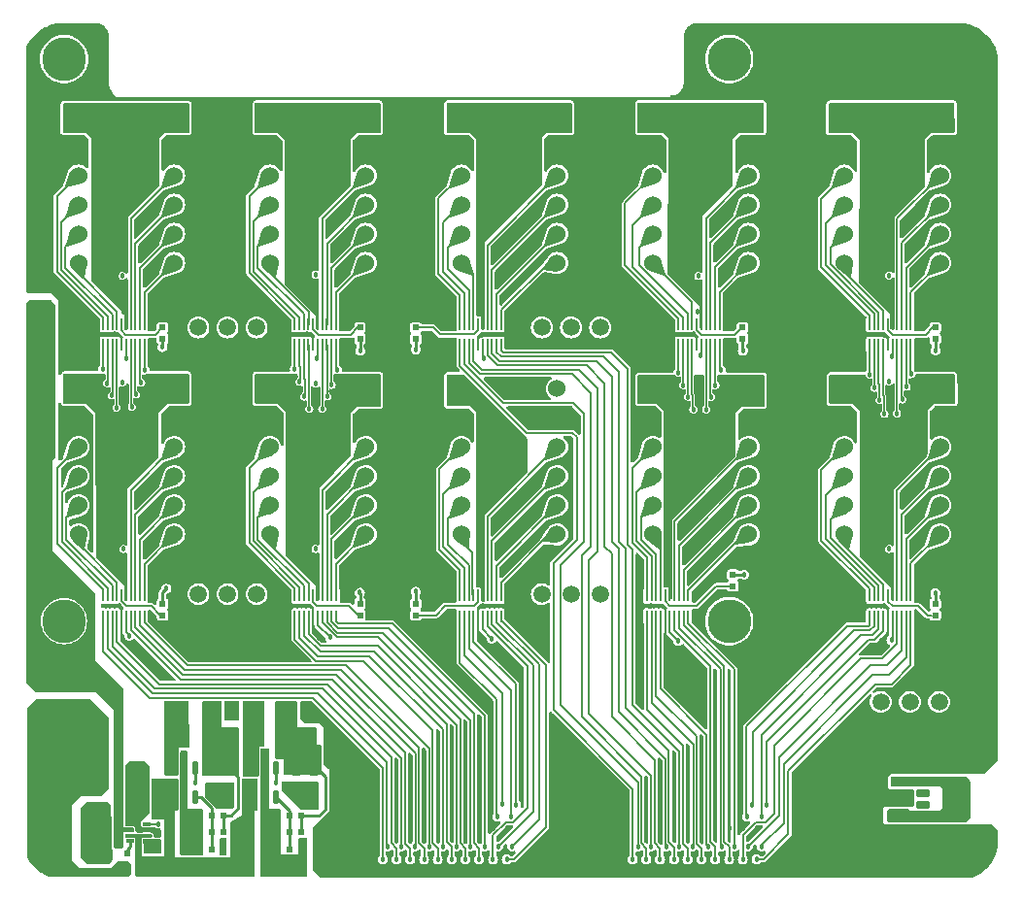
<source format=gbr>
%TF.GenerationSoftware,KiCad,Pcbnew,8.0.3*%
%TF.CreationDate,2024-12-24T16:57:12+05:30*%
%TF.ProjectId,GPIO HAT 2,4750494f-2048-4415-9420-322e6b696361,rev?*%
%TF.SameCoordinates,Original*%
%TF.FileFunction,Copper,L1,Top*%
%TF.FilePolarity,Positive*%
%FSLAX46Y46*%
G04 Gerber Fmt 4.6, Leading zero omitted, Abs format (unit mm)*
G04 Created by KiCad (PCBNEW 8.0.3) date 2024-12-24 16:57:12*
%MOMM*%
%LPD*%
G01*
G04 APERTURE LIST*
G04 Aperture macros list*
%AMRoundRect*
0 Rectangle with rounded corners*
0 $1 Rounding radius*
0 $2 $3 $4 $5 $6 $7 $8 $9 X,Y pos of 4 corners*
0 Add a 4 corners polygon primitive as box body*
4,1,4,$2,$3,$4,$5,$6,$7,$8,$9,$2,$3,0*
0 Add four circle primitives for the rounded corners*
1,1,$1+$1,$2,$3*
1,1,$1+$1,$4,$5*
1,1,$1+$1,$6,$7*
1,1,$1+$1,$8,$9*
0 Add four rect primitives between the rounded corners*
20,1,$1+$1,$2,$3,$4,$5,0*
20,1,$1+$1,$4,$5,$6,$7,0*
20,1,$1+$1,$6,$7,$8,$9,0*
20,1,$1+$1,$8,$9,$2,$3,0*%
G04 Aperture macros list end*
%TA.AperFunction,SMDPad,CuDef*%
%ADD10R,0.600000X0.500000*%
%TD*%
%TA.AperFunction,SMDPad,CuDef*%
%ADD11R,0.762000X0.762000*%
%TD*%
%TA.AperFunction,SMDPad,CuDef*%
%ADD12R,0.500000X0.600000*%
%TD*%
%TA.AperFunction,SMDPad,CuDef*%
%ADD13R,0.200000X1.000000*%
%TD*%
%TA.AperFunction,ComponentPad*%
%ADD14C,1.524000*%
%TD*%
%TA.AperFunction,SMDPad,CuDef*%
%ADD15R,1.600000X3.499990*%
%TD*%
%TA.AperFunction,ComponentPad*%
%ADD16C,1.500000*%
%TD*%
%TA.AperFunction,SMDPad,CuDef*%
%ADD17R,0.660000X0.320000*%
%TD*%
%TA.AperFunction,ComponentPad*%
%ADD18C,3.810000*%
%TD*%
%TA.AperFunction,SMDPad,CuDef*%
%ADD19RoundRect,0.147500X-0.147500X0.457500X-0.147500X-0.457500X0.147500X-0.457500X0.147500X0.457500X0*%
%TD*%
%TA.AperFunction,SMDPad,CuDef*%
%ADD20RoundRect,0.175000X0.425000X-0.175000X0.425000X0.175000X-0.425000X0.175000X-0.425000X-0.175000X0*%
%TD*%
%TA.AperFunction,SMDPad,CuDef*%
%ADD21RoundRect,0.190000X-0.410000X0.190000X-0.410000X-0.190000X0.410000X-0.190000X0.410000X0.190000X0*%
%TD*%
%TA.AperFunction,SMDPad,CuDef*%
%ADD22RoundRect,0.200000X-0.400000X0.200000X-0.400000X-0.200000X0.400000X-0.200000X0.400000X0.200000X0*%
%TD*%
%TA.AperFunction,SMDPad,CuDef*%
%ADD23RoundRect,0.175000X-0.425000X0.175000X-0.425000X-0.175000X0.425000X-0.175000X0.425000X0.175000X0*%
%TD*%
%TA.AperFunction,SMDPad,CuDef*%
%ADD24RoundRect,0.190000X0.410000X-0.190000X0.410000X0.190000X-0.410000X0.190000X-0.410000X-0.190000X0*%
%TD*%
%TA.AperFunction,SMDPad,CuDef*%
%ADD25RoundRect,0.200000X0.400000X-0.200000X0.400000X0.200000X-0.400000X0.200000X-0.400000X-0.200000X0*%
%TD*%
%TA.AperFunction,ComponentPad*%
%ADD26O,1.700000X1.100000*%
%TD*%
%TA.AperFunction,ViaPad*%
%ADD27C,0.456997*%
%TD*%
%TA.AperFunction,ViaPad*%
%ADD28C,0.457000*%
%TD*%
%TA.AperFunction,Conductor*%
%ADD29C,0.254000*%
%TD*%
%TA.AperFunction,Conductor*%
%ADD30C,0.171958*%
%TD*%
%TA.AperFunction,Conductor*%
%ADD31C,0.203200*%
%TD*%
%TA.AperFunction,Conductor*%
%ADD32C,0.127000*%
%TD*%
%TA.AperFunction,Conductor*%
%ADD33C,0.152400*%
%TD*%
G04 APERTURE END LIST*
D10*
%TO.P,R10,1*%
%TO.N,3.3V*%
X235313800Y-112674400D03*
%TO.P,R10,2*%
%TO.N,/NetR10_2*%
X235313800Y-113674400D03*
%TD*%
D11*
%TO.P,C7,1*%
%TO.N,3.3V*%
X172282240Y-127308200D03*
%TO.P,C7,2*%
%TO.N,GND*%
X172282240Y-128642210D03*
%TD*%
D12*
%TO.P,R19,1*%
%TO.N,/NETR18_1*%
X179029240Y-134077810D03*
%TO.P,R19,2*%
%TO.N,GND*%
X180029240Y-134077810D03*
%TD*%
D13*
%TO.P,U4,1,A1*%
%TO.N,/GPIOT__RXP17*%
X183079800Y-88293800D03*
%TO.P,U4,2,A2*%
%TO.N,/GPIOT__RXN17*%
X182679800Y-88293800D03*
%TO.P,U4,3,A3*%
%TO.N,/GPIOT__RXN09*%
X182279800Y-88293800D03*
%TO.P,U4,4,A4*%
%TO.N,/GPIOT__RXP09*%
X181879800Y-88293800D03*
%TO.P,U4,5,VCCA*%
%TO.N,VCCB_2*%
X181479800Y-88293800D03*
%TO.P,U4,6,OE*%
%TO.N,/NetR4_2*%
X181079800Y-88293800D03*
%TO.P,U4,7,A5*%
%TO.N,/GPIOT__RXN16*%
X180679800Y-88293800D03*
%TO.P,U4,8,A6*%
%TO.N,/GPIOT__RXP16*%
X180279800Y-88293800D03*
%TO.P,U4,9,A7*%
%TO.N,/GPIOT__RXN15*%
X179879800Y-88293800D03*
%TO.P,U4,10,A8*%
%TO.N,/GPIOT__RXP15*%
X179479800Y-88293800D03*
%TO.P,U4,11,B8*%
%TO.N,/GPIOT_RXP15*%
X179479800Y-90093800D03*
%TO.P,U4,12,B7*%
%TO.N,/GPIOT_RXN15*%
X179879800Y-90093800D03*
%TO.P,U4,13,B6*%
%TO.N,/GPIOT_RXP16*%
X180279800Y-90093800D03*
%TO.P,U4,14,B5*%
%TO.N,/GPIOT_RXN16*%
X180679800Y-90093800D03*
%TO.P,U4,15,GND*%
%TO.N,GND*%
X181079800Y-90093800D03*
%TO.P,U4,16,VCCB*%
%TO.N,3.3V*%
X181479800Y-90093800D03*
%TO.P,U4,17,B4*%
%TO.N,/GPIOT_RXP09*%
X181879800Y-90093800D03*
%TO.P,U4,18,B3*%
%TO.N,/GPIOT_RXN09*%
X182279800Y-90093800D03*
%TO.P,U4,19,B2*%
%TO.N,/GPIOT_RXN17*%
X182679800Y-90093800D03*
%TO.P,U4,20,B1*%
%TO.N,/GPIOT_RXP17*%
X183079800Y-90093800D03*
%TD*%
D12*
%TO.P,R16,1*%
%TO.N,3.3V*%
X173262800Y-132588000D03*
%TO.P,R16,2*%
%TO.N,/NETR16_1*%
X172262800Y-132588000D03*
%TD*%
D11*
%TO.P,C9,1,1*%
%TO.N,5V_1*%
X231937173Y-131231865D03*
%TO.P,C9,2,2*%
%TO.N,GND*%
X231937173Y-132565875D03*
%TD*%
D13*
%TO.P,U8,1,A1*%
%TO.N,/GPIOB__TXN15*%
X213779000Y-111966600D03*
%TO.P,U8,2,A2*%
%TO.N,/GPIOB__TXP15*%
X213379000Y-111966600D03*
%TO.P,U8,3,A3*%
%TO.N,/GPIOB__TXP11*%
X212979000Y-111966600D03*
%TO.P,U8,4,A4*%
%TO.N,/GPIOB__TXN11*%
X212579000Y-111966600D03*
%TO.P,U8,5,VCCA*%
%TO.N,VCCB_3*%
X212179000Y-111966600D03*
%TO.P,U8,6,OE*%
%TO.N,/Net8_2*%
X211779000Y-111966600D03*
%TO.P,U8,7,A5*%
%TO.N,/GPIOB__TXN07*%
X211379000Y-111966600D03*
%TO.P,U8,8,A6*%
%TO.N,/GPIOB__TXP07*%
X210979000Y-111966600D03*
%TO.P,U8,9,A7*%
%TO.N,/GPIOB__TXP08*%
X210579000Y-111966600D03*
%TO.P,U8,10,A8*%
%TO.N,/GPIOB__TXN08*%
X210179000Y-111966600D03*
%TO.P,U8,11,B8*%
%TO.N,/GPIOB_TXN08*%
X210179000Y-113766600D03*
%TO.P,U8,12,B7*%
%TO.N,/GPIOB_TXP08*%
X210579000Y-113766600D03*
%TO.P,U8,13,B6*%
%TO.N,/GPIOB_TXP07*%
X210979000Y-113766600D03*
%TO.P,U8,14,B5*%
%TO.N,/GPIOB_TXN07*%
X211379000Y-113766600D03*
%TO.P,U8,15,GND*%
%TO.N,GND*%
X211779000Y-113766600D03*
%TO.P,U8,16,VCCB*%
%TO.N,3.3V*%
X212179000Y-113766600D03*
%TO.P,U8,17,B4*%
%TO.N,/GPIOB_TXN11*%
X212579000Y-113766600D03*
%TO.P,U8,18,B3*%
%TO.N,/GPIOB_TXP11*%
X212979000Y-113766600D03*
%TO.P,U8,19,B2*%
%TO.N,/GPIOB_TXP15*%
X213379000Y-113766600D03*
%TO.P,U8,20,B1*%
%TO.N,/GPIOB_TXN15*%
X213779000Y-113766600D03*
%TD*%
D14*
%TO.P,J17,1,1*%
%TO.N,VCCB_5*%
X227380304Y-70256400D03*
%TO.P,J17,2,2*%
%TO.N,GND*%
X227380304Y-72796400D03*
%TO.P,J17,3,3*%
%TO.N,/GPIOB__TXP09*%
X227380304Y-75336400D03*
%TO.P,J17,4,4*%
%TO.N,/GPIOB__TXN09*%
X227380304Y-77876400D03*
%TO.P,J17,5,4*%
%TO.N,/GPIOB__TXN10*%
X227380304Y-80416400D03*
%TO.P,J17,6,6*%
%TO.N,/GPIOB__TXP10*%
X227380304Y-82956400D03*
%TD*%
D15*
%TO.P,J25,1*%
%TO.N,GND*%
X159183650Y-132924113D03*
%TO.P,J25,2*%
%TO.N,5V_1*%
X162786750Y-132924113D03*
%TD*%
D10*
%TO.P,R4,1*%
%TO.N,3.3V*%
X185178700Y-89585800D03*
%TO.P,R4,2*%
%TO.N,/NetR4_2*%
X185178700Y-88585800D03*
%TD*%
D16*
%TO.P,JM2,1,1*%
%TO.N,3.3V*%
X171094400Y-88595200D03*
%TO.P,JM2,2,2*%
%TO.N,VCCB_2*%
X173634400Y-88595200D03*
%TO.P,JM2,3,3*%
%TO.N,1.8V*%
X176174400Y-88595200D03*
%TD*%
D14*
%TO.P,J7,1,1*%
%TO.N,VCCB_2*%
X177325376Y-70256400D03*
%TO.P,J7,2,2*%
%TO.N,GND*%
X177325376Y-72796400D03*
%TO.P,J7,3,3*%
%TO.N,/GPIOT__RXP15*%
X177325376Y-75336400D03*
%TO.P,J7,4,4*%
%TO.N,/GPIOT__RXN15*%
X177325376Y-77876400D03*
%TO.P,J7,5,4*%
%TO.N,/GPIOT__RXP16*%
X177325376Y-80416400D03*
%TO.P,J7,6,6*%
%TO.N,/GPIOT__RXN16*%
X177325376Y-82956400D03*
%TD*%
%TO.P,J1,1,1*%
%TO.N,VCCB_1*%
X160640400Y-93929200D03*
%TO.P,J1,2,2*%
%TO.N,GND*%
X160640400Y-96469200D03*
%TO.P,J1,3,3*%
%TO.N,/GPIOT__RXP03*%
X160640400Y-99009200D03*
%TO.P,J1,4,4*%
%TO.N,/GPIOT__RXN03*%
X160640400Y-101549200D03*
%TO.P,J1,5,4*%
%TO.N,/GPIOT__RXP08*%
X160640400Y-104089200D03*
%TO.P,J1,6,6*%
%TO.N,/GPIOT__RXN08*%
X160640400Y-106629200D03*
%TD*%
D11*
%TO.P,C22,1*%
%TO.N,1.8V*%
X181011110Y-124309385D03*
%TO.P,C22,2*%
%TO.N,GND*%
X182345120Y-124309385D03*
%TD*%
%TO.P,C21,1*%
%TO.N,1.8V*%
X179625350Y-127308200D03*
%TO.P,C21,2*%
%TO.N,GND*%
X179625350Y-128642210D03*
%TD*%
D17*
%TO.P,U14,1,GND*%
%TO.N,GND*%
X166597000Y-133388800D03*
%TO.P,U14,2,VOUT*%
%TO.N,5V*%
X166597000Y-132888800D03*
%TO.P,U14,3,VIN1*%
%TO.N,5V_1*%
X166597000Y-132388800D03*
%TO.P,U14,4,PR*%
%TO.N,/NETR20_2*%
X166597000Y-131888800D03*
%TO.P,U14,5,MODE*%
%TO.N,5V_1*%
X165127000Y-131888800D03*
%TO.P,U14,6,VIN2*%
%TO.N,VCC5V*%
X165127000Y-132388800D03*
%TO.P,U14,7,VOUT*%
%TO.N,5V*%
X165127000Y-132888800D03*
%TO.P,U14,8,ST*%
%TO.N,Net-(U14-ST)*%
X165127000Y-133388800D03*
%TD*%
D11*
%TO.P,C4,1,1*%
%TO.N,5V*%
X168596910Y-131197570D03*
%TO.P,C4,2,2*%
%TO.N,GND*%
X169930920Y-131197570D03*
%TD*%
D14*
%TO.P,J19,1,1*%
%TO.N,VCCB_5*%
X227380304Y-93929200D03*
%TO.P,J19,2,2*%
%TO.N,GND*%
X227380304Y-96469200D03*
%TO.P,J19,3,3*%
%TO.N,/GPIOB__TXN17*%
X227380304Y-99009200D03*
%TO.P,J19,4,4*%
%TO.N,/GPIOB__TXP17*%
X227380304Y-101549200D03*
%TO.P,J19,5,4*%
%TO.N,/GPIOB__TXN16*%
X227380304Y-104089200D03*
%TO.P,J19,6,6*%
%TO.N,/GPIOB__TXP16*%
X227380304Y-106629200D03*
%TD*%
D13*
%TO.P,U5,1,A1*%
%TO.N,/GPIOT__RXP13*%
X197478400Y-111966600D03*
%TO.P,U5,2,A2*%
%TO.N,/GPIOT__RXN13*%
X197078400Y-111966600D03*
%TO.P,U5,3,A3*%
%TO.N,/GPIOT__RXN11*%
X196678400Y-111966600D03*
%TO.P,U5,4,A4*%
%TO.N,/GPIOT__RXP11*%
X196278400Y-111966600D03*
%TO.P,U5,5,VCCA*%
%TO.N,VCCB_3*%
X195878400Y-111966600D03*
%TO.P,U5,6,OE*%
%TO.N,/NetR5_2*%
X195478400Y-111966600D03*
%TO.P,U5,7,A5*%
%TO.N,/GPIOT__RXN14*%
X195078400Y-111966600D03*
%TO.P,U5,8,A6*%
%TO.N,/GPIOT__RXP14*%
X194678400Y-111966600D03*
%TO.P,U5,9,A7*%
%TO.N,/GPIOT__RXN12*%
X194278400Y-111966600D03*
%TO.P,U5,10,A8*%
%TO.N,/GPIOT__RXP12*%
X193878400Y-111966600D03*
%TO.P,U5,11,B8*%
%TO.N,/GPIOT_RXP12*%
X193878400Y-113766600D03*
%TO.P,U5,12,B7*%
%TO.N,/GPIOT_RXN12*%
X194278400Y-113766600D03*
%TO.P,U5,13,B6*%
%TO.N,/GPIOT_RXP14*%
X194678400Y-113766600D03*
%TO.P,U5,14,B5*%
%TO.N,/GPIOT_RXN14*%
X195078400Y-113766600D03*
%TO.P,U5,15,GND*%
%TO.N,GND*%
X195478400Y-113766600D03*
%TO.P,U5,16,VCCB*%
%TO.N,3.3V*%
X195878400Y-113766600D03*
%TO.P,U5,17,B4*%
%TO.N,/GPIOT_RXP11*%
X196278400Y-113766600D03*
%TO.P,U5,18,B3*%
%TO.N,/GPIOT_RXN11*%
X196678400Y-113766600D03*
%TO.P,U5,19,B2*%
%TO.N,/GPIOT_RXN13*%
X197078400Y-113766600D03*
%TO.P,U5,20,B1*%
%TO.N,/GPIOT_RXP13*%
X197478400Y-113766600D03*
%TD*%
D10*
%TO.P,R1,1*%
%TO.N,3.3V*%
X167970200Y-112674400D03*
%TO.P,R1,2*%
%TO.N,/NetR1_2*%
X167970200Y-113674400D03*
%TD*%
D12*
%TO.P,C5,1*%
%TO.N,3.3V*%
X173262800Y-131165600D03*
%TO.P,C5,2*%
%TO.N,/NETR16_1*%
X172262800Y-131165600D03*
%TD*%
%TO.P,C44,1*%
%TO.N,5V*%
X165862000Y-135890000D03*
%TO.P,C44,2*%
%TO.N,GND*%
X164862000Y-135890000D03*
%TD*%
D18*
%TO.P,REF\u002A\u002A,*%
%TO.N,*%
X217347800Y-65176400D03*
%TD*%
%TO.P,REF\u002A\u002A,*%
%TO.N,*%
X159385000Y-114198400D03*
%TD*%
D14*
%TO.P,J14,1,1*%
%TO.N,VCCB_4*%
X219037816Y-70256400D03*
%TO.P,J14,2,2*%
%TO.N,GND*%
X219037816Y-72796400D03*
%TO.P,J14,3,3*%
%TO.N,/GPIOB__TXP04*%
X219037816Y-75336400D03*
%TO.P,J14,4,4*%
%TO.N,/GPIOB__TXN04*%
X219037816Y-77876400D03*
%TO.P,J14,5,4*%
%TO.N,/GPIOB__TXN06*%
X219037816Y-80416400D03*
%TO.P,J14,6,6*%
%TO.N,/GPIOB__TXP06*%
X219037816Y-82956400D03*
%TD*%
D13*
%TO.P,U9,1,A1*%
%TO.N,/GPIOB__TXN12*%
X233176400Y-88293800D03*
%TO.P,U9,2,A2*%
%TO.N,/GPIOB__TXP12*%
X232776400Y-88293800D03*
%TO.P,U9,3,A3*%
%TO.N,/GPIOB__TXP18*%
X232376400Y-88293800D03*
%TO.P,U9,4,A4*%
%TO.N,/GPIOB__TXN18*%
X231976400Y-88293800D03*
%TO.P,U9,5,VCCA*%
%TO.N,VCCB_5*%
X231576400Y-88293800D03*
%TO.P,U9,6,OE*%
%TO.N,/NetR9_2*%
X231176400Y-88293800D03*
%TO.P,U9,7,A5*%
%TO.N,/GPIOB__TXP10*%
X230776400Y-88293800D03*
%TO.P,U9,8,A6*%
%TO.N,/GPIOB__TXN10*%
X230376400Y-88293800D03*
%TO.P,U9,9,A7*%
%TO.N,/GPIOB__TXN09*%
X229976400Y-88293800D03*
%TO.P,U9,10,A8*%
%TO.N,/GPIOB__TXP09*%
X229576400Y-88293800D03*
%TO.P,U9,11,B8*%
%TO.N,/GPIOB_TXP09*%
X229576400Y-90093800D03*
%TO.P,U9,12,B7*%
%TO.N,/GPIOB_TXN09*%
X229976400Y-90093800D03*
%TO.P,U9,13,B6*%
%TO.N,/GPIOB_TXN10*%
X230376400Y-90093800D03*
%TO.P,U9,14,B5*%
%TO.N,/GPIOB_TXP10*%
X230776400Y-90093800D03*
%TO.P,U9,15,GND*%
%TO.N,GND*%
X231176400Y-90093800D03*
%TO.P,U9,16,VCCB*%
%TO.N,3.3V*%
X231576400Y-90093800D03*
%TO.P,U9,17,B4*%
%TO.N,/GPIOB_TXN18*%
X231976400Y-90093800D03*
%TO.P,U9,18,B3*%
%TO.N,/GPIOB_TXP18*%
X232376400Y-90093800D03*
%TO.P,U9,19,B2*%
%TO.N,/GPIOB_TXP12*%
X232776400Y-90093800D03*
%TO.P,U9,20,B1*%
%TO.N,/GPIOB_TXN12*%
X233176400Y-90093800D03*
%TD*%
D14*
%TO.P,J4,1,1*%
%TO.N,VCCB_2*%
X168982888Y-70256400D03*
%TO.P,J4,2,2*%
%TO.N,GND*%
X168982888Y-72796400D03*
%TO.P,J4,3,3*%
%TO.N,/GPIOT__RXP05*%
X168982888Y-75336400D03*
%TO.P,J4,4,4*%
%TO.N,/GPIOT__RXN05*%
X168982888Y-77876400D03*
%TO.P,J4,5,4*%
%TO.N,/GPIOT__RXN20*%
X168982888Y-80416400D03*
%TO.P,J4,6,6*%
%TO.N,/GPIOT__RXP20*%
X168982888Y-82956400D03*
%TD*%
D12*
%TO.P,C19,1*%
%TO.N,1.8V*%
X180029240Y-131165600D03*
%TO.P,C19,2*%
%TO.N,/NETR18_1*%
X179029240Y-131165600D03*
%TD*%
D10*
%TO.P,R9,1*%
%TO.N,3.3V*%
X235313800Y-89585800D03*
%TO.P,R9,2*%
%TO.N,/NetR9_2*%
X235313800Y-88585800D03*
%TD*%
D14*
%TO.P,J11,1,1*%
%TO.N,VCCB_4*%
X194010352Y-70256400D03*
%TO.P,J11,2,2*%
%TO.N,GND*%
X194010352Y-72796400D03*
%TO.P,J11,3,3*%
%TO.N,/GPIOB__TXN13*%
X194010352Y-75336400D03*
%TO.P,J11,4,4*%
%TO.N,/GPIOB__TXP13*%
X194010352Y-77876400D03*
%TO.P,J11,5,4*%
%TO.N,/GPIOB__TXN02*%
X194010352Y-80416400D03*
%TO.P,J11,6,6*%
%TO.N,/GPIOB__TXP02*%
X194010352Y-82956400D03*
%TD*%
D10*
%TO.P,R7,1*%
%TO.N,3.3V*%
X218516200Y-89585800D03*
%TO.P,R7,2*%
%TO.N,/NetR7_2*%
X218516200Y-88585800D03*
%TD*%
D18*
%TO.P,REF\u002A\u002A,*%
%TO.N,*%
X217347800Y-114198400D03*
%TD*%
D11*
%TO.P,C2,1,1*%
%TO.N,5V*%
X168596910Y-134194685D03*
%TO.P,C2,2,2*%
%TO.N,GND*%
X169930920Y-134194685D03*
%TD*%
D14*
%TO.P,J18,1,1*%
%TO.N,VCCB_5*%
X235722800Y-70256400D03*
%TO.P,J18,2,2*%
%TO.N,GND*%
X235722800Y-72796400D03*
%TO.P,J18,3,3*%
%TO.N,/GPIOB__TXN18*%
X235722800Y-75336400D03*
%TO.P,J18,4,4*%
%TO.N,/GPIOB__TXP18*%
X235722800Y-77876400D03*
%TO.P,J18,5,4*%
%TO.N,/GPIOB__TXP12*%
X235722800Y-80416400D03*
%TO.P,J18,6,6*%
%TO.N,/GPIOB__TXN12*%
X235722800Y-82956400D03*
%TD*%
D11*
%TO.P,C1,1,1*%
%TO.N,5V_1*%
X231913353Y-128202310D03*
%TO.P,C1,2,2*%
%TO.N,GND*%
X231913353Y-126868300D03*
%TD*%
D15*
%TO.P,L1,1,1*%
%TO.N,/NETL1_1*%
X169434440Y-123366015D03*
%TO.P,L1,2,2*%
%TO.N,3.3V*%
X172234440Y-123366015D03*
%TD*%
D16*
%TO.P,J23,1,1*%
%TO.N,VCC5V*%
X157683200Y-87833200D03*
%TO.P,J23,2,2*%
%TO.N,GND*%
X160223200Y-87833200D03*
%TO.P,J23,3,3*%
%TO.N,VCC5V*%
X157683200Y-90373200D03*
%TO.P,J23,4,3*%
%TO.N,GND*%
X160223200Y-90373200D03*
%TD*%
D11*
%TO.P,C6,1*%
%TO.N,3.3V*%
X173780840Y-127309985D03*
%TO.P,C6,2*%
%TO.N,GND*%
X173780840Y-128643995D03*
%TD*%
D13*
%TO.P,U6,1,A1*%
%TO.N,/GPIOB__TXP01*%
X197478400Y-88293800D03*
%TO.P,U6,2,A2*%
%TO.N,/GPIOB__TXN01*%
X197078400Y-88293800D03*
%TO.P,U6,3,A3*%
%TO.N,/GPIOB__TXP00*%
X196678400Y-88293800D03*
%TO.P,U6,4,A4*%
%TO.N,/GPIOB__TXN00*%
X196278400Y-88293800D03*
%TO.P,U6,5,VCCA*%
%TO.N,VCCB_4*%
X195878400Y-88293800D03*
%TO.P,U6,6,OE*%
%TO.N,/NetR6_2*%
X195478400Y-88293800D03*
%TO.P,U6,7,A5*%
%TO.N,/GPIOB__TXP02*%
X195078400Y-88293800D03*
%TO.P,U6,8,A6*%
%TO.N,/GPIOB__TXN02*%
X194678400Y-88293800D03*
%TO.P,U6,9,A7*%
%TO.N,/GPIOB__TXP13*%
X194278400Y-88293800D03*
%TO.P,U6,10,A8*%
%TO.N,/GPIOB__TXN13*%
X193878400Y-88293800D03*
%TO.P,U6,11,B8*%
%TO.N,/GPIOB_TXN13*%
X193878400Y-90093800D03*
%TO.P,U6,12,B7*%
%TO.N,/GPIOB_TXP13*%
X194278400Y-90093800D03*
%TO.P,U6,13,B6*%
%TO.N,/GPIOB_TXN02*%
X194678400Y-90093800D03*
%TO.P,U6,14,B5*%
%TO.N,/GPIOB_TXP02*%
X195078400Y-90093800D03*
%TO.P,U6,15,GND*%
%TO.N,GND*%
X195478400Y-90093800D03*
%TO.P,U6,16,VCCB*%
%TO.N,3.3V*%
X195878400Y-90093800D03*
%TO.P,U6,17,B4*%
%TO.N,/GPIOB_TXN00*%
X196278400Y-90093800D03*
%TO.P,U6,18,B3*%
%TO.N,/GPIOB_TXP00*%
X196678400Y-90093800D03*
%TO.P,U6,19,B2*%
%TO.N,/GPIOB_TXN01*%
X197078400Y-90093800D03*
%TO.P,U6,20,B1*%
%TO.N,/GPIOB_TXP01*%
X197478400Y-90093800D03*
%TD*%
D11*
%TO.P,C20,1*%
%TO.N,1.8V*%
X181113910Y-127309985D03*
%TO.P,C20,2*%
%TO.N,GND*%
X181113910Y-128643995D03*
%TD*%
D12*
%TO.P,R17,1*%
%TO.N,/NETR16_1*%
X172262800Y-134077810D03*
%TO.P,R17,2*%
%TO.N,GND*%
X173262800Y-134077810D03*
%TD*%
D19*
%TO.P,U12,1,EN*%
%TO.N,5V*%
X170799160Y-127037595D03*
%TO.P,U12,2,GND*%
%TO.N,GND*%
X169849160Y-127037595D03*
%TO.P,U12,3,LX*%
%TO.N,/NETL1_1*%
X168899160Y-127037595D03*
%TO.P,U12,4,VIN*%
%TO.N,5V*%
X168899160Y-129547595D03*
%TO.P,U12,5,FB*%
%TO.N,/NETR16_1*%
X170799160Y-129547595D03*
%TD*%
D11*
%TO.P,C17,1,1*%
%TO.N,5V*%
X175524930Y-132697955D03*
%TO.P,C17,2,2*%
%TO.N,GND*%
X176858940Y-132697955D03*
%TD*%
D13*
%TO.P,U10,1,A1*%
%TO.N,/GPIOB__TXP19*%
X233176400Y-111966600D03*
%TO.P,U10,2,A2*%
%TO.N,/GPIOB__TXN19*%
X232776400Y-111966600D03*
%TO.P,U10,3,A3*%
%TO.N,/GPIOB__TXP14*%
X232376400Y-111966600D03*
%TO.P,U10,4,A4*%
%TO.N,/GPIOB__TXN14*%
X231976400Y-111966600D03*
%TO.P,U10,5,VCCA*%
%TO.N,VCCB_5*%
X231576400Y-111966600D03*
%TO.P,U10,6,OE*%
%TO.N,/NetR10_2*%
X231176400Y-111966600D03*
%TO.P,U10,7,A5*%
%TO.N,/GPIOB__TXP16*%
X230776400Y-111966600D03*
%TO.P,U10,8,A6*%
%TO.N,/GPIOB__TXN16*%
X230376400Y-111966600D03*
%TO.P,U10,9,A7*%
%TO.N,/GPIOB__TXP17*%
X229976400Y-111966600D03*
%TO.P,U10,10,A8*%
%TO.N,/GPIOB__TXN17*%
X229576400Y-111966600D03*
%TO.P,U10,11,B8*%
%TO.N,/GPIOB_TXN17*%
X229576400Y-113766600D03*
%TO.P,U10,12,B7*%
%TO.N,/GPIOB_TXP17*%
X229976400Y-113766600D03*
%TO.P,U10,13,B6*%
%TO.N,/GPIOB_TXN16*%
X230376400Y-113766600D03*
%TO.P,U10,14,B5*%
%TO.N,/GPIOB_TXP16*%
X230776400Y-113766600D03*
%TO.P,U10,15,GND*%
%TO.N,GND*%
X231176400Y-113766600D03*
%TO.P,U10,16,VCCB*%
%TO.N,3.3V*%
X231576400Y-113766600D03*
%TO.P,U10,17,B4*%
%TO.N,/GPIOB_TXN14*%
X231976400Y-113766600D03*
%TO.P,U10,18,B3*%
%TO.N,/GPIOB_TXP14*%
X232376400Y-113766600D03*
%TO.P,U10,19,B2*%
%TO.N,/GPIOB_TXN19*%
X232776400Y-113766600D03*
%TO.P,U10,20,B1*%
%TO.N,/GPIOB_TXP19*%
X233176400Y-113766600D03*
%TD*%
%TO.P,U7,1,A1*%
%TO.N,/GPIOB__TXP06*%
X216522200Y-88293800D03*
%TO.P,U7,2,A2*%
%TO.N,/GPIOB__TXN06*%
X216122200Y-88293800D03*
%TO.P,U7,3,A3*%
%TO.N,/GPIOB__TXN04*%
X215722200Y-88293800D03*
%TO.P,U7,4,A4*%
%TO.N,/GPIOB__TXP04*%
X215322200Y-88293800D03*
%TO.P,U7,5,VCCA*%
%TO.N,VCCB_4*%
X214922200Y-88293800D03*
%TO.P,U7,6,OE*%
%TO.N,/NetR7_2*%
X214522200Y-88293800D03*
%TO.P,U7,7,A5*%
%TO.N,/GPIOB__TXN03*%
X214122200Y-88293800D03*
%TO.P,U7,8,A6*%
%TO.N,/GPIOB__TXP03*%
X213722200Y-88293800D03*
%TO.P,U7,9,A7*%
%TO.N,/GPIOB__TXP05*%
X213322200Y-88293800D03*
%TO.P,U7,10,A8*%
%TO.N,/GPIOB__TXN05*%
X212922200Y-88293800D03*
%TO.P,U7,11,B8*%
%TO.N,/GPIOB_TXN05*%
X212922200Y-90093800D03*
%TO.P,U7,12,B7*%
%TO.N,/GPIOB_TXP05*%
X213322200Y-90093800D03*
%TO.P,U7,13,B6*%
%TO.N,/GPIOB_TXP03*%
X213722200Y-90093800D03*
%TO.P,U7,14,B5*%
%TO.N,/GPIOB_TXN03*%
X214122200Y-90093800D03*
%TO.P,U7,15,GND*%
%TO.N,GND*%
X214522200Y-90093800D03*
%TO.P,U7,16,VCCB*%
%TO.N,3.3V*%
X214922200Y-90093800D03*
%TO.P,U7,17,B4*%
%TO.N,/GPIOB_TXP04*%
X215322200Y-90093800D03*
%TO.P,U7,18,B3*%
%TO.N,/GPIOB_TXN04*%
X215722200Y-90093800D03*
%TO.P,U7,19,B2*%
%TO.N,/GPIOB_TXN06*%
X216122200Y-90093800D03*
%TO.P,U7,20,B1*%
%TO.N,/GPIOB_TXP06*%
X216522200Y-90093800D03*
%TD*%
D16*
%TO.P,JM5,1,1*%
%TO.N,3.3V*%
X230555800Y-121234200D03*
%TO.P,JM5,2,2*%
%TO.N,VCCB_5*%
X233095800Y-121234200D03*
%TO.P,JM5,3,3*%
%TO.N,1.8V*%
X235635800Y-121234200D03*
%TD*%
D14*
%TO.P,J10,1,1*%
%TO.N,VCCB_3*%
X202352840Y-93929200D03*
%TO.P,J10,2,2*%
%TO.N,GND*%
X202352840Y-96469200D03*
%TO.P,J10,3,3*%
%TO.N,/GPIOT__RXP11*%
X202352840Y-99009200D03*
%TO.P,J10,4,4*%
%TO.N,/GPIOT__RXN11*%
X202352840Y-101549200D03*
%TO.P,J10,5,4*%
%TO.N,/GPIOT__RXN13*%
X202352840Y-104089200D03*
%TO.P,J10,6,6*%
%TO.N,/GPIOT__RXP13*%
X202352840Y-106629200D03*
%TD*%
%TO.P,J6,1,1*%
%TO.N,VCCB_1*%
X185667864Y-93929200D03*
%TO.P,J6,2,2*%
%TO.N,GND*%
X185667864Y-96469200D03*
%TO.P,J6,3,3*%
%TO.N,/GPIOT__RXP04*%
X185667864Y-99009200D03*
%TO.P,J6,4,4*%
%TO.N,/GPIOT__RXN04*%
X185667864Y-101549200D03*
%TO.P,J6,5,4*%
%TO.N,/GPIOT__RXP07*%
X185667864Y-104089200D03*
%TO.P,J6,6,6*%
%TO.N,/GPIOT__RXN07*%
X185667864Y-106629200D03*
%TD*%
%TO.P,J20,1,1*%
%TO.N,VCCB_5*%
X235722800Y-93929200D03*
%TO.P,J20,2,2*%
%TO.N,GND*%
X235722800Y-96469200D03*
%TO.P,J20,3,3*%
%TO.N,/GPIOB__TXN14*%
X235722800Y-99009200D03*
%TO.P,J20,4,4*%
%TO.N,/GPIOB__TXP14*%
X235722800Y-101549200D03*
%TO.P,J20,5,4*%
%TO.N,/GPIOB__TXN19*%
X235722800Y-104089200D03*
%TO.P,J20,6,6*%
%TO.N,/GPIOB__TXP19*%
X235722800Y-106629200D03*
%TD*%
D10*
%TO.P,R5,1*%
%TO.N,3.3V*%
X190042800Y-112674400D03*
%TO.P,R5,2*%
%TO.N,/NetR5_2*%
X190042800Y-113674400D03*
%TD*%
D18*
%TO.P,REF\u002A\u002A,*%
%TO.N,*%
X159385000Y-65176400D03*
%TD*%
D10*
%TO.P,R2,1*%
%TO.N,3.3V*%
X167970200Y-89585800D03*
%TO.P,R2,2*%
%TO.N,/NetR2_2*%
X167970200Y-88585800D03*
%TD*%
D14*
%TO.P,J8,1,1*%
%TO.N,VCCB_2*%
X185667864Y-70256400D03*
%TO.P,J8,2,2*%
%TO.N,GND*%
X185667864Y-72796400D03*
%TO.P,J8,3,3*%
%TO.N,/GPIOT__RXP09*%
X185667864Y-75336400D03*
%TO.P,J8,4,4*%
%TO.N,/GPIOT__RXN09*%
X185667864Y-77876400D03*
%TO.P,J8,5,4*%
%TO.N,/GPIOT__RXN17*%
X185667864Y-80416400D03*
%TO.P,J8,6,6*%
%TO.N,/GPIOT__RXP17*%
X185667864Y-82956400D03*
%TD*%
D10*
%TO.P,R6,1*%
%TO.N,3.3V*%
X190042800Y-89585800D03*
%TO.P,R6,2*%
%TO.N,/NetR6_2*%
X190042800Y-88585800D03*
%TD*%
%TO.P,R3,1*%
%TO.N,3.3V*%
X185178700Y-112674400D03*
%TO.P,R3,2*%
%TO.N,/NetR3_2*%
X185178700Y-113674400D03*
%TD*%
D16*
%TO.P,JM1,1,1*%
%TO.N,3.3V*%
X171094400Y-111836200D03*
%TO.P,JM1,2,2*%
%TO.N,VCCB_1*%
X173634400Y-111836200D03*
%TO.P,JM1,3,3*%
%TO.N,1.8V*%
X176174400Y-111836200D03*
%TD*%
D13*
%TO.P,U2,1,A1*%
%TO.N,/GPIOT__RXP20*%
X166402800Y-88293800D03*
%TO.P,U2,2,A2*%
%TO.N,/GPIOT__RXN20*%
X166002800Y-88293800D03*
%TO.P,U2,3,A3*%
%TO.N,/GPIOT__RXN05*%
X165602800Y-88293800D03*
%TO.P,U2,4,A4*%
%TO.N,/GPIOT__RXP05*%
X165202800Y-88293800D03*
%TO.P,U2,5,VCCA*%
%TO.N,VCCB_2*%
X164802800Y-88293800D03*
%TO.P,U2,6,OE*%
%TO.N,/NetR2_2*%
X164402800Y-88293800D03*
%TO.P,U2,7,A5*%
%TO.N,/GPIOT__RXP01*%
X164002800Y-88293800D03*
%TO.P,U2,8,A6*%
%TO.N,/GPIOT__RXN01*%
X163602800Y-88293800D03*
%TO.P,U2,9,A7*%
%TO.N,/GPIOT__RXN06*%
X163202800Y-88293800D03*
%TO.P,U2,10,A8*%
%TO.N,/GPIOT__RXP06*%
X162802800Y-88293800D03*
%TO.P,U2,11,B8*%
%TO.N,/GPIOT_RXP06*%
X162802800Y-90093800D03*
%TO.P,U2,12,B7*%
%TO.N,/GPIOT_RXN06*%
X163202800Y-90093800D03*
%TO.P,U2,13,B6*%
%TO.N,/GPIOT_RXN01*%
X163602800Y-90093800D03*
%TO.P,U2,14,B5*%
%TO.N,/GPIOT_RXP01*%
X164002800Y-90093800D03*
%TO.P,U2,15,GND*%
%TO.N,GND*%
X164402800Y-90093800D03*
%TO.P,U2,16,VCCB*%
%TO.N,3.3V*%
X164802800Y-90093800D03*
%TO.P,U2,17,B4*%
%TO.N,/GPIOT_RXP05*%
X165202800Y-90093800D03*
%TO.P,U2,18,B3*%
%TO.N,/GPIOT_RXN05*%
X165602800Y-90093800D03*
%TO.P,U2,19,B2*%
%TO.N,/GPIOT_RXN20*%
X166002800Y-90093800D03*
%TO.P,U2,20,B1*%
%TO.N,/GPIOT_RXP20*%
X166402800Y-90093800D03*
%TD*%
D14*
%TO.P,J13,1,1*%
%TO.N,VCCB_4*%
X210695328Y-70256400D03*
%TO.P,J13,2,2*%
%TO.N,GND*%
X210695328Y-72796400D03*
%TO.P,J13,3,3*%
%TO.N,/GPIOB__TXN05*%
X210695328Y-75336400D03*
%TO.P,J13,4,4*%
%TO.N,/GPIOB__TXP05*%
X210695328Y-77876400D03*
%TO.P,J13,5,4*%
%TO.N,/GPIOB__TXP03*%
X210695328Y-80416400D03*
%TO.P,J13,6,6*%
%TO.N,/GPIOB__TXN03*%
X210695328Y-82956400D03*
%TD*%
%TO.P,J16,1,1*%
%TO.N,VCCB_3*%
X219037816Y-93929200D03*
%TO.P,J16,2,2*%
%TO.N,GND*%
X219037816Y-96469200D03*
%TO.P,J16,3,3*%
%TO.N,/GPIOB__TXN11*%
X219037816Y-99009200D03*
%TO.P,J16,4,4*%
%TO.N,/GPIOB__TXP11*%
X219037816Y-101549200D03*
%TO.P,J16,5,4*%
%TO.N,/GPIOB__TXP15*%
X219037816Y-104089200D03*
%TO.P,J16,6,6*%
%TO.N,/GPIOB__TXN15*%
X219037816Y-106629200D03*
%TD*%
%TO.P,J2,1,1*%
%TO.N,VCCB_1*%
X168982888Y-93929200D03*
%TO.P,J2,2,2*%
%TO.N,GND*%
X168982888Y-96469200D03*
%TO.P,J2,3,3*%
%TO.N,/GPIOT__RXN21*%
X168982888Y-99009200D03*
%TO.P,J2,4,4*%
%TO.N,/GPIOT__RXP21*%
X168982888Y-101549200D03*
%TO.P,J2,5,4*%
%TO.N,/GPIOT__RXP18*%
X168982888Y-104089200D03*
%TO.P,J2,6,6*%
%TO.N,/GPIOT__RXN18*%
X168982888Y-106629200D03*
%TD*%
D20*
%TO.P,J24,A5,CC1*%
%TO.N,unconnected-(J24-CC1-PadA5)*%
X234279600Y-130198400D03*
D21*
%TO.P,J24,A9,VBUS*%
%TO.N,5V_1*%
X234279600Y-128178400D03*
D22*
%TO.P,J24,A12,GND*%
%TO.N,GND*%
X234279600Y-126948400D03*
D23*
%TO.P,J24,B5,CC2*%
%TO.N,unconnected-(J24-CC2-PadB5)*%
X234279600Y-129198400D03*
D24*
%TO.P,J24,B9,VBUS*%
%TO.N,5V_1*%
X234279600Y-131218400D03*
D25*
%TO.P,J24,B12,GND*%
%TO.N,GND*%
X234279600Y-132448400D03*
D26*
%TO.P,J24,S1,SHIELD*%
X234359600Y-134018400D03*
X238159600Y-134018400D03*
X234359600Y-125378400D03*
X238159600Y-125378400D03*
%TD*%
D12*
%TO.P,R18,1*%
%TO.N,1.8V*%
X180029240Y-132588000D03*
%TO.P,R18,2*%
%TO.N,/NETR18_1*%
X179029240Y-132588000D03*
%TD*%
D10*
%TO.P,R8,1*%
%TO.N,3.3V*%
X217678000Y-110134400D03*
%TO.P,R8,2*%
%TO.N,/Net8_2*%
X217678000Y-111134400D03*
%TD*%
D14*
%TO.P,J3,1,1*%
%TO.N,VCCB_2*%
X160640400Y-70256400D03*
%TO.P,J3,2,2*%
%TO.N,GND*%
X160640400Y-72796400D03*
%TO.P,J3,3,3*%
%TO.N,/GPIOT__RXP06*%
X160640400Y-75336400D03*
%TO.P,J3,4,4*%
%TO.N,/GPIOT__RXN06*%
X160640400Y-77876400D03*
%TO.P,J3,5,4*%
%TO.N,/GPIOT__RXN01*%
X160640400Y-80416400D03*
%TO.P,J3,6,6*%
%TO.N,/GPIOT__RXP01*%
X160640400Y-82956400D03*
%TD*%
D19*
%TO.P,U13,1,EN*%
%TO.N,5V*%
X177886400Y-127037595D03*
%TO.P,U13,2,GND*%
%TO.N,GND*%
X176936400Y-127037595D03*
%TO.P,U13,3,LX*%
%TO.N,/NETL3_1*%
X175986400Y-127037595D03*
%TO.P,U13,4,VIN*%
%TO.N,5V*%
X175986400Y-129547595D03*
%TO.P,U13,5,FB*%
%TO.N,/NETR18_1*%
X177886400Y-129547595D03*
%TD*%
D13*
%TO.P,U3,1,A1*%
%TO.N,/GPIOT__RXN07*%
X183096200Y-111966600D03*
%TO.P,U3,2,A2*%
%TO.N,/GPIOT__RXP07*%
X182696200Y-111966600D03*
%TO.P,U3,3,A3*%
%TO.N,/GPIOT__RXN04*%
X182296200Y-111966600D03*
%TO.P,U3,4,A4*%
%TO.N,/GPIOT__RXP04*%
X181896200Y-111966600D03*
%TO.P,U3,5,VCCA*%
%TO.N,VCCB_1*%
X181496200Y-111966600D03*
%TO.P,U3,6,OE*%
%TO.N,/NetR3_2*%
X181096200Y-111966600D03*
%TO.P,U3,7,A5*%
%TO.N,/GPIOT__RXN02*%
X180696200Y-111966600D03*
%TO.P,U3,8,A6*%
%TO.N,/GPIOT__RXP02*%
X180296200Y-111966600D03*
%TO.P,U3,9,A7*%
%TO.N,/GPIOT__RXN19*%
X179896200Y-111966600D03*
%TO.P,U3,10,A8*%
%TO.N,/GPIOT__RXP19*%
X179496200Y-111966600D03*
%TO.P,U3,11,B8*%
%TO.N,/GPIOT_RXP19*%
X179496200Y-113766600D03*
%TO.P,U3,12,B7*%
%TO.N,/GPIOT_RXN19*%
X179896200Y-113766600D03*
%TO.P,U3,13,B6*%
%TO.N,/GPIOT_RXP02*%
X180296200Y-113766600D03*
%TO.P,U3,14,B5*%
%TO.N,/GPIOT_RXN02*%
X180696200Y-113766600D03*
%TO.P,U3,15,GND*%
%TO.N,GND*%
X181096200Y-113766600D03*
%TO.P,U3,16,VCCB*%
%TO.N,3.3V*%
X181496200Y-113766600D03*
%TO.P,U3,17,B4*%
%TO.N,/GPIOT_RXP04*%
X181896200Y-113766600D03*
%TO.P,U3,18,B3*%
%TO.N,/GPIOT_RXN04*%
X182296200Y-113766600D03*
%TO.P,U3,19,B2*%
%TO.N,/GPIOT_RXP07*%
X182696200Y-113766600D03*
%TO.P,U3,20,B1*%
%TO.N,/GPIOT_RXN07*%
X183096200Y-113766600D03*
%TD*%
D11*
%TO.P,C16,1,1*%
%TO.N,5V*%
X175524930Y-134194685D03*
%TO.P,C16,2,2*%
%TO.N,GND*%
X176858940Y-134194685D03*
%TD*%
D14*
%TO.P,J9,1,1*%
%TO.N,VCCB_3*%
X194010352Y-93929200D03*
%TO.P,J9,2,2*%
%TO.N,GND*%
X194010352Y-96469200D03*
%TO.P,J9,3,3*%
%TO.N,/GPIOT__RXP12*%
X194010352Y-99009200D03*
%TO.P,J9,4,4*%
%TO.N,/GPIOT__RXN12*%
X194010352Y-101549200D03*
%TO.P,J9,5,4*%
%TO.N,/GPIOT__RXP14*%
X194010352Y-104089200D03*
%TO.P,J9,6,6*%
%TO.N,/GPIOT__RXN14*%
X194010352Y-106629200D03*
%TD*%
D15*
%TO.P,L3,1,1*%
%TO.N,/NETL3_1*%
X176044400Y-123367800D03*
%TO.P,L3,2,2*%
%TO.N,1.8V*%
X178844400Y-123367800D03*
%TD*%
D14*
%TO.P,J15,1,1*%
%TO.N,VCCB_3*%
X210695328Y-93929200D03*
%TO.P,J15,2,2*%
%TO.N,GND*%
X210695328Y-96469200D03*
%TO.P,J15,3,3*%
%TO.N,/GPIOB__TXN08*%
X210695328Y-99009200D03*
%TO.P,J15,4,4*%
%TO.N,/GPIOB__TXP08*%
X210695328Y-101549200D03*
%TO.P,J15,5,4*%
%TO.N,/GPIOB__TXP07*%
X210695328Y-104089200D03*
%TO.P,J15,6,6*%
%TO.N,/GPIOB__TXN07*%
X210695328Y-106629200D03*
%TD*%
D11*
%TO.P,C8,1*%
%TO.N,3.3V*%
X174167160Y-123808285D03*
%TO.P,C8,2*%
%TO.N,GND*%
X174167160Y-122474275D03*
%TD*%
D14*
%TO.P,J5,1,1*%
%TO.N,VCCB_1*%
X177325376Y-93929200D03*
%TO.P,J5,2,2*%
%TO.N,GND*%
X177325376Y-96469200D03*
%TO.P,J5,3,3*%
%TO.N,/GPIOT__RXP19*%
X177325376Y-99009200D03*
%TO.P,J5,4,4*%
%TO.N,/GPIOT__RXN19*%
X177325376Y-101549200D03*
%TO.P,J5,5,4*%
%TO.N,/GPIOT__RXP02*%
X177325376Y-104089200D03*
%TO.P,J5,6,6*%
%TO.N,/GPIOT__RXN02*%
X177325376Y-106629200D03*
%TD*%
D13*
%TO.P,U1,1,A1*%
%TO.N,/GPIOT__RXN18*%
X166402800Y-111966600D03*
%TO.P,U1,2,A2*%
%TO.N,/GPIOT__RXP18*%
X166002800Y-111966600D03*
%TO.P,U1,3,A3*%
%TO.N,/GPIOT__RXP21*%
X165602800Y-111966600D03*
%TO.P,U1,4,A4*%
%TO.N,/GPIOT__RXN21*%
X165202800Y-111966600D03*
%TO.P,U1,5,VCCA*%
%TO.N,VCCB_1*%
X164802800Y-111966600D03*
%TO.P,U1,6,OE*%
%TO.N,/NetR1_2*%
X164402800Y-111966600D03*
%TO.P,U1,7,A5*%
%TO.N,/GPIOT__RXN08*%
X164002800Y-111966600D03*
%TO.P,U1,8,A6*%
%TO.N,/GPIOT__RXP08*%
X163602800Y-111966600D03*
%TO.P,U1,9,A7*%
%TO.N,/GPIOT__RXN03*%
X163202800Y-111966600D03*
%TO.P,U1,10,A8*%
%TO.N,/GPIOT__RXP03*%
X162802800Y-111966600D03*
%TO.P,U1,11,B8*%
%TO.N,/GPIOT_RXP03*%
X162802800Y-113766600D03*
%TO.P,U1,12,B7*%
%TO.N,/GPIOT_RXN03*%
X163202800Y-113766600D03*
%TO.P,U1,13,B6*%
%TO.N,/GPIOT_RXP08*%
X163602800Y-113766600D03*
%TO.P,U1,14,B5*%
%TO.N,/GPIOT_RXN08*%
X164002800Y-113766600D03*
%TO.P,U1,15,GND*%
%TO.N,GND*%
X164402800Y-113766600D03*
%TO.P,U1,16,VCCB*%
%TO.N,3.3V*%
X164802800Y-113766600D03*
%TO.P,U1,17,B4*%
%TO.N,/GPIOT_RXN21*%
X165202800Y-113766600D03*
%TO.P,U1,18,B3*%
%TO.N,/GPIOT_RXP21*%
X165602800Y-113766600D03*
%TO.P,U1,19,B2*%
%TO.N,/GPIOT_RXP18*%
X166002800Y-113766600D03*
%TO.P,U1,20,B1*%
%TO.N,/GPIOT_RXN18*%
X166402800Y-113766600D03*
%TD*%
D11*
%TO.P,C3,1,1*%
%TO.N,5V*%
X168596910Y-132697955D03*
%TO.P,C3,2,2*%
%TO.N,GND*%
X169930920Y-132697955D03*
%TD*%
%TO.P,C18,1,1*%
%TO.N,5V*%
X175524930Y-131197570D03*
%TO.P,C18,2,2*%
%TO.N,GND*%
X176858940Y-131197570D03*
%TD*%
D16*
%TO.P,JM3,1,1*%
%TO.N,3.3V*%
X201015600Y-111836200D03*
%TO.P,JM3,2,2*%
%TO.N,VCCB_3*%
X203555600Y-111836200D03*
%TO.P,JM3,3,3*%
%TO.N,1.8V*%
X206095600Y-111836200D03*
%TD*%
%TO.P,JM4,1,1*%
%TO.N,3.3V*%
X201015600Y-88595200D03*
%TO.P,JM4,2,2*%
%TO.N,VCCB_4*%
X203555600Y-88595200D03*
%TO.P,JM4,3,3*%
%TO.N,1.8V*%
X206095600Y-88595200D03*
%TD*%
D12*
%TO.P,R22,1*%
%TO.N,Net-(U14-ST)*%
X164871400Y-134467600D03*
%TO.P,R22,2*%
%TO.N,5V*%
X165871400Y-134467600D03*
%TD*%
D14*
%TO.P,J12,1,1*%
%TO.N,VCCB_4*%
X202352840Y-70256400D03*
%TO.P,J12,2,2*%
%TO.N,GND*%
X202352840Y-72796400D03*
%TO.P,J12,3,3*%
%TO.N,/GPIOB__TXN00*%
X202352840Y-75336400D03*
%TO.P,J12,4,4*%
%TO.N,/GPIOB__TXP00*%
X202352840Y-77876400D03*
%TO.P,J12,5,4*%
%TO.N,/GPIOB__TXN01*%
X202352840Y-80416400D03*
%TO.P,J12,6,6*%
%TO.N,/GPIOB__TXP01*%
X202352840Y-82956400D03*
%TD*%
D27*
%TO.N,5V*%
X170809040Y-128312010D03*
X172161200Y-136169400D03*
X175437800Y-133477000D03*
X177850800Y-128270000D03*
X172161200Y-135153400D03*
X175437800Y-130479800D03*
X173177200Y-136169400D03*
X171145200Y-135153400D03*
X173177200Y-135153400D03*
X175463200Y-131978400D03*
X171145200Y-136169400D03*
%TO.N,3.3V*%
X190042800Y-111607600D03*
X168300400Y-111353600D03*
X231495600Y-115824000D03*
X164769800Y-91313000D03*
X173770800Y-125495395D03*
X235331000Y-90576400D03*
X218643200Y-110134400D03*
X185166000Y-111709200D03*
X173770800Y-124479395D03*
X235313800Y-111755300D03*
X196672200Y-115722400D03*
X182549800Y-115570000D03*
X185191400Y-90627200D03*
X214884000Y-91059000D03*
X172754800Y-125495395D03*
X218541600Y-90601800D03*
X181406800Y-91236800D03*
X171738800Y-125495395D03*
X165100000Y-115468400D03*
X212928200Y-115925600D03*
X167970200Y-90297000D03*
X195935600Y-91236800D03*
X172754800Y-126511395D03*
X173770800Y-126511395D03*
X231546400Y-91084400D03*
X190042800Y-90500200D03*
X171738800Y-126511395D03*
%TO.N,1.8V*%
X178866800Y-125497180D03*
X178866800Y-126513180D03*
X180187600Y-126513180D03*
X181457600Y-125497180D03*
X180187600Y-125497180D03*
X181457600Y-126513180D03*
%TO.N,VCCB_1*%
X181330600Y-110769400D03*
X164566600Y-110566200D03*
%TO.N,GND*%
X217347800Y-132232400D03*
X227079956Y-130733800D03*
X194360800Y-132232400D03*
X161899600Y-122986800D03*
X178612800Y-112852200D03*
X212547200Y-132232400D03*
X180365400Y-128621380D03*
X191566800Y-136347200D03*
X174142400Y-121513600D03*
X214223600Y-89179400D03*
X181305200Y-107899200D03*
X171027600Y-131337395D03*
X163830000Y-89154000D03*
X159664400Y-122986800D03*
X195173600Y-136347200D03*
X156819600Y-133756400D03*
X233095800Y-132638800D03*
X227175016Y-132638800D03*
X176834800Y-136169400D03*
X211353400Y-132232400D03*
X161874200Y-124206000D03*
X215747600Y-136347200D03*
X195808600Y-89230200D03*
X173755440Y-129658210D03*
X171027600Y-134385395D03*
X169951400Y-133426200D03*
X227050600Y-128828800D03*
X156819600Y-132740400D03*
X230568500Y-115887500D03*
X157403800Y-125425200D03*
X159664400Y-124206000D03*
X161874200Y-125425200D03*
X209753200Y-136347200D03*
X182499000Y-125450600D03*
X156819600Y-128676400D03*
X196342000Y-136347200D03*
X164566600Y-107899200D03*
X231876600Y-125679200D03*
X181305200Y-93497400D03*
X230860600Y-112877600D03*
X210540600Y-112877600D03*
X171027600Y-132353395D03*
X172231440Y-129632810D03*
X190754000Y-132232400D03*
X164490400Y-93370400D03*
X177850800Y-133371180D03*
X193954400Y-136347200D03*
X161874200Y-126644400D03*
X228777800Y-128828800D03*
X198780400Y-136347200D03*
X218541600Y-132232400D03*
X157429200Y-122986800D03*
X220573600Y-136347200D03*
X214934800Y-132232400D03*
X191973200Y-132232400D03*
X214528400Y-136347200D03*
X157403800Y-124206000D03*
X173024800Y-128651000D03*
X189153800Y-136347200D03*
X173262800Y-133420195D03*
X208127600Y-133070600D03*
X157403800Y-126644400D03*
X193167000Y-132232400D03*
X197586600Y-136347200D03*
X210947000Y-136347200D03*
X213360000Y-136347200D03*
X190373000Y-136347200D03*
X169824400Y-129768600D03*
X216941400Y-136347200D03*
X219329000Y-136347200D03*
X164211000Y-112903000D03*
X231292400Y-93268800D03*
X218135200Y-136347200D03*
X187960000Y-136347200D03*
X180136800Y-133396580D03*
X227126800Y-126923800D03*
X213741000Y-132232400D03*
X157835600Y-133781800D03*
X216154000Y-132232400D03*
X167513000Y-133477000D03*
X233197400Y-126974600D03*
X197154800Y-84734400D03*
X231927400Y-133654800D03*
X231292400Y-84048600D03*
X156819600Y-131724400D03*
X180517800Y-89179400D03*
X196672200Y-93218000D03*
X177850800Y-134387180D03*
X219735400Y-132232400D03*
X228701600Y-126923800D03*
X176885600Y-128346200D03*
X231292400Y-107899200D03*
X181610000Y-115646200D03*
X176885600Y-130352800D03*
X181305200Y-83972400D03*
X195910200Y-112903000D03*
X166700200Y-134213600D03*
X196773800Y-132232400D03*
X177850800Y-131339180D03*
X157835600Y-132740400D03*
X179578000Y-129659995D03*
X210134200Y-132232400D03*
X214655400Y-84099400D03*
X188366400Y-132232400D03*
X213410800Y-108305600D03*
X181127400Y-129659995D03*
X230809800Y-89204800D03*
X197154800Y-108305600D03*
X156819600Y-130708400D03*
X189560200Y-132232400D03*
X169799000Y-125806200D03*
X186436000Y-133121400D03*
X159664400Y-126644400D03*
X192760600Y-136347200D03*
X177850800Y-132355180D03*
X197967600Y-132232400D03*
X195681600Y-115646200D03*
X228803200Y-132638800D03*
X156819600Y-129692400D03*
X211988400Y-115824000D03*
X171027600Y-133369395D03*
X164465000Y-84074000D03*
X176834800Y-135153400D03*
X164134800Y-135890000D03*
X164477700Y-115735100D03*
X228727000Y-130733800D03*
X159664400Y-125425200D03*
X212166200Y-136347200D03*
X195554600Y-132232400D03*
%TO.N,VCCB_2*%
X164592000Y-87172800D03*
X181279800Y-87274400D03*
%TO.N,VCCB_3*%
X211988400Y-110744000D03*
X195656200Y-110769400D03*
%TO.N,VCCB_4*%
X214630000Y-87172800D03*
X195732400Y-87172800D03*
%TO.N,VCCB_5*%
X231292400Y-110794800D03*
X231495600Y-87071200D03*
D28*
%TO.N,/GPIOT_RXP05*%
X165303200Y-95504000D03*
D27*
%TO.N,/GPIOT_RXP03*%
X187166400Y-134970102D03*
%TO.N,/GPIOT_RXP21*%
X189992000Y-133832600D03*
%TO.N,/GPIOT_RXP02*%
X193167000Y-134970102D03*
%TO.N,/GPIOT_RXP08*%
X188366400Y-134970102D03*
%TO.N,/GPIOT_RXN04*%
X194818000Y-133832600D03*
%TO.N,/GPIOT_RXN18*%
X191211200Y-133832600D03*
D28*
%TO.N,/GPIOT_RXP06*%
X162775900Y-92163900D03*
%TO.N,/GPIOT_RXN17*%
X182716766Y-93591335D03*
D27*
%TO.N,/GPIOT_RXN03*%
X187604400Y-133832600D03*
D28*
%TO.N,/GPIOT_RXN01*%
X163550600Y-94513400D03*
D27*
%TO.N,/GPIOT_RXP14*%
X198348600Y-131241800D03*
%TO.N,/GPIOT_RXN21*%
X189560200Y-134970102D03*
%TO.N,/GPIOT_RXP18*%
X190767844Y-134970102D03*
%TO.N,/GPIOT_RXN12*%
X197561200Y-130175000D03*
%TO.N,/GPIOT_RXN08*%
X188798200Y-133832600D03*
D28*
%TO.N,/GPIOT_RXP17*%
X183152745Y-92259455D03*
%TO.N,/GPIOT_RXP20*%
X166446200Y-92329000D03*
%TO.N,/GPIOT_RXN06*%
X163144200Y-93446600D03*
D27*
%TO.N,/GPIOT_RXN14*%
X198780400Y-130225800D03*
D28*
%TO.N,/GPIOT_RXP09*%
X181885366Y-95681800D03*
D27*
%TO.N,/GPIOT_RXP13*%
X197967600Y-134970102D03*
D28*
%TO.N,/GPIOT_RXN05*%
X165633400Y-94437200D03*
D27*
%TO.N,/GPIOT_RXN02*%
X193598800Y-133832600D03*
D28*
%TO.N,/GPIOT_RXN09*%
X182316766Y-94607335D03*
%TO.N,/GPIOT_RXN16*%
X180767766Y-95681800D03*
D27*
%TO.N,/GPIOT_RXP07*%
X195554600Y-134970102D03*
%TO.N,/GPIOT_RXN19*%
X192405000Y-133832600D03*
D28*
%TO.N,/GPIOT_RXP16*%
X180316096Y-94607335D03*
%TO.N,/GPIOT_RXP15*%
X179496200Y-92176600D03*
%TO.N,/GPIOT_RXN20*%
X166116000Y-93395800D03*
%TO.N,/GPIOT_RXN15*%
X179916096Y-93319600D03*
D27*
%TO.N,/GPIOT_RXN11*%
X197205600Y-133832600D03*
%TO.N,/GPIOT_RXP12*%
X197154800Y-131241800D03*
%TO.N,/GPIOT_RXP19*%
X191947800Y-134970102D03*
%TO.N,/GPIOT_RXN07*%
X196062600Y-133832600D03*
%TO.N,/GPIOT_RXN13*%
X198424800Y-133832600D03*
%TO.N,/GPIOT_RXP04*%
X194360800Y-134970102D03*
D28*
%TO.N,/GPIOT_RXP01*%
X163957000Y-95580200D03*
D27*
%TO.N,/GPIOT_RXP11*%
X196766400Y-134970102D03*
D28*
%TO.N,/GPIOB_TXN06*%
X216160670Y-93615000D03*
D27*
%TO.N,/GPIOB_TXP01*%
X212979000Y-133832600D03*
%TO.N,/GPIOB_TXP19*%
X219735400Y-134970102D03*
D28*
%TO.N,/GPIOB_TXP06*%
X216636600Y-92303600D03*
%TO.N,/GPIOB_TXP09*%
X229590600Y-92684600D03*
%TO.N,/GPIOB_TXP05*%
X213360000Y-93615000D03*
D27*
%TO.N,/GPIOB_TXN13*%
X208940400Y-134970102D03*
%TO.N,/GPIOB_TXP17*%
X219300000Y-130200000D03*
D28*
%TO.N,/GPIOB_TXP03*%
X213769870Y-94631000D03*
D27*
%TO.N,/GPIOB_TXN16*%
X220141800Y-131241800D03*
%TO.N,/GPIOB_TXP13*%
X209397600Y-133832600D03*
%TO.N,/GPIOB_TXN00*%
X211328000Y-134970102D03*
%TO.N,/GPIOB_TXN15*%
X217779600Y-133832600D03*
D28*
%TO.N,/GPIOB_TXN03*%
X214223600Y-95732600D03*
%TO.N,/GPIOB_TXN04*%
X215760670Y-94631000D03*
D27*
%TO.N,/GPIOB_TXN02*%
X210134200Y-134970102D03*
%TO.N,/GPIOB_TXP16*%
X220599000Y-130251200D03*
%TO.N,/GPIOB_TXP11*%
X216687400Y-133832600D03*
%TO.N,/GPIOB_TXN11*%
X216140234Y-134970102D03*
%TO.N,/GPIOB_TXP00*%
X211886800Y-133832600D03*
%TO.N,/GPIOB_TXN08*%
X213715600Y-134970102D03*
D28*
%TO.N,/GPIOB_TXP04*%
X215341200Y-95732600D03*
%TO.N,/GPIOB_TXP10*%
X230886000Y-96113600D03*
D27*
%TO.N,/GPIOB_TXN17*%
X218900000Y-131241800D03*
%TO.N,/GPIOB_TXP02*%
X210566000Y-133832600D03*
D28*
%TO.N,/GPIOB_TXN05*%
X212922200Y-92532200D03*
D27*
%TO.N,/GPIOB_TXP15*%
X217347800Y-134970102D03*
%TO.N,/GPIOB_TXP14*%
X218973400Y-133832600D03*
%TO.N,/GPIOB_TXN19*%
X220167200Y-133832600D03*
%TO.N,/GPIOB_TXP07*%
X214934800Y-134970102D03*
D28*
%TO.N,/GPIOB_TXN12*%
X233197400Y-92659200D03*
D27*
%TO.N,/GPIOB_TXP08*%
X214172800Y-133832600D03*
D28*
%TO.N,/GPIOB_TXN18*%
X231978200Y-96088200D03*
%TO.N,/GPIOB_TXP18*%
X232435400Y-94869000D03*
%TO.N,/GPIOB_TXP12*%
X232816400Y-93751400D03*
%TO.N,/GPIOB_TXN09*%
X230022400Y-93853000D03*
D27*
%TO.N,/GPIOB_TXN14*%
X218535872Y-134970102D03*
D28*
%TO.N,/GPIOB_TXN10*%
X230454200Y-94919800D03*
D27*
%TO.N,/GPIOB_TXN01*%
X212547200Y-134970102D03*
%TO.N,/GPIOB_TXN07*%
X215493600Y-133832600D03*
%TO.N,VCC5V*%
X157607000Y-107716320D03*
X157607000Y-110998000D03*
X157607000Y-94589600D03*
X157607000Y-101152960D03*
X164185600Y-131343400D03*
X157607000Y-104434640D03*
X157607000Y-97871280D03*
X164185600Y-133375400D03*
X164185600Y-132359400D03*
%TO.N,/NETR20_2*%
X167563800Y-131927600D03*
%TO.N,5V_1*%
X161594800Y-134061200D03*
X161620200Y-133121400D03*
X165100000Y-128397000D03*
X165963600Y-128397000D03*
X237540800Y-129463800D03*
X165100000Y-129387600D03*
X165963600Y-130429000D03*
X167360600Y-132486400D03*
X236524800Y-131216400D03*
X161620200Y-132105400D03*
X165100000Y-130429000D03*
X237591600Y-131216400D03*
X237591600Y-130403600D03*
X236499400Y-128549400D03*
X236524800Y-129463800D03*
X165938200Y-131343400D03*
X165963600Y-129387600D03*
X237490000Y-128549400D03*
X236524800Y-130403600D03*
%TD*%
D29*
%TO.N,5V*%
X177850800Y-128270000D02*
X177850800Y-127073195D01*
X170809040Y-127056490D02*
X170809040Y-128312010D01*
X177850800Y-127073195D02*
X177886400Y-127037595D01*
D30*
%TO.N,3.3V*%
X164802800Y-91280000D02*
X164802800Y-90093800D01*
D31*
X231576400Y-91054400D02*
X231576400Y-90093800D01*
D29*
X174574200Y-127721195D02*
X174161205Y-127308200D01*
X167970200Y-89585800D02*
X167970200Y-90297000D01*
D31*
X195878400Y-91179600D02*
X195878400Y-90093800D01*
D29*
X174161205Y-127308200D02*
X173780840Y-127308200D01*
X235313800Y-112674400D02*
X235313800Y-111755300D01*
X173294205Y-131134195D02*
X173913800Y-131134195D01*
D30*
X164769800Y-91313000D02*
X164802800Y-91280000D01*
D31*
X196672200Y-115722400D02*
X195878400Y-114928600D01*
X231546400Y-91084400D02*
X231576400Y-91054400D01*
X181496200Y-91147400D02*
X181496200Y-90093800D01*
D29*
X173262800Y-132588000D02*
X173262800Y-131165600D01*
X173913800Y-131134195D02*
X174574200Y-130473795D01*
X185178700Y-90614500D02*
X185178700Y-89611200D01*
D31*
X212928200Y-115925600D02*
X212179000Y-115176400D01*
D29*
X190042800Y-90500200D02*
X190042800Y-89585800D01*
D31*
X212179000Y-115176400D02*
X212179000Y-113766600D01*
X181496200Y-114516400D02*
X181496200Y-113766600D01*
D29*
X185178700Y-111721900D02*
X185166000Y-111709200D01*
D31*
X182549800Y-115570000D02*
X181496200Y-114516400D01*
X164802800Y-113766600D02*
X164802800Y-115171200D01*
D29*
X173262800Y-131165600D02*
X173294205Y-131134195D01*
D31*
X195935600Y-91236800D02*
X195878400Y-91179600D01*
D29*
X218516200Y-90576400D02*
X218541600Y-90601800D01*
X185178700Y-112649000D02*
X185178700Y-111721900D01*
X190042800Y-111607600D02*
X190042800Y-112674400D01*
D31*
X214922200Y-91020800D02*
X214922200Y-90093800D01*
D29*
X218516200Y-89611200D02*
X218516200Y-90576400D01*
D31*
X231576400Y-113766600D02*
X231576400Y-115743200D01*
D29*
X235313800Y-90559200D02*
X235331000Y-90576400D01*
D31*
X195878400Y-114928600D02*
X195878400Y-113766600D01*
X231576400Y-115743200D02*
X231495600Y-115824000D01*
D29*
X217678000Y-110134400D02*
X218643200Y-110134400D01*
X174574200Y-130473795D02*
X174574200Y-127721195D01*
X235313800Y-89611200D02*
X235313800Y-90559200D01*
X168300400Y-111353600D02*
X167970200Y-111683800D01*
D31*
X214884000Y-91059000D02*
X214922200Y-91020800D01*
D29*
X185191400Y-90627200D02*
X185178700Y-90614500D01*
X167970200Y-111683800D02*
X167970200Y-112674400D01*
D31*
X181406800Y-91236800D02*
X181496200Y-91147400D01*
X164802800Y-115171200D02*
X165100000Y-115468400D01*
D29*
%TO.N,1.8V*%
X182143400Y-127732380D02*
X181721005Y-127309985D01*
X181191590Y-127309985D02*
X181113910Y-127232305D01*
X181721005Y-127309985D02*
X181191590Y-127309985D01*
X180029240Y-132530195D02*
X180029240Y-131167385D01*
X181578595Y-131167385D02*
X182143400Y-130602580D01*
X182143400Y-130602580D02*
X182143400Y-127732380D01*
X180029240Y-131167385D02*
X181578595Y-131167385D01*
D32*
%TO.N,/GPIOT__RXP03*%
X158838905Y-100810695D02*
X160640400Y-99009200D01*
X162802800Y-111966600D02*
X162802800Y-111428327D01*
X158838905Y-107464432D02*
X158838905Y-100810695D01*
X162802800Y-111428327D02*
X158838905Y-107464432D01*
D31*
%TO.N,VCCB_1*%
X181496200Y-111966600D02*
X181496200Y-110935000D01*
X164802800Y-110802400D02*
X164802800Y-111966600D01*
X164566600Y-110566200D02*
X164802800Y-110802400D01*
X181496200Y-110935000D02*
X181330600Y-110769400D01*
D32*
%TO.N,/GPIOT__RXP08*%
X159589221Y-105140379D02*
X160640400Y-104089200D01*
X163602800Y-111078192D02*
X159589221Y-107064613D01*
X163602800Y-111966600D02*
X163602800Y-111078192D01*
X159589221Y-107064613D02*
X159589221Y-105140379D01*
D31*
%TO.N,GND*%
X181096200Y-115132400D02*
X181096200Y-113766600D01*
X195478400Y-89560400D02*
X195808600Y-89230200D01*
X195478400Y-113063400D02*
X195638800Y-112903000D01*
X180517800Y-89179400D02*
X180788200Y-89179400D01*
X181610000Y-115646200D02*
X181096200Y-115132400D01*
X231176400Y-113766600D02*
X231176400Y-113193400D01*
X195478400Y-113766600D02*
X195478400Y-113063400D01*
X195478400Y-113766600D02*
X195478400Y-115443000D01*
X214522200Y-89478000D02*
X214223600Y-89179400D01*
X211593200Y-112877600D02*
X210540600Y-112877600D01*
X231176400Y-89571400D02*
X230809800Y-89204800D01*
X164477700Y-115735100D02*
X164402800Y-115660200D01*
X230568500Y-115887500D02*
X231176400Y-115279600D01*
D33*
X178612800Y-112852200D02*
X180834200Y-112852200D01*
D31*
X195478400Y-90093800D02*
X195478400Y-89560400D01*
X164402800Y-115660200D02*
X164402800Y-113766600D01*
X231176400Y-113193400D02*
X230860600Y-112877600D01*
X231176400Y-115279600D02*
X231176400Y-113766600D01*
X164166200Y-89154000D02*
X164402800Y-89390600D01*
X211779000Y-113063400D02*
X211593200Y-112877600D01*
X180788200Y-89179400D02*
X181096200Y-89487400D01*
X164211000Y-112903000D02*
X164402800Y-113094800D01*
X195638800Y-112903000D02*
X195910200Y-112903000D01*
D33*
X181096200Y-113114200D02*
X181096200Y-113766600D01*
D31*
X164862000Y-135890000D02*
X164134800Y-135890000D01*
X211779000Y-115614600D02*
X211988400Y-115824000D01*
X231176400Y-90093800D02*
X231176400Y-89571400D01*
X214522200Y-90093800D02*
X214522200Y-89478000D01*
D33*
X180834200Y-112852200D02*
X181096200Y-113114200D01*
D31*
X195478400Y-115443000D02*
X195681600Y-115646200D01*
X211779000Y-113766600D02*
X211779000Y-115614600D01*
X163830000Y-89154000D02*
X164166200Y-89154000D01*
X211779000Y-113766600D02*
X211779000Y-113063400D01*
X164402800Y-89390600D02*
X164402800Y-90093800D01*
X181096200Y-89487400D02*
X181096200Y-90093800D01*
X164402800Y-113094800D02*
X164402800Y-113766600D01*
D32*
%TO.N,/GPIOT__RXN03*%
X163202800Y-111966600D02*
X163202800Y-111297773D01*
X159214063Y-107309036D02*
X159214063Y-102975537D01*
X163202800Y-111297773D02*
X159214063Y-107309036D01*
X159214063Y-102975537D02*
X160640400Y-101549200D01*
%TO.N,/GPIOT__RXN08*%
X164002800Y-111966600D02*
X164002800Y-110840600D01*
X160640400Y-107478200D02*
X160640400Y-106629200D01*
X164002800Y-110840600D02*
X160640400Y-107478200D01*
%TO.N,/GPIOT__RXP21*%
X165602800Y-104929288D02*
X168982888Y-101549200D01*
X165602800Y-111966600D02*
X165602800Y-104929288D01*
%TO.N,/GPIOT__RXP18*%
X166002800Y-107069288D02*
X168982888Y-104089200D01*
X166002800Y-111966600D02*
X166002800Y-107069288D01*
%TO.N,/GPIOT__RXN18*%
X166402800Y-111966600D02*
X166402800Y-109209288D01*
X166402800Y-109209288D02*
X168982888Y-106629200D01*
%TO.N,/GPIOT__RXN21*%
X165202800Y-111966600D02*
X165202800Y-102789288D01*
X165202800Y-102789288D02*
X168982888Y-99009200D01*
%TO.N,/GPIOT__RXN06*%
X159137863Y-83547209D02*
X159137863Y-79378937D01*
X159137863Y-79378937D02*
X160640400Y-77876400D01*
X163202800Y-88293800D02*
X163202800Y-87612146D01*
X163202800Y-87612146D02*
X159137863Y-83547209D01*
D31*
%TO.N,VCCB_2*%
X181479800Y-88293800D02*
X181479800Y-87474400D01*
X164802800Y-87383600D02*
X164592000Y-87172800D01*
X181479800Y-87474400D02*
X181279800Y-87274400D01*
X164802800Y-88293800D02*
X164802800Y-87383600D01*
D32*
%TO.N,/GPIOT__RXN01*%
X159512000Y-81544800D02*
X160640400Y-80416400D01*
X163602800Y-88293800D02*
X163602800Y-87481592D01*
X163602800Y-87481592D02*
X159512000Y-83390792D01*
X159512000Y-83390792D02*
X159512000Y-81544800D01*
%TO.N,/GPIOT__RXP06*%
X158762705Y-77137895D02*
X160564200Y-75336400D01*
X162802800Y-87742700D02*
X158762705Y-83702605D01*
X162802800Y-88293800D02*
X162802800Y-87742700D01*
X158762705Y-83702605D02*
X158762705Y-77137895D01*
%TO.N,/GPIOT__RXP01*%
X160564200Y-83729200D02*
X160564200Y-82956400D01*
X164002800Y-88293800D02*
X164002800Y-87167800D01*
X164002800Y-87167800D02*
X160564200Y-83729200D01*
%TO.N,/GPIOT__RXP05*%
X165202800Y-79116488D02*
X168982888Y-75336400D01*
X165202800Y-88293800D02*
X165202800Y-79116488D01*
%TO.N,/GPIOT__RXN20*%
X166002800Y-83396488D02*
X168982888Y-80416400D01*
X166002800Y-88293800D02*
X166002800Y-83396488D01*
%TO.N,/GPIOT__RXP20*%
X166402800Y-88293800D02*
X166402800Y-85536488D01*
X166402800Y-85536488D02*
X168982888Y-82956400D01*
%TO.N,/GPIOT__RXN05*%
X165602800Y-88293800D02*
X165602800Y-81256488D01*
X165602800Y-81256488D02*
X168982888Y-77876400D01*
%TO.N,/GPIOT__RXP02*%
X176274197Y-107064613D02*
X176274197Y-105140379D01*
X180296200Y-111966600D02*
X180296200Y-111086616D01*
X176274197Y-105140379D02*
X177325376Y-104089200D01*
X180296200Y-111086616D02*
X176274197Y-107064613D01*
%TO.N,/GPIOT__RXN02*%
X180696200Y-111966600D02*
X180696200Y-110871600D01*
X177325376Y-107500776D02*
X177325376Y-106629200D01*
X180696200Y-110871600D02*
X177325376Y-107500776D01*
%TO.N,/GPIOT__RXN19*%
X179896200Y-111966600D02*
X179896200Y-111217170D01*
X175899039Y-107220009D02*
X175899039Y-102975537D01*
X175899039Y-102975537D02*
X177325376Y-101549200D01*
X179896200Y-111217170D02*
X175899039Y-107220009D01*
%TO.N,/GPIOT__RXP19*%
X175523881Y-107375405D02*
X175523881Y-100810695D01*
X179496200Y-111966600D02*
X179496200Y-111347724D01*
X175523881Y-100810695D02*
X177325376Y-99009200D01*
X179496200Y-111347724D02*
X175523881Y-107375405D01*
%TO.N,/GPIOT__RXP07*%
X182696200Y-111966600D02*
X182696200Y-107060864D01*
X182696200Y-107060864D02*
X185667864Y-104089200D01*
%TO.N,/GPIOT__RXN04*%
X182296200Y-111966600D02*
X182296200Y-104920864D01*
X182296200Y-104920864D02*
X185667864Y-101549200D01*
%TO.N,/GPIOT__RXN07*%
X183096200Y-111966600D02*
X183096200Y-109200864D01*
X183096200Y-109200864D02*
X185667864Y-106629200D01*
%TO.N,/GPIOT__RXP04*%
X181896200Y-111966600D02*
X181896200Y-102780864D01*
X181896200Y-102780864D02*
X185667864Y-99009200D01*
%TO.N,/GPIOT__RXP15*%
X179496200Y-87776800D02*
X175523881Y-83804481D01*
X175523881Y-77137895D02*
X177325376Y-75336400D01*
X179496200Y-88293800D02*
X179496200Y-87776800D01*
X175523881Y-83804481D02*
X175523881Y-77137895D01*
%TO.N,/GPIOT__RXN16*%
X177325376Y-83802576D02*
X177325376Y-82956400D01*
X180696200Y-87173400D02*
X177325376Y-83802576D01*
X180696200Y-88293800D02*
X180696200Y-87173400D01*
%TO.N,/GPIOT__RXN15*%
X175899039Y-79302737D02*
X177325376Y-77876400D01*
X175899039Y-83698324D02*
X175899039Y-79302737D01*
X179896200Y-88293800D02*
X179896200Y-87695485D01*
X179896200Y-87695485D02*
X175899039Y-83698324D01*
%TO.N,/GPIOT__RXP16*%
X176274197Y-83391813D02*
X176274197Y-81467579D01*
X180296200Y-87413816D02*
X176274197Y-83391813D01*
X176274197Y-81467579D02*
X177325376Y-80416400D01*
X180296200Y-88293800D02*
X180296200Y-87413816D01*
%TO.N,/GPIOT__RXP17*%
X183096200Y-85528064D02*
X185667864Y-82956400D01*
X183096200Y-88293800D02*
X183096200Y-85528064D01*
%TO.N,/GPIOT__RXN09*%
X182296200Y-81248064D02*
X185667864Y-77876400D01*
X182296200Y-88293800D02*
X182296200Y-81248064D01*
%TO.N,/GPIOT__RXP09*%
X181896200Y-88293800D02*
X181896200Y-79108064D01*
X181896200Y-79108064D02*
X185667864Y-75336400D01*
%TO.N,/GPIOT__RXN17*%
X182696200Y-88293800D02*
X182696200Y-83388064D01*
X182696200Y-83388064D02*
X185667864Y-80416400D01*
%TO.N,/GPIOT__RXN12*%
X192430400Y-103129152D02*
X194010352Y-101549200D01*
X194278400Y-111966600D02*
X194278400Y-109544000D01*
X194278400Y-109544000D02*
X192430400Y-107696000D01*
X192430400Y-107696000D02*
X192430400Y-103129152D01*
D31*
%TO.N,VCCB_3*%
X211988400Y-110744000D02*
X212179000Y-110934600D01*
X195878400Y-111966600D02*
X195878400Y-110991600D01*
X212179000Y-110934600D02*
X212179000Y-111966600D01*
X195878400Y-110991600D02*
X195656200Y-110769400D01*
D32*
%TO.N,/GPIOT__RXN14*%
X194589400Y-107208248D02*
X194010352Y-106629200D01*
X194589400Y-107873800D02*
X194589400Y-107208248D01*
X195078400Y-111966600D02*
X194943500Y-111831700D01*
X194943500Y-108227900D02*
X194589400Y-107873800D01*
X194943500Y-111831700D02*
X194943500Y-108227900D01*
%TO.N,/GPIOT__RXP14*%
X192836800Y-105262752D02*
X194010352Y-104089200D01*
X194678400Y-109334400D02*
X192836800Y-107492800D01*
X194678400Y-111966600D02*
X194678400Y-109334400D01*
X192836800Y-107492800D02*
X192836800Y-105262752D01*
%TO.N,/GPIOT__RXP12*%
X192055242Y-100964310D02*
X194010352Y-99009200D01*
X192055242Y-107930442D02*
X192055242Y-100964310D01*
X193878400Y-111966600D02*
X193878400Y-109753600D01*
X193878400Y-109753600D02*
X192055242Y-107930442D01*
%TO.N,/GPIOT__RXP11*%
X196278400Y-111966600D02*
X196278400Y-105083640D01*
X196278400Y-105083640D02*
X202352840Y-99009200D01*
%TO.N,/GPIOT__RXP13*%
X197478400Y-110826800D02*
X201676000Y-106629200D01*
X201676000Y-106629200D02*
X202352840Y-106629200D01*
X197478400Y-111966600D02*
X197478400Y-110826800D01*
%TO.N,/GPIOT__RXN13*%
X197078400Y-109363640D02*
X202352840Y-104089200D01*
X197078400Y-111966600D02*
X197078400Y-109363640D01*
%TO.N,/GPIOT__RXN11*%
X196678400Y-111966600D02*
X196678400Y-107223640D01*
X196678400Y-107223640D02*
X202352840Y-101549200D01*
%TO.N,/GPIOB__TXN13*%
X192024000Y-83921600D02*
X192024000Y-77322752D01*
X193878400Y-85776000D02*
X192024000Y-83921600D01*
X192024000Y-77322752D02*
X194010352Y-75336400D01*
X193878400Y-88293800D02*
X193878400Y-85776000D01*
D31*
%TO.N,VCCB_4*%
X195878400Y-87318800D02*
X195732400Y-87172800D01*
X214922200Y-87465000D02*
X214630000Y-87172800D01*
X195878400Y-88293800D02*
X195878400Y-87318800D01*
X214922200Y-88293800D02*
X214922200Y-87465000D01*
D32*
%TO.N,/GPIOB__TXN02*%
X194678400Y-88293800D02*
X194678400Y-85356800D01*
X192836800Y-81589952D02*
X194010352Y-80416400D01*
X194678400Y-85356800D02*
X192836800Y-83515200D01*
X192836800Y-83515200D02*
X192836800Y-81589952D01*
%TO.N,/GPIOB__TXP13*%
X194278400Y-85566400D02*
X192430400Y-83718400D01*
X192430400Y-79456352D02*
X194010352Y-77876400D01*
X192430400Y-83718400D02*
X192430400Y-79456352D01*
X194278400Y-88293800D02*
X194278400Y-85566400D01*
%TO.N,/GPIOB__TXP02*%
X195078400Y-88293800D02*
X195078400Y-84024448D01*
X195078400Y-84024448D02*
X194010352Y-82956400D01*
%TO.N,/GPIOB__TXN01*%
X197078400Y-85690840D02*
X202352840Y-80416400D01*
X197078400Y-88293800D02*
X197078400Y-85690840D01*
%TO.N,/GPIOB__TXP01*%
X197478400Y-88293800D02*
X197478400Y-87077800D01*
X197478400Y-87077800D02*
X201599800Y-82956400D01*
X201599800Y-82956400D02*
X202352840Y-82956400D01*
%TO.N,/GPIOB__TXN00*%
X196278400Y-88293800D02*
X196278400Y-81410840D01*
X196278400Y-81410840D02*
X202352840Y-75336400D01*
%TO.N,/GPIOB__TXP00*%
X196678400Y-83550840D02*
X202352840Y-77876400D01*
X196678400Y-88293800D02*
X196678400Y-83550840D01*
%TO.N,/GPIOB__TXN05*%
X208280000Y-77751728D02*
X210695328Y-75336400D01*
X212922200Y-87776400D02*
X208280000Y-83134200D01*
X212922200Y-88268400D02*
X212922200Y-87776400D01*
X208280000Y-83134200D02*
X208280000Y-77751728D01*
%TO.N,/GPIOB__TXN03*%
X214122200Y-86383272D02*
X210695328Y-82956400D01*
X214122200Y-88268400D02*
X214122200Y-86383272D01*
%TO.N,/GPIOB__TXP03*%
X213722200Y-87348271D02*
X209499200Y-83125271D01*
X209499200Y-81612528D02*
X210695328Y-80416400D01*
X213722200Y-88268400D02*
X213722200Y-87348271D01*
X209499200Y-83125271D02*
X209499200Y-81612528D01*
%TO.N,/GPIOB__TXP05*%
X208889600Y-79682128D02*
X210695328Y-77876400D01*
X208889600Y-83312000D02*
X208889600Y-79682128D01*
X213322200Y-87744600D02*
X208889600Y-83312000D01*
X213322200Y-88268400D02*
X213322200Y-87744600D01*
%TO.N,/GPIOB__TXN04*%
X215722200Y-81192016D02*
X219037816Y-77876400D01*
X215722200Y-88268400D02*
X215722200Y-81192016D01*
%TO.N,/GPIOB__TXN06*%
X216122200Y-88268400D02*
X216122200Y-83332016D01*
X216122200Y-83332016D02*
X219037816Y-80416400D01*
%TO.N,/GPIOB__TXP04*%
X215322200Y-79052016D02*
X219037816Y-75336400D01*
X215322200Y-88268400D02*
X215322200Y-79052016D01*
%TO.N,/GPIOB__TXP06*%
X216522200Y-85472016D02*
X219037816Y-82956400D01*
X216522200Y-88268400D02*
X216522200Y-85472016D01*
%TO.N,/GPIOB__TXP08*%
X210579000Y-111966600D02*
X210579000Y-108530018D01*
X209268991Y-102975537D02*
X210695328Y-101549200D01*
X210579000Y-108530018D02*
X209268991Y-107220009D01*
X209268991Y-107220009D02*
X209268991Y-102975537D01*
%TO.N,/GPIOB__TXP07*%
X210979000Y-108399464D02*
X209644149Y-107064613D01*
X209644149Y-105140379D02*
X210695328Y-104089200D01*
X209644149Y-107064613D02*
X209644149Y-105140379D01*
X210979000Y-111966600D02*
X210979000Y-108399464D01*
%TO.N,/GPIOB__TXN07*%
X210695328Y-106961728D02*
X210695328Y-106629200D01*
X211379000Y-107645400D02*
X210695328Y-106961728D01*
X211379000Y-111966600D02*
X211379000Y-107645400D01*
%TO.N,/GPIOB__TXN08*%
X210179000Y-108660572D02*
X208893833Y-107375405D01*
X210179000Y-111966600D02*
X210179000Y-108660572D01*
X208893833Y-100810695D02*
X210695328Y-99009200D01*
X208893833Y-107375405D02*
X208893833Y-100810695D01*
%TO.N,/GPIOB__TXN11*%
X212579000Y-111966600D02*
X212579000Y-105468016D01*
X212579000Y-105468016D02*
X219037816Y-99009200D01*
%TO.N,/GPIOB__TXN15*%
X218694000Y-106629200D02*
X219037816Y-106629200D01*
X213779000Y-111544200D02*
X218694000Y-106629200D01*
X213779000Y-111966600D02*
X213779000Y-111544200D01*
%TO.N,/GPIOB__TXP15*%
X213379000Y-111966600D02*
X213379000Y-109748016D01*
X213379000Y-109748016D02*
X219037816Y-104089200D01*
%TO.N,/GPIOB__TXP11*%
X212979000Y-107608016D02*
X219037816Y-101549200D01*
X212979000Y-111966600D02*
X212979000Y-107608016D01*
%TO.N,/GPIOB__TXN09*%
X225755200Y-83133642D02*
X225755200Y-79501504D01*
X229976400Y-87354842D02*
X225755200Y-83133642D01*
X229976400Y-88293800D02*
X229976400Y-87354842D01*
X225755200Y-79501504D02*
X227380304Y-77876400D01*
D31*
%TO.N,VCCB_5*%
X231495600Y-87071200D02*
X231576400Y-87152000D01*
X231576400Y-87152000D02*
X231576400Y-88293800D01*
X231576400Y-111966600D02*
X231576400Y-111078800D01*
X231576400Y-111078800D02*
X231292400Y-110794800D01*
D32*
%TO.N,/GPIOB__TXP10*%
X230776400Y-88293800D02*
X230776400Y-87114000D01*
X227380304Y-83717904D02*
X227380304Y-82956400D01*
X230776400Y-87114000D02*
X227380304Y-83717904D01*
%TO.N,/GPIOB__TXN10*%
X226161600Y-83080604D02*
X226161600Y-81635104D01*
X226161600Y-81635104D02*
X227380304Y-80416400D01*
X230376400Y-87295404D02*
X226161600Y-83080604D01*
X230376400Y-88293800D02*
X230376400Y-87295404D01*
%TO.N,/GPIOB__TXP09*%
X229576400Y-88293800D02*
X229576400Y-87539600D01*
X225348800Y-83312000D02*
X225348800Y-77367904D01*
X229576400Y-87539600D02*
X225348800Y-83312000D01*
X225348800Y-77367904D02*
X227380304Y-75336400D01*
%TO.N,/GPIOB__TXN12*%
X233176400Y-88293800D02*
X233172000Y-88289400D01*
X233172000Y-88289400D02*
X233172000Y-85507200D01*
X233172000Y-85507200D02*
X235722800Y-82956400D01*
%TO.N,/GPIOB__TXP12*%
X232776400Y-88293800D02*
X232776400Y-83362800D01*
X232776400Y-83362800D02*
X235722800Y-80416400D01*
%TO.N,/GPIOB__TXP18*%
X232376400Y-81222800D02*
X235722800Y-77876400D01*
X232376400Y-88293800D02*
X232376400Y-81222800D01*
%TO.N,/GPIOB__TXN18*%
X231976400Y-88293800D02*
X231976400Y-79082800D01*
X231976400Y-79082800D02*
X235722800Y-75336400D01*
%TO.N,/GPIOB__TXP17*%
X225755200Y-103174304D02*
X227380304Y-101549200D01*
X229976400Y-111242442D02*
X225755200Y-107021242D01*
X225755200Y-107021242D02*
X225755200Y-103174304D01*
X229976400Y-111966600D02*
X229976400Y-111242442D01*
%TO.N,/GPIOB__TXN16*%
X226161600Y-106897088D02*
X226161600Y-105307904D01*
X230376400Y-111111888D02*
X226161600Y-106897088D01*
X226161600Y-105307904D02*
X227380304Y-104089200D01*
X230376400Y-111966600D02*
X230376400Y-111111888D01*
%TO.N,/GPIOB__TXN17*%
X229576400Y-111966600D02*
X229576400Y-111372996D01*
X225380042Y-101009462D02*
X227380304Y-99009200D01*
X229576400Y-111372996D02*
X225380042Y-107176638D01*
X225380042Y-107176638D02*
X225380042Y-101009462D01*
%TO.N,/GPIOB__TXP16*%
X230776400Y-110981334D02*
X227380304Y-107585238D01*
X230776400Y-111966600D02*
X230776400Y-110981334D01*
X227380304Y-107585238D02*
X227380304Y-106629200D01*
%TO.N,/GPIOB__TXN14*%
X231976400Y-102755600D02*
X235722800Y-99009200D01*
X231976400Y-111966600D02*
X231976400Y-102755600D01*
%TO.N,/GPIOB__TXP14*%
X232376400Y-111966600D02*
X232376400Y-104895600D01*
X232376400Y-104895600D02*
X235722800Y-101549200D01*
%TO.N,/GPIOB__TXN19*%
X232776400Y-111966600D02*
X232776400Y-107035600D01*
X232776400Y-107035600D02*
X235722800Y-104089200D01*
%TO.N,/GPIOB__TXP19*%
X233176400Y-109175600D02*
X235722800Y-106629200D01*
X233176400Y-111966600D02*
X233176400Y-109175600D01*
%TO.N,/GPIOT_RXP05*%
X165201600Y-95402400D02*
X165201600Y-90095000D01*
X165303200Y-95504000D02*
X165201600Y-95402400D01*
X165201600Y-90095000D02*
X165202800Y-90093800D01*
%TO.N,/GPIOT_RXP03*%
X166878000Y-120904000D02*
X162802800Y-116828800D01*
X187166400Y-126968400D02*
X181102000Y-120904000D01*
X162802800Y-116828800D02*
X162802800Y-113766600D01*
X187166400Y-134970102D02*
X187166400Y-126968400D01*
X181102000Y-120904000D02*
X166878000Y-120904000D01*
%TO.N,/GPIOT_RXP21*%
X189992000Y-133832600D02*
X190017400Y-133807200D01*
X183134000Y-118872000D02*
X169722800Y-118872000D01*
X165602800Y-114752000D02*
X165602800Y-113766600D01*
X190017400Y-133807200D02*
X190017400Y-125755400D01*
X190017400Y-125755400D02*
X183134000Y-118872000D01*
X169722800Y-118872000D02*
X165602800Y-114752000D01*
%TO.N,/GPIOT_RXP02*%
X193167000Y-133883990D02*
X192709800Y-133426790D01*
X186410600Y-116865400D02*
X181711600Y-116865400D01*
X192709800Y-123164600D02*
X186410600Y-116865400D01*
X192709800Y-133426790D02*
X192709800Y-123164600D01*
X193167000Y-134970102D02*
X193167000Y-133883990D01*
X181711600Y-116865400D02*
X180296200Y-115450000D01*
X180296200Y-115450000D02*
X180296200Y-113766600D01*
%TO.N,/GPIOT_RXP08*%
X187909200Y-133553790D02*
X187909200Y-126085600D01*
X163602800Y-116409600D02*
X163602800Y-113766600D01*
X188366400Y-134010990D02*
X187909200Y-133553790D01*
X181914800Y-120091200D02*
X167284400Y-120091200D01*
X187909200Y-126085600D02*
X181914800Y-120091200D01*
X167284400Y-120091200D02*
X163602800Y-116409600D01*
X188366400Y-134970102D02*
X188366400Y-134010990D01*
%TO.N,/GPIOT_RXN04*%
X194818000Y-122834400D02*
X187198000Y-115214400D01*
X182296200Y-114325800D02*
X182296200Y-113766600D01*
X183184800Y-115214400D02*
X182296200Y-114325800D01*
X187198000Y-115214400D02*
X183184800Y-115214400D01*
X194818000Y-133832600D02*
X194818000Y-122834400D01*
%TO.N,/GPIOT_RXN18*%
X191211200Y-133832600D02*
X191211200Y-125323600D01*
X183946800Y-118059200D02*
X170129200Y-118059200D01*
X170129200Y-118059200D02*
X166402800Y-114332800D01*
X191211200Y-125323600D02*
X183946800Y-118059200D01*
X166402800Y-114332800D02*
X166402800Y-113766600D01*
%TO.N,/GPIOT_RXP06*%
X162804125Y-90095125D02*
X162802800Y-90093800D01*
X162804125Y-92135675D02*
X162804125Y-90095125D01*
X162775900Y-92163900D02*
X162804125Y-92135675D01*
%TO.N,/GPIOT_RXN17*%
X182696540Y-93571109D02*
X182696540Y-90094140D01*
X182716766Y-93591335D02*
X182696540Y-93571109D01*
X182696540Y-90094140D02*
X182696200Y-90093800D01*
%TO.N,/GPIOT_RXN03*%
X187604400Y-133832600D02*
X187502800Y-133731000D01*
X187502800Y-133731000D02*
X187502800Y-126492000D01*
X163202800Y-116619200D02*
X163202800Y-113766600D01*
X187502800Y-126492000D02*
X181508400Y-120497600D01*
X167081200Y-120497600D02*
X163202800Y-116619200D01*
X181508400Y-120497600D02*
X167081200Y-120497600D01*
%TO.N,/GPIOT_RXN01*%
X163604195Y-90095195D02*
X163602800Y-90093800D01*
X163550600Y-94513400D02*
X163604195Y-94459805D01*
X163604195Y-94459805D02*
X163604195Y-90095195D01*
%TO.N,/GPIOT_RXP14*%
X198297800Y-131191000D02*
X198297800Y-120218200D01*
X194678400Y-116598800D02*
X194678400Y-113766600D01*
X198348600Y-131292600D02*
X198348600Y-131241800D01*
X198297800Y-120218200D02*
X194678400Y-116598800D01*
X198348600Y-131241800D02*
X198297800Y-131191000D01*
%TO.N,/GPIOT_RXN21*%
X189113668Y-125664468D02*
X182727600Y-119278400D01*
X189560200Y-134975600D02*
X189560200Y-134010990D01*
X189560200Y-134010990D02*
X189113668Y-133564458D01*
X189113668Y-133564458D02*
X189113668Y-125664468D01*
X169519600Y-119278400D02*
X165202800Y-114961600D01*
X182727600Y-119278400D02*
X169519600Y-119278400D01*
X165202800Y-114961600D02*
X165202800Y-113766600D01*
%TO.N,/GPIOT_RXP18*%
X183540400Y-118465600D02*
X169926000Y-118465600D01*
X190767844Y-134024834D02*
X190296800Y-133553790D01*
X190296800Y-125222000D02*
X183540400Y-118465600D01*
X169926000Y-118465600D02*
X166002800Y-114542400D01*
X190296800Y-133553790D02*
X190296800Y-125222000D01*
X166002800Y-114542400D02*
X166002800Y-113766600D01*
X190767844Y-134970102D02*
X190767844Y-134024834D01*
%TO.N,/GPIOT_RXN12*%
X197561200Y-130175000D02*
X197561200Y-120497600D01*
X197561200Y-120497600D02*
X194278400Y-117214800D01*
X194278400Y-117214800D02*
X194278400Y-113766600D01*
%TO.N,/GPIOT_RXN08*%
X188798200Y-133832600D02*
X188798200Y-126161800D01*
X167690800Y-119684800D02*
X164002800Y-115996800D01*
X164002800Y-115996800D02*
X164002800Y-113766600D01*
X188798200Y-126161800D02*
X182321200Y-119684800D01*
X182321200Y-119684800D02*
X167690800Y-119684800D01*
%TO.N,/GPIOT_RXP17*%
X183092577Y-92199287D02*
X183092577Y-90097423D01*
X183092577Y-90097423D02*
X183096200Y-90093800D01*
X183152745Y-92259455D02*
X183092577Y-92199287D01*
%TO.N,/GPIOT_RXP20*%
X166446200Y-92329000D02*
X166402800Y-92285600D01*
X166402800Y-92285600D02*
X166402800Y-90093800D01*
%TO.N,/GPIOT_RXN06*%
X163195000Y-93395800D02*
X163195000Y-90101600D01*
X163195000Y-90101600D02*
X163202800Y-90093800D01*
%TO.N,/GPIOT_RXN14*%
X195078400Y-115982800D02*
X195078400Y-113766600D01*
X198755000Y-130200400D02*
X198755000Y-119659400D01*
X198780400Y-130225800D02*
X198755000Y-130200400D01*
X198755000Y-119659400D02*
X195078400Y-115982800D01*
%TO.N,/GPIOT_RXP09*%
X181895983Y-95671183D02*
X181895983Y-90094017D01*
X181895983Y-90094017D02*
X181896200Y-90093800D01*
X181885366Y-95681800D02*
X181895983Y-95671183D01*
%TO.N,/GPIOT_RXP13*%
X197967600Y-134970102D02*
X198552806Y-134970102D01*
X198552806Y-134970102D02*
X201396600Y-132126308D01*
X197478400Y-114090200D02*
X197478400Y-113766600D01*
X201396600Y-132126308D02*
X201396600Y-118008400D01*
X201396600Y-118008400D02*
X197478400Y-114090200D01*
%TO.N,/GPIOT_RXN05*%
X165633400Y-94437200D02*
X165595196Y-94398996D01*
X165595196Y-90101404D02*
X165602800Y-90093800D01*
X165595196Y-94398996D02*
X165595196Y-90101404D01*
%TO.N,/GPIOT_RXN02*%
X186715400Y-116357400D02*
X181737590Y-116357400D01*
X193624200Y-133807200D02*
X193624200Y-123266200D01*
X180696200Y-115316010D02*
X180696200Y-113766600D01*
X193624200Y-123266200D02*
X186715400Y-116357400D01*
X193598800Y-133832600D02*
X193624200Y-133807200D01*
X181737590Y-116357400D02*
X180696200Y-115316010D01*
%TO.N,/GPIOT_RXN09*%
X182295800Y-90094200D02*
X182296200Y-90093800D01*
X182295800Y-94586369D02*
X182295800Y-90094200D01*
X182316766Y-94607335D02*
X182295800Y-94586369D01*
%TO.N,/GPIOT_RXN16*%
X180767766Y-94442437D02*
X180695600Y-94370271D01*
X180695600Y-94370271D02*
X180695600Y-90094400D01*
X180767766Y-95681800D02*
X180767766Y-94442437D01*
X180695600Y-90094400D02*
X180696200Y-90093800D01*
%TO.N,/GPIOT_RXP07*%
X195097400Y-133528390D02*
X195097400Y-122301000D01*
X187629800Y-114833400D02*
X183286400Y-114833400D01*
X195554600Y-133985590D02*
X195097400Y-133528390D01*
X182696200Y-114243200D02*
X182696200Y-113766600D01*
X195554600Y-135026400D02*
X195554600Y-133985590D01*
X183286400Y-114833400D02*
X182696200Y-114243200D01*
X195097400Y-122301000D02*
X187629800Y-114833400D01*
%TO.N,/GPIOT_RXN19*%
X181508400Y-117246400D02*
X179896200Y-115634200D01*
X192385874Y-133686474D02*
X192385874Y-123653474D01*
X179896200Y-115634200D02*
X179896200Y-113766600D01*
X192385874Y-123653474D02*
X185978800Y-117246400D01*
X185978800Y-117246400D02*
X181508400Y-117246400D01*
X192506600Y-133807200D02*
X192385874Y-133686474D01*
%TO.N,/GPIOT_RXP16*%
X180300473Y-93088577D02*
X180300473Y-90098073D01*
X180351249Y-93139353D02*
X180300473Y-93088577D01*
X180351249Y-94572182D02*
X180351249Y-93139353D01*
X180316096Y-94607335D02*
X180351249Y-94572182D01*
X180300473Y-90098073D02*
X180296200Y-90093800D01*
%TO.N,/GPIOT_RXP15*%
X179496200Y-92176600D02*
X179496200Y-90093800D01*
%TO.N,/GPIOT_RXN20*%
X166116000Y-93395800D02*
X166004403Y-93284203D01*
X166004403Y-90095403D02*
X166002800Y-90093800D01*
X166004403Y-93284203D02*
X166004403Y-90095403D01*
%TO.N,/GPIOT_RXN15*%
X179895500Y-91960500D02*
X179895500Y-90094500D01*
X179931353Y-91996353D02*
X179895500Y-91960500D01*
X179916096Y-93319600D02*
X179931353Y-93304343D01*
X179895500Y-90094500D02*
X179896200Y-90093800D01*
X179931353Y-93304343D02*
X179931353Y-91996353D01*
%TO.N,/GPIOT_RXN11*%
X197205600Y-133832600D02*
X197231000Y-133832600D01*
X197231000Y-133832600D02*
X200253600Y-130810000D01*
X200253600Y-130810000D02*
X200253600Y-118008400D01*
X200253600Y-118008400D02*
X196678400Y-114433200D01*
X196678400Y-114433200D02*
X196678400Y-113766600D01*
%TO.N,/GPIOT_RXP12*%
X197043523Y-131130523D02*
X197043523Y-120995923D01*
X193878400Y-117830800D02*
X193878400Y-113766600D01*
X197154800Y-131241800D02*
X197043523Y-131130523D01*
X197043523Y-120995923D02*
X193878400Y-117830800D01*
%TO.N,/GPIOT_RXP19*%
X191516000Y-123698000D02*
X185470800Y-117652800D01*
X181356000Y-117652800D02*
X179496200Y-115793000D01*
X191947800Y-133985590D02*
X191516000Y-133553790D01*
X191516000Y-133553790D02*
X191516000Y-123698000D01*
X179496200Y-115793000D02*
X179496200Y-113766600D01*
X191947800Y-134970102D02*
X191947800Y-133985590D01*
X185470800Y-117652800D02*
X181356000Y-117652800D01*
%TO.N,/GPIOT_RXN07*%
X196062600Y-122453400D02*
X188010800Y-114401600D01*
X183273700Y-114401600D02*
X183096200Y-114224100D01*
X196062600Y-133781800D02*
X196062600Y-122453400D01*
X188010800Y-114401600D02*
X183273700Y-114401600D01*
X183096200Y-114224100D02*
X183096200Y-113766600D01*
%TO.N,/GPIOT_RXN13*%
X200761600Y-131495800D02*
X200761600Y-117980000D01*
X197078400Y-114296800D02*
X197078400Y-113766600D01*
X200761600Y-117980000D02*
X197078400Y-114296800D01*
X198424800Y-133832600D02*
X200761600Y-131495800D01*
%TO.N,/GPIOT_RXP04*%
X186766200Y-115595400D02*
X183159400Y-115595400D01*
X181896200Y-114332200D02*
X181896200Y-113766600D01*
X194360800Y-134010990D02*
X193903600Y-133553790D01*
X183159400Y-115595400D02*
X181896200Y-114332200D01*
X194360800Y-134970102D02*
X194360800Y-134010990D01*
X193903600Y-133553790D02*
X193903600Y-122732800D01*
X193903600Y-122732800D02*
X186766200Y-115595400D01*
%TO.N,/GPIOT_RXP01*%
X164002113Y-95535087D02*
X164002113Y-90094487D01*
X163957000Y-95580200D02*
X164002113Y-95535087D01*
X164002113Y-90094487D02*
X164002800Y-90093800D01*
%TO.N,/GPIOT_RXP11*%
X199745600Y-118135400D02*
X196278400Y-114668200D01*
X198519536Y-131705274D02*
X199745600Y-130479210D01*
X196766400Y-134988102D02*
X196766400Y-132849400D01*
X196766400Y-132849400D02*
X197910526Y-131705274D01*
X199745600Y-130479210D02*
X199745600Y-118135400D01*
X196278400Y-114668200D02*
X196278400Y-113766600D01*
X197910526Y-131705274D02*
X198519536Y-131705274D01*
%TO.N,/GPIOB_TXN06*%
X216122200Y-93576530D02*
X216122200Y-90068400D01*
X216160670Y-93615000D02*
X216122200Y-93576530D01*
%TO.N,/GPIOB_TXP01*%
X207039209Y-90758009D02*
X208518675Y-92237475D01*
X197478400Y-90595200D02*
X197641209Y-90758009D01*
X197478400Y-90093800D02*
X197478400Y-90595200D01*
X208940400Y-121513600D02*
X213004400Y-125577600D01*
X208940400Y-107952526D02*
X208940400Y-121513600D01*
X208518675Y-107530801D02*
X208940400Y-107952526D01*
X213004400Y-125577600D02*
X213004400Y-133807200D01*
X213004400Y-133807200D02*
X212979000Y-133832600D01*
X197641209Y-90758009D02*
X207039209Y-90758009D01*
X208518675Y-92237475D02*
X208518675Y-107530801D01*
%TO.N,/GPIOB_TXP19*%
X222504000Y-127254000D02*
X230073200Y-119684800D01*
X233176400Y-118004000D02*
X233176400Y-113766600D01*
X219735400Y-134970103D02*
X220320606Y-134970102D01*
X230073200Y-119684800D02*
X231495600Y-119684800D01*
X231495600Y-119684800D02*
X233176400Y-118004000D01*
X220320606Y-134970102D02*
X222504000Y-132786708D01*
X222504000Y-132786708D02*
X222504000Y-127254000D01*
%TO.N,/GPIOB_TXP06*%
X216522200Y-92189200D02*
X216522200Y-90068400D01*
X216636600Y-92303600D02*
X216522200Y-92189200D01*
%TO.N,/GPIOB_TXP09*%
X229590600Y-92684600D02*
X229576400Y-92670400D01*
X229576400Y-92670400D02*
X229576400Y-90093800D01*
%TO.N,/GPIOB_TXP05*%
X213360000Y-93615000D02*
X213360000Y-92386390D01*
X213319779Y-92346169D02*
X213319779Y-90070821D01*
X213319779Y-90070821D02*
X213322200Y-90068400D01*
X213360000Y-92386390D02*
X213319779Y-92346169D01*
%TO.N,/GPIOB_TXN13*%
X193878400Y-91922800D02*
X193878400Y-90093800D01*
X202031600Y-121920000D02*
X202031600Y-109118400D01*
X199720200Y-97764600D02*
X193878400Y-91922800D01*
X208940400Y-134970102D02*
X208940400Y-128828800D01*
X204063600Y-98145600D02*
X203682600Y-97764600D01*
X203682600Y-97764600D02*
X199720200Y-97764600D01*
X208940400Y-128828800D02*
X202031600Y-121920000D01*
X204063600Y-107086400D02*
X204063600Y-98145600D01*
X202031600Y-109118400D02*
X204063600Y-107086400D01*
%TO.N,/GPIOB_TXP17*%
X219405200Y-130094800D02*
X219405200Y-123850400D01*
X219300000Y-130200000D02*
X219405200Y-130094800D01*
X219405200Y-123850400D02*
X228244400Y-115011200D01*
X229976400Y-114650800D02*
X229976400Y-113766600D01*
X228244400Y-115011200D02*
X229616000Y-115011200D01*
X229616000Y-115011200D02*
X229976400Y-114650800D01*
%TO.N,/GPIOB_TXP03*%
X213772674Y-94628196D02*
X213772674Y-93444064D01*
X213772674Y-93444064D02*
X213715580Y-93386970D01*
X213715580Y-90075020D02*
X213722200Y-90068400D01*
X213769870Y-94631000D02*
X213772674Y-94628196D01*
X213715580Y-93386970D02*
X213715580Y-90075020D01*
%TO.N,/GPIOB_TXN16*%
X230376400Y-114860400D02*
X230376400Y-113766600D01*
X229819200Y-115417600D02*
X230376400Y-114860400D01*
X220141800Y-131267200D02*
X220141800Y-124129800D01*
X220141800Y-124129800D02*
X228854000Y-115417600D01*
X228854000Y-115417600D02*
X229819200Y-115417600D01*
%TO.N,/GPIOB_TXP13*%
X197659954Y-95173800D02*
X194278400Y-91792246D01*
X209397600Y-128270000D02*
X202615800Y-121488200D01*
X202615800Y-109347000D02*
X204673200Y-107289600D01*
X204673200Y-96113600D02*
X203733400Y-95173800D01*
X203733400Y-95173800D02*
X197659954Y-95173800D01*
X194278400Y-91792246D02*
X194278400Y-90093800D01*
X209397600Y-133832600D02*
X209397600Y-128270000D01*
X202615800Y-121488200D02*
X202615800Y-109347000D01*
X204673200Y-107289600D02*
X204673200Y-96113600D01*
%TO.N,/GPIOB_TXN00*%
X196278400Y-90986862D02*
X197175021Y-91883483D01*
X210870800Y-126288800D02*
X210870800Y-133553790D01*
X210870800Y-133553790D02*
X211328000Y-134010990D01*
X204913483Y-91883483D02*
X206502000Y-93472000D01*
X207111600Y-122529600D02*
X210870800Y-126288800D01*
X211328000Y-134010990D02*
X211328000Y-134950200D01*
X197175021Y-91883483D02*
X204913483Y-91883483D01*
X206502000Y-107668990D02*
X207111600Y-108278590D01*
X207111600Y-108278590D02*
X207111600Y-122529600D01*
X196278400Y-90093800D02*
X196278400Y-90986862D01*
X206502000Y-93472000D02*
X206502000Y-107668990D01*
%TO.N,/GPIOB_TXN15*%
X213779000Y-113766600D02*
X213779000Y-114363400D01*
X217779600Y-118364000D02*
X217779600Y-133832600D01*
X213779000Y-114363400D02*
X217779600Y-118364000D01*
%TO.N,/GPIOB_TXN03*%
X214117731Y-90072869D02*
X214122200Y-90068400D01*
X214117731Y-94395251D02*
X214117731Y-90072869D01*
X214182544Y-95691544D02*
X214182544Y-94460064D01*
X214223600Y-95732600D02*
X214182544Y-95691544D01*
X214182544Y-94460064D02*
X214117731Y-94395251D01*
%TO.N,/GPIOB_TXN04*%
X215760670Y-94631000D02*
X215722200Y-94592530D01*
X215722200Y-94592530D02*
X215722200Y-90068400D01*
%TO.N,/GPIOB_TXN02*%
X209702400Y-133553790D02*
X209702400Y-127762000D01*
X205282800Y-107696000D02*
X205282800Y-94284800D01*
X209702400Y-127762000D02*
X204495400Y-122555000D01*
X195650508Y-92633800D02*
X194678400Y-91661692D01*
X205282800Y-94284800D02*
X203631800Y-92633800D01*
X210134200Y-134970103D02*
X210134200Y-133985590D01*
X203631800Y-92633800D02*
X195650508Y-92633800D01*
X210134200Y-133985590D02*
X209702400Y-133553790D01*
X204495400Y-108483400D02*
X205282800Y-107696000D01*
X204495400Y-122555000D02*
X204495400Y-108483400D01*
X194678400Y-91661692D02*
X194678400Y-90093800D01*
%TO.N,/GPIOB_TXP16*%
X220599000Y-124688600D02*
X220599000Y-130251200D01*
X230776400Y-113766600D02*
X230776400Y-115070000D01*
X230776400Y-115070000D02*
X230022400Y-115824000D01*
X229463600Y-115824000D02*
X220599000Y-124688600D01*
X230022400Y-115824000D02*
X229463600Y-115824000D01*
%TO.N,/GPIOB_TXP11*%
X212979000Y-114782600D02*
X212979000Y-113766600D01*
X216687400Y-133807200D02*
X216585800Y-133705600D01*
X216585800Y-118389400D02*
X212979000Y-114782600D01*
X216585800Y-133705600D02*
X216585800Y-118389400D01*
%TO.N,/GPIOB_TXN11*%
X216140234Y-133895624D02*
X216140234Y-134970102D01*
X215696800Y-133452190D02*
X216140234Y-133895624D01*
X215696800Y-118110000D02*
X215696800Y-133452190D01*
X212579000Y-114992200D02*
X215696800Y-118110000D01*
X212579000Y-113766600D02*
X212579000Y-114992200D01*
%TO.N,/GPIOB_TXP00*%
X207111600Y-107279152D02*
X207111600Y-92862400D01*
X211810600Y-133756400D02*
X211810600Y-126212600D01*
X207721200Y-122123200D02*
X207721200Y-107888752D01*
X211810600Y-126212600D02*
X207721200Y-122123200D01*
X205757525Y-91508325D02*
X197330417Y-91508325D01*
X197330417Y-91508325D02*
X196678400Y-90856308D01*
X207721200Y-107888752D02*
X207111600Y-107279152D01*
X207111600Y-92862400D02*
X205757525Y-91508325D01*
X196678400Y-90856308D02*
X196678400Y-90093800D01*
X211886800Y-133832600D02*
X211810600Y-133756400D01*
%TO.N,/GPIOB_TXN08*%
X213715600Y-133985590D02*
X213309200Y-133579190D01*
X213309200Y-125069600D02*
X210179000Y-121939400D01*
X210179000Y-121939400D02*
X210179000Y-113766600D01*
X213309200Y-133579190D02*
X213309200Y-125069600D01*
X213715600Y-135001000D02*
X213715600Y-133985590D01*
%TO.N,/GPIOB_TXP04*%
X215322200Y-95713600D02*
X215322200Y-90068400D01*
X215341200Y-95732600D02*
X215322200Y-95713600D01*
%TO.N,/GPIOB_TXP10*%
X230886000Y-96113600D02*
X230886000Y-94615000D01*
X230776400Y-94505400D02*
X230776400Y-90093800D01*
X230886000Y-94615000D02*
X230776400Y-94505400D01*
%TO.N,/GPIOB_TXN17*%
X227634800Y-114604800D02*
X229491846Y-114604800D01*
X218862123Y-131203923D02*
X218862123Y-123377477D01*
X229576400Y-114520246D02*
X229576400Y-113766600D01*
X218862123Y-123377477D02*
X227634800Y-114604800D01*
X229491846Y-114604800D02*
X229576400Y-114520246D01*
X218900000Y-131241800D02*
X218862123Y-131203923D01*
%TO.N,/GPIOB_TXP02*%
X205079600Y-108915200D02*
X205079600Y-122233338D01*
X204272642Y-92258642D02*
X205892400Y-93878400D01*
X195067579Y-91520317D02*
X195805904Y-92258642D01*
X210566000Y-127719738D02*
X210566000Y-133832600D01*
X205079600Y-122233338D02*
X210566000Y-127719738D01*
X205892400Y-93878400D02*
X205892400Y-108102400D01*
X195078400Y-90093800D02*
X195067579Y-90104621D01*
X205892400Y-108102400D02*
X205079600Y-108915200D01*
X195067579Y-90104621D02*
X195067579Y-91520317D01*
X195805904Y-92258642D02*
X204272642Y-92258642D01*
%TO.N,/GPIOB_TXN05*%
X212922200Y-92532200D02*
X212922200Y-90068400D01*
%TO.N,/GPIOB_TXP15*%
X217347800Y-133883990D02*
X217347800Y-134970102D01*
X216916000Y-133452190D02*
X217347800Y-133883990D01*
X216916000Y-118110000D02*
X216916000Y-133452190D01*
X213379000Y-114573000D02*
X216916000Y-118110000D01*
X213379000Y-113766600D02*
X213379000Y-114573000D01*
%TO.N,/GPIOB_TXP14*%
X218973400Y-133832600D02*
X219024200Y-133832600D01*
X231089200Y-118059200D02*
X232376400Y-116772000D01*
X219024200Y-133832600D02*
X221691200Y-131165600D01*
X232376400Y-116772000D02*
X232376400Y-113766600D01*
X229666800Y-118059200D02*
X231089200Y-118059200D01*
X221691200Y-126034800D02*
X229666800Y-118059200D01*
X221691200Y-131165600D02*
X221691200Y-126034800D01*
%TO.N,/GPIOB_TXN19*%
X220167200Y-133728154D02*
X222097600Y-131797754D01*
X222097600Y-126644400D02*
X229870000Y-118872000D01*
X232776400Y-117388000D02*
X232776400Y-113766600D01*
X231292400Y-118872000D02*
X232776400Y-117388000D01*
X220167200Y-133832600D02*
X220167200Y-133728154D01*
X222097600Y-131797754D02*
X222097600Y-126644400D01*
X229870000Y-118872000D02*
X231292400Y-118872000D01*
%TO.N,/GPIOB_TXP07*%
X214503000Y-133579190D02*
X214934800Y-134010990D01*
X214503000Y-124231400D02*
X214503000Y-133579190D01*
X214934800Y-134010990D02*
X214934800Y-134970103D01*
X210979000Y-120707400D02*
X214503000Y-124231400D01*
X210979000Y-113766600D02*
X210979000Y-120707400D01*
%TO.N,/GPIOB_TXN12*%
X233197400Y-92659200D02*
X233172000Y-92633800D01*
X233172000Y-90098200D02*
X233176400Y-90093800D01*
X233172000Y-92633800D02*
X233172000Y-90098200D01*
%TO.N,/GPIOB_TXP08*%
X214223600Y-133781800D02*
X214172800Y-133832600D01*
X214223600Y-124968000D02*
X214223600Y-133781800D01*
X210579000Y-113766600D02*
X210579000Y-121323400D01*
X210579000Y-121323400D02*
X214223600Y-124968000D01*
%TO.N,/GPIOB_TXN18*%
X231976400Y-96086400D02*
X231976400Y-90093800D01*
X231978200Y-96088200D02*
X231976400Y-96086400D01*
%TO.N,/GPIOB_TXP18*%
X232435400Y-94869000D02*
X232376400Y-94810000D01*
X232376400Y-94810000D02*
X232376400Y-90093800D01*
%TO.N,/GPIOB_TXP12*%
X232816400Y-93751400D02*
X232776400Y-93711400D01*
X232776400Y-93711400D02*
X232776400Y-90093800D01*
%TO.N,/GPIOB_TXN09*%
X230022400Y-93853000D02*
X230022400Y-92532790D01*
X229971600Y-92481990D02*
X229971600Y-90098600D01*
X230022400Y-92532790D02*
X229971600Y-92481990D01*
X229971600Y-90098600D02*
X229976400Y-90093800D01*
%TO.N,/GPIOB_TXN14*%
X231976400Y-113766600D02*
X231976400Y-116156000D01*
X221284800Y-130962400D02*
X220522800Y-131724400D01*
X221284800Y-125018800D02*
X221284800Y-130962400D01*
X230682800Y-117449600D02*
X228854000Y-117449600D01*
X219659200Y-131724400D02*
X218535872Y-132847728D01*
X231976400Y-116156000D02*
X230682800Y-117449600D01*
X218535872Y-132847728D02*
X218535872Y-134964973D01*
X220522800Y-131724400D02*
X219659200Y-131724400D01*
X228854000Y-117449600D02*
X221284800Y-125018800D01*
%TO.N,/GPIOB_TXN10*%
X230454200Y-93523390D02*
X230378000Y-93447190D01*
X230378000Y-90095400D02*
X230376400Y-90093800D01*
X230378000Y-93447190D02*
X230378000Y-90095400D01*
X230454200Y-94919800D02*
X230454200Y-93523390D01*
%TO.N,/GPIOB_TXN01*%
X212090000Y-133452190D02*
X212547200Y-133909390D01*
X208330800Y-107873480D02*
X208330800Y-121716800D01*
X197078400Y-90093800D02*
X197078400Y-90725754D01*
X207721200Y-92456000D02*
X207721200Y-107263880D01*
X212547200Y-133909390D02*
X212547200Y-134970102D01*
X206398367Y-91133167D02*
X207721200Y-92456000D01*
X208330800Y-121716800D02*
X212090000Y-125476000D01*
X207721200Y-107263880D02*
X208330800Y-107873480D01*
X212090000Y-125476000D02*
X212090000Y-133452190D01*
X197078400Y-90725754D02*
X197485813Y-91133167D01*
X197485813Y-91133167D02*
X206398367Y-91133167D01*
%TO.N,/GPIOB_TXN07*%
X211379000Y-120091400D02*
X211379000Y-113766600D01*
X215392000Y-124104400D02*
X211379000Y-120091400D01*
X215493600Y-133832600D02*
X215392000Y-133731000D01*
X215392000Y-133731000D02*
X215392000Y-124104400D01*
D30*
%TO.N,/NETR20_2*%
X167563800Y-131927600D02*
X167525000Y-131888800D01*
X167525000Y-131888800D02*
X166597000Y-131888800D01*
D33*
%TO.N,/NetR1_2*%
X167005000Y-112877600D02*
X167801800Y-113674400D01*
X164402800Y-112434400D02*
X164846000Y-112877600D01*
X164402800Y-111966600D02*
X164402800Y-112434400D01*
X167801800Y-113674400D02*
X167843200Y-113674400D01*
X164846000Y-112877600D02*
X167005000Y-112877600D01*
%TO.N,/NetR2_2*%
X164402800Y-88849400D02*
X164758200Y-89204800D01*
X167351200Y-89204800D02*
X167970200Y-88585800D01*
X164402800Y-88293800D02*
X164402800Y-88849400D01*
X164758200Y-89204800D02*
X167351200Y-89204800D01*
%TO.N,/NetR3_2*%
X181406800Y-112852200D02*
X184226200Y-112852200D01*
X181096200Y-112541600D02*
X181406800Y-112852200D01*
X184226200Y-112852200D02*
X185048400Y-113674400D01*
X185048400Y-113674400D02*
X185178700Y-113674400D01*
X181096200Y-111966600D02*
X181096200Y-112541600D01*
%TO.N,/NetR6_2*%
X192125600Y-89179400D02*
X191532000Y-88585800D01*
X195478400Y-88849400D02*
X195148400Y-89179400D01*
X195478400Y-88293800D02*
X195478400Y-88849400D01*
X191532000Y-88585800D02*
X190042800Y-88585800D01*
X195148400Y-89179400D02*
X192125600Y-89179400D01*
%TO.N,/NetR7_2*%
X214522200Y-88293800D02*
X214522200Y-88792200D01*
X214934800Y-89204800D02*
X217805000Y-89204800D01*
X214522200Y-88792200D02*
X214934800Y-89204800D01*
X218398600Y-88611200D02*
X218516200Y-88611200D01*
X217805000Y-89204800D02*
X218398600Y-88611200D01*
%TO.N,/Net8_2*%
X214503000Y-112852200D02*
X216220800Y-111134400D01*
X211779000Y-111966600D02*
X211779000Y-112465000D01*
X216220800Y-111134400D02*
X217678000Y-111134400D01*
X212166200Y-112852200D02*
X214503000Y-112852200D01*
X211779000Y-112465000D02*
X212166200Y-112852200D01*
%TO.N,/NetR4_2*%
X184378600Y-89204800D02*
X184997600Y-88585800D01*
X181533800Y-89204800D02*
X184378600Y-89204800D01*
X181096200Y-88767200D02*
X181533800Y-89204800D01*
X184997600Y-88585800D02*
X185178700Y-88585800D01*
X181096200Y-88293800D02*
X181096200Y-88767200D01*
%TO.N,/NetR5_2*%
X191786000Y-113674400D02*
X190042800Y-113674400D01*
X192608200Y-112852200D02*
X191786000Y-113674400D01*
X195478400Y-112521600D02*
X195147800Y-112852200D01*
X195147800Y-112852200D02*
X192608200Y-112852200D01*
X195478400Y-111966600D02*
X195478400Y-112521600D01*
%TO.N,/NetR9_2*%
X231571800Y-89204800D02*
X234467400Y-89204800D01*
X234467400Y-89204800D02*
X235086400Y-88585800D01*
X231190800Y-88823800D02*
X231571800Y-89204800D01*
X235086400Y-88585800D02*
X235313800Y-88585800D01*
%TO.N,/NetR10_2*%
X231571800Y-112877600D02*
X233832400Y-112877600D01*
X233832400Y-112877600D02*
X234629200Y-113674400D01*
X231176400Y-111966600D02*
X231176400Y-112482200D01*
X234629200Y-113674400D02*
X234975400Y-113674400D01*
X231176400Y-112482200D02*
X231571800Y-112877600D01*
D29*
%TO.N,/NETR16_1*%
X171311700Y-129556610D02*
X170799160Y-129556610D01*
X172262800Y-130507710D02*
X171311700Y-129556610D01*
X172262800Y-131165600D02*
X172262800Y-130507710D01*
X172262800Y-132588000D02*
X172262800Y-131165600D01*
X172262800Y-133959600D02*
X172262800Y-132588000D01*
%TO.N,/NETR18_1*%
X179029240Y-134079595D02*
X179029240Y-130690435D01*
X177886400Y-129547595D02*
X177748740Y-129547595D01*
X177748740Y-129547595D02*
X177744040Y-129552295D01*
X179029240Y-130690435D02*
X177886400Y-129547595D01*
D30*
%TO.N,5V_1*%
X167263000Y-132388800D02*
X166597000Y-132388800D01*
X167360600Y-132486400D02*
X167263000Y-132388800D01*
D29*
%TO.N,Net-(U14-ST)*%
X165127000Y-133388800D02*
X165127000Y-133831000D01*
X165127000Y-133831000D02*
X164871400Y-134086600D01*
X164871400Y-134086600D02*
X164871400Y-134467600D01*
%TD*%
%TA.AperFunction,Conductor*%
%TO.N,VCCB_2*%
G36*
X186913626Y-69006085D02*
G01*
X186959381Y-69058889D01*
X186970581Y-69109208D01*
X186993596Y-71502808D01*
X186974557Y-71570033D01*
X186922196Y-71616294D01*
X186869602Y-71628000D01*
X184911999Y-71628000D01*
X184353200Y-72186799D01*
X184353200Y-76224837D01*
X184333515Y-76291876D01*
X184316881Y-76312518D01*
X181609999Y-79019399D01*
X181612504Y-83534112D01*
X181592857Y-83601163D01*
X181540078Y-83646947D01*
X181470925Y-83656929D01*
X181432213Y-83644668D01*
X181414598Y-83635693D01*
X181305202Y-83618367D01*
X181305198Y-83618367D01*
X181195799Y-83635694D01*
X181195798Y-83635694D01*
X181097107Y-83685978D01*
X181018778Y-83764307D01*
X180968494Y-83862998D01*
X180968494Y-83862999D01*
X180951167Y-83972397D01*
X180951167Y-83972402D01*
X180968494Y-84081800D01*
X180968494Y-84081801D01*
X181018778Y-84180492D01*
X181097107Y-84258821D01*
X181152392Y-84286989D01*
X181195798Y-84309105D01*
X181222063Y-84313265D01*
X181305198Y-84326433D01*
X181305200Y-84326433D01*
X181305202Y-84326433D01*
X181414598Y-84309106D01*
X181414599Y-84309105D01*
X181414602Y-84309105D01*
X181432696Y-84299885D01*
X181501363Y-84286989D01*
X181566104Y-84313265D01*
X181606361Y-84370371D01*
X181612990Y-84410301D01*
X181615345Y-88653436D01*
X181595698Y-88720487D01*
X181542919Y-88766271D01*
X181490441Y-88777502D01*
X181453696Y-88777234D01*
X181386802Y-88757061D01*
X181341433Y-88703924D01*
X181330600Y-88653237D01*
X181330600Y-87528400D01*
X178649119Y-84846919D01*
X178615634Y-84785596D01*
X178612800Y-84759238D01*
X178612800Y-72186800D01*
X178054000Y-71628000D01*
X176120600Y-71628000D01*
X176053561Y-71608315D01*
X176007806Y-71555511D01*
X175996600Y-71504000D01*
X175996600Y-69110400D01*
X176016285Y-69043361D01*
X176069089Y-68997606D01*
X176120600Y-68986400D01*
X186846587Y-68986400D01*
X186913626Y-69006085D01*
G37*
%TD.AperFunction*%
%TD*%
%TA.AperFunction,Conductor*%
%TO.N,5V_1*%
G36*
X237990577Y-127758585D02*
G01*
X238011219Y-127775219D01*
X238342681Y-128106681D01*
X238376166Y-128168004D01*
X238379000Y-128194362D01*
X238379000Y-131317438D01*
X238359315Y-131384477D01*
X238342681Y-131405119D01*
X238062019Y-131685781D01*
X238000696Y-131719266D01*
X237974338Y-131722100D01*
X231316062Y-131722100D01*
X231249023Y-131702415D01*
X231228381Y-131685781D01*
X231125519Y-131582919D01*
X231092034Y-131521596D01*
X231089200Y-131495238D01*
X231089200Y-130785162D01*
X231108885Y-130718123D01*
X231125519Y-130697481D01*
X231202981Y-130620019D01*
X231264304Y-130586534D01*
X231290662Y-130583700D01*
X232970538Y-130583700D01*
X233037577Y-130603385D01*
X233058219Y-130620019D01*
X233172000Y-130733800D01*
X235661200Y-130733800D01*
X235940600Y-130454400D01*
X235940600Y-128828800D01*
X235737400Y-128625600D01*
X233146600Y-128625600D01*
X233146600Y-127738900D01*
X237923538Y-127738900D01*
X237990577Y-127758585D01*
G37*
%TD.AperFunction*%
%TD*%
%TA.AperFunction,Conductor*%
%TO.N,VCCB_3*%
G36*
X194223747Y-92704285D02*
G01*
X194244785Y-92721316D01*
X199760477Y-98287150D01*
X199793684Y-98348624D01*
X199796400Y-98374434D01*
X199796400Y-101091923D01*
X199776715Y-101158962D01*
X199760668Y-101179014D01*
X196037200Y-104952800D01*
X196037200Y-112372600D01*
X196017515Y-112439639D01*
X195964711Y-112485394D01*
X195913200Y-112496600D01*
X195831000Y-112496600D01*
X195763961Y-112476915D01*
X195718206Y-112424111D01*
X195707000Y-112372600D01*
X195707000Y-111379000D01*
X195579999Y-111251989D01*
X195424604Y-111251995D01*
X195357564Y-111232313D01*
X195311807Y-111179510D01*
X195300600Y-111127995D01*
X195300600Y-95986600D01*
X194767200Y-95453200D01*
X192833800Y-95453200D01*
X192766761Y-95433515D01*
X192721006Y-95380711D01*
X192709800Y-95329200D01*
X192709800Y-92808600D01*
X192729485Y-92741561D01*
X192782289Y-92695806D01*
X192833800Y-92684600D01*
X194156708Y-92684600D01*
X194223747Y-92704285D01*
G37*
%TD.AperFunction*%
%TD*%
%TA.AperFunction,Conductor*%
%TO.N,GND*%
G36*
X170091679Y-125502801D02*
G01*
X170137434Y-125555605D01*
X170148640Y-125607116D01*
X170148640Y-130505200D01*
X170199440Y-130547210D01*
X171345135Y-130547210D01*
X171412174Y-130566895D01*
X171457929Y-130619699D01*
X171469135Y-130671514D01*
X171459703Y-134515699D01*
X171439854Y-134582690D01*
X171386938Y-134628315D01*
X171335703Y-134639395D01*
X169627600Y-134639395D01*
X169560561Y-134619710D01*
X169514806Y-134566906D01*
X169503600Y-134515395D01*
X169503600Y-125607116D01*
X169523285Y-125540077D01*
X169576089Y-125494322D01*
X169627600Y-125483116D01*
X170024640Y-125483116D01*
X170091679Y-125502801D01*
G37*
%TD.AperFunction*%
%TD*%
%TA.AperFunction,Conductor*%
%TO.N,GND*%
G36*
X181502239Y-128181080D02*
G01*
X181547994Y-128233884D01*
X181559200Y-128285395D01*
X181559200Y-130522283D01*
X181539515Y-130589322D01*
X181486711Y-130635077D01*
X181435589Y-130646282D01*
X180109623Y-130650441D01*
X180042522Y-130630967D01*
X180024726Y-130617186D01*
X178357532Y-129064558D01*
X178321888Y-129004464D01*
X178318040Y-128973814D01*
X178318040Y-128285395D01*
X178337725Y-128218356D01*
X178390529Y-128172601D01*
X178442035Y-128161395D01*
X181435200Y-128161395D01*
X181502239Y-128181080D01*
G37*
%TD.AperFunction*%
%TD*%
%TA.AperFunction,Conductor*%
%TO.N,GND*%
G36*
X174602839Y-121177685D02*
G01*
X174648594Y-121230489D01*
X174659800Y-121282000D01*
X174659800Y-122747710D01*
X174640115Y-122814749D01*
X174587311Y-122860504D01*
X174535800Y-122871710D01*
X173445480Y-122871710D01*
X173378441Y-122852025D01*
X173332686Y-122799221D01*
X173321480Y-122747710D01*
X173321480Y-121282000D01*
X173341165Y-121214961D01*
X173393969Y-121169206D01*
X173445480Y-121158000D01*
X174535800Y-121158000D01*
X174602839Y-121177685D01*
G37*
%TD.AperFunction*%
%TD*%
%TA.AperFunction,Conductor*%
%TO.N,GND*%
G36*
X167811639Y-133242685D02*
G01*
X167857394Y-133295489D01*
X167868600Y-133347000D01*
X167868600Y-134369000D01*
X167848915Y-134436039D01*
X167796111Y-134481794D01*
X167744600Y-134493000D01*
X166423300Y-134493000D01*
X166356261Y-134473315D01*
X166310506Y-134420511D01*
X166299300Y-134369000D01*
X166299300Y-133658218D01*
X166299296Y-133657282D01*
X166299276Y-133655065D01*
X166299275Y-133655051D01*
X166294387Y-133624026D01*
X166277666Y-133570625D01*
X166272000Y-133533571D01*
X166272000Y-133347000D01*
X166291685Y-133279961D01*
X166344489Y-133234206D01*
X166396000Y-133223000D01*
X167744600Y-133223000D01*
X167811639Y-133242685D01*
G37*
%TD.AperFunction*%
%TD*%
%TA.AperFunction,Conductor*%
%TO.N,GND*%
G36*
X183311800Y-125691110D02*
G01*
X181973480Y-125691110D01*
X181973480Y-123520200D01*
X183286400Y-123520200D01*
X183311800Y-125691110D01*
G37*
%TD.AperFunction*%
%TD*%
%TA.AperFunction,Conductor*%
%TO.N,VCC5V*%
G36*
X158257677Y-86227285D02*
G01*
X158278319Y-86243919D01*
X158561281Y-86526881D01*
X158594766Y-86588204D01*
X158597600Y-86614562D01*
X158597600Y-99923038D01*
X158577915Y-99990077D01*
X158561281Y-100010719D01*
X158343600Y-100228399D01*
X158343600Y-108051600D01*
X162066254Y-111774254D01*
X162099739Y-111835577D01*
X162102572Y-111862481D01*
X162077400Y-117576601D01*
X162581348Y-118094168D01*
X163017200Y-118541800D01*
X164060954Y-119568719D01*
X164554966Y-120054763D01*
X164588948Y-120115812D01*
X164592000Y-120143154D01*
X164592000Y-132181600D01*
X165302638Y-132181600D01*
X165369677Y-132201285D01*
X165390319Y-132217919D01*
X165419281Y-132246881D01*
X165452766Y-132308204D01*
X165455600Y-132334562D01*
X165455600Y-132460438D01*
X165435915Y-132527477D01*
X165419281Y-132548119D01*
X165390319Y-132577081D01*
X165328996Y-132610566D01*
X165302638Y-132613400D01*
X164592000Y-132613400D01*
X164592000Y-133832038D01*
X164572315Y-133899077D01*
X164555681Y-133919719D01*
X164501319Y-133974081D01*
X164439996Y-134007566D01*
X164413638Y-134010400D01*
X163881362Y-134010400D01*
X163814323Y-133990715D01*
X163793681Y-133974081D01*
X163739319Y-133919719D01*
X163705834Y-133858396D01*
X163703000Y-133832038D01*
X163703000Y-121894600D01*
X162179000Y-120370600D01*
X156947162Y-120370600D01*
X156880123Y-120350915D01*
X156859481Y-120334281D01*
X156093919Y-119568719D01*
X156060434Y-119507396D01*
X156057600Y-119481038D01*
X156057600Y-114198398D01*
X157372773Y-114198398D01*
X157372773Y-114198401D01*
X157393254Y-114484766D01*
X157393256Y-114484780D01*
X157436465Y-114683406D01*
X157454282Y-114765310D01*
X157515209Y-114928660D01*
X157554616Y-115034314D01*
X157692203Y-115286286D01*
X157692208Y-115286294D01*
X157864253Y-115516120D01*
X157864269Y-115516138D01*
X158067261Y-115719130D01*
X158067279Y-115719146D01*
X158297105Y-115891191D01*
X158297113Y-115891196D01*
X158549085Y-116028783D01*
X158549084Y-116028783D01*
X158549088Y-116028784D01*
X158549091Y-116028786D01*
X158818090Y-116129118D01*
X158978251Y-116163958D01*
X159098619Y-116190143D01*
X159098624Y-116190143D01*
X159098630Y-116190145D01*
X159313407Y-116205506D01*
X159384999Y-116210627D01*
X159385000Y-116210627D01*
X159385001Y-116210627D01*
X159442274Y-116206530D01*
X159671370Y-116190145D01*
X159671377Y-116190143D01*
X159671380Y-116190143D01*
X159725100Y-116178456D01*
X159951910Y-116129118D01*
X160220909Y-116028786D01*
X160472892Y-115891193D01*
X160702728Y-115719140D01*
X160905740Y-115516128D01*
X161077793Y-115286292D01*
X161215386Y-115034309D01*
X161315718Y-114765310D01*
X161376745Y-114484770D01*
X161397227Y-114198400D01*
X161376745Y-113912030D01*
X161315718Y-113631490D01*
X161215386Y-113362491D01*
X161107275Y-113164501D01*
X161077796Y-113110513D01*
X161077791Y-113110505D01*
X160905746Y-112880679D01*
X160905730Y-112880661D01*
X160702738Y-112677669D01*
X160702720Y-112677653D01*
X160472894Y-112505608D01*
X160472886Y-112505603D01*
X160220914Y-112368016D01*
X160220915Y-112368016D01*
X160168533Y-112348478D01*
X159951910Y-112267682D01*
X159951903Y-112267680D01*
X159951902Y-112267680D01*
X159671380Y-112206656D01*
X159671366Y-112206654D01*
X159385001Y-112186173D01*
X159384999Y-112186173D01*
X159098633Y-112206654D01*
X159098619Y-112206656D01*
X158818097Y-112267680D01*
X158818093Y-112267681D01*
X158818090Y-112267682D01*
X158624484Y-112339893D01*
X158549085Y-112368016D01*
X158297113Y-112505603D01*
X158297105Y-112505608D01*
X158067279Y-112677653D01*
X158067261Y-112677669D01*
X157864269Y-112880661D01*
X157864253Y-112880679D01*
X157692208Y-113110505D01*
X157692203Y-113110513D01*
X157554616Y-113362485D01*
X157554614Y-113362491D01*
X157454282Y-113631490D01*
X157454281Y-113631493D01*
X157454280Y-113631497D01*
X157393256Y-113912019D01*
X157393254Y-113912033D01*
X157372773Y-114198398D01*
X156057600Y-114198398D01*
X156057600Y-86563762D01*
X156077285Y-86496723D01*
X156093919Y-86476081D01*
X156326081Y-86243919D01*
X156387404Y-86210434D01*
X156413762Y-86207600D01*
X158190638Y-86207600D01*
X158257677Y-86227285D01*
G37*
%TD.AperFunction*%
%TD*%
%TA.AperFunction,Conductor*%
%TO.N,VCCB_5*%
G36*
X236932618Y-69006138D02*
G01*
X236978423Y-69058899D01*
X236989676Y-69109748D01*
X237004513Y-71503231D01*
X236985244Y-71570392D01*
X236932725Y-71616473D01*
X236880515Y-71628000D01*
X234949999Y-71628000D01*
X234365800Y-72212199D01*
X234365800Y-76296255D01*
X234346115Y-76363294D01*
X234329086Y-76384330D01*
X231775000Y-78915522D01*
X231775000Y-83737324D01*
X231755315Y-83804363D01*
X231702511Y-83850118D01*
X231633353Y-83860062D01*
X231569797Y-83831037D01*
X231563319Y-83825005D01*
X231500492Y-83762178D01*
X231401800Y-83711894D01*
X231292402Y-83694567D01*
X231292398Y-83694567D01*
X231182999Y-83711894D01*
X231182998Y-83711894D01*
X231084307Y-83762178D01*
X231005978Y-83840507D01*
X230955694Y-83939198D01*
X230955694Y-83939199D01*
X230938367Y-84048597D01*
X230938367Y-84048602D01*
X230955694Y-84158000D01*
X230955694Y-84158001D01*
X231005978Y-84256692D01*
X231084307Y-84335021D01*
X231133090Y-84359876D01*
X231182998Y-84385305D01*
X231207861Y-84389243D01*
X231292398Y-84402633D01*
X231292400Y-84402633D01*
X231292402Y-84402633D01*
X231347101Y-84393969D01*
X231401802Y-84385305D01*
X231453061Y-84359187D01*
X231500492Y-84335021D01*
X231500492Y-84335020D01*
X231500495Y-84335019D01*
X231563319Y-84272195D01*
X231624642Y-84238710D01*
X231694334Y-84243694D01*
X231750267Y-84285566D01*
X231774684Y-84351030D01*
X231775000Y-84359876D01*
X231775000Y-87770548D01*
X231774403Y-87782702D01*
X231774301Y-87783741D01*
X231774300Y-87783745D01*
X231774300Y-88262190D01*
X231774301Y-88644546D01*
X231754617Y-88711585D01*
X231701813Y-88757340D01*
X231650301Y-88768546D01*
X231502499Y-88768546D01*
X231435460Y-88748861D01*
X231389705Y-88696057D01*
X231378499Y-88644546D01*
X231378499Y-87783749D01*
X231378498Y-87783741D01*
X231370982Y-87745946D01*
X231368600Y-87721760D01*
X231368600Y-87396946D01*
X228712621Y-84740967D01*
X228679136Y-84679644D01*
X228676302Y-84653040D01*
X228676800Y-84402633D01*
X228700986Y-72236010D01*
X228087076Y-71628000D01*
X228087075Y-71628000D01*
X226110977Y-71628000D01*
X226043938Y-71608315D01*
X225998183Y-71555511D01*
X225986979Y-71503346D01*
X225999543Y-69120056D01*
X226019580Y-69053122D01*
X226072625Y-69007646D01*
X226123422Y-68996710D01*
X236865560Y-68986517D01*
X236932618Y-69006138D01*
G37*
%TD.AperFunction*%
%TD*%
%TA.AperFunction,Conductor*%
%TO.N,GND*%
G36*
X161661277Y-120999885D02*
G01*
X161681919Y-121016519D01*
X163260281Y-122594881D01*
X163293766Y-122656204D01*
X163296600Y-122682562D01*
X163296600Y-128726638D01*
X163276915Y-128793677D01*
X163260281Y-128814319D01*
X162621719Y-129452881D01*
X162560396Y-129486366D01*
X162534038Y-129489200D01*
X160858199Y-129489200D01*
X160070800Y-130276599D01*
X160070800Y-130276600D01*
X160070800Y-135102600D01*
X160731200Y-135763000D01*
X163423600Y-135763000D01*
X163996881Y-135189719D01*
X164058204Y-135156234D01*
X164084562Y-135153400D01*
X164972438Y-135153400D01*
X165039477Y-135173085D01*
X165060119Y-135189719D01*
X165216081Y-135345681D01*
X165249566Y-135407004D01*
X165252400Y-135433362D01*
X165252400Y-136168838D01*
X165232715Y-136235877D01*
X165216081Y-136256519D01*
X165009319Y-136463281D01*
X164947996Y-136496766D01*
X164921638Y-136499600D01*
X158165511Y-136499600D01*
X158127197Y-136493532D01*
X158106786Y-136486901D01*
X158061233Y-136472101D01*
X158049116Y-136467450D01*
X157726079Y-136323635D01*
X157714514Y-136317743D01*
X157408274Y-136140947D01*
X157397389Y-136133878D01*
X157111319Y-135926050D01*
X157101231Y-135917882D01*
X156838440Y-135681277D01*
X156829263Y-135672100D01*
X156592652Y-135409333D01*
X156584483Y-135399246D01*
X156571952Y-135382000D01*
X156376627Y-135113175D01*
X156369570Y-135102311D01*
X156192746Y-134796062D01*
X156186860Y-134784509D01*
X156169922Y-134746469D01*
X156159200Y-134696030D01*
X156159200Y-121869762D01*
X156178885Y-121802723D01*
X156195519Y-121782081D01*
X156961081Y-121016519D01*
X157022404Y-120983034D01*
X157048762Y-120980200D01*
X161594238Y-120980200D01*
X161661277Y-120999885D01*
G37*
%TD.AperFunction*%
%TD*%
%TA.AperFunction,Conductor*%
%TO.N,5V_1*%
G36*
X166461877Y-126460885D02*
G01*
X166482519Y-126477519D01*
X166765481Y-126760481D01*
X166798966Y-126821804D01*
X166801800Y-126848162D01*
X166801800Y-130911038D01*
X166782115Y-130978077D01*
X166765481Y-130998719D01*
X166116000Y-131648199D01*
X166116000Y-131648200D01*
X166116000Y-132054600D01*
X166243000Y-132181600D01*
X167271924Y-132181600D01*
X167338963Y-132201285D01*
X167347753Y-132208368D01*
X167347814Y-132208286D01*
X167355707Y-132214021D01*
X167420661Y-132247115D01*
X167454398Y-132264305D01*
X167490865Y-132270081D01*
X167563798Y-132281633D01*
X167563800Y-132281633D01*
X167563801Y-132281633D01*
X167589965Y-132277488D01*
X167673202Y-132264305D01*
X167673203Y-132264304D01*
X167675459Y-132263947D01*
X167744753Y-132272901D01*
X167782539Y-132298739D01*
X167806881Y-132323081D01*
X167840366Y-132384404D01*
X167843200Y-132410762D01*
X167843200Y-132943038D01*
X167823515Y-133010077D01*
X167806881Y-133030719D01*
X167777919Y-133059681D01*
X167716596Y-133093166D01*
X167690238Y-133096000D01*
X167411962Y-133096000D01*
X167344923Y-133076315D01*
X167324281Y-133059681D01*
X167219119Y-132954519D01*
X167185634Y-132893196D01*
X167182800Y-132866838D01*
X167182800Y-132791200D01*
X167030400Y-132638800D01*
X167006412Y-132638800D01*
X166979139Y-132633374D01*
X166978815Y-132635006D01*
X166937057Y-132626700D01*
X166256949Y-132626700D01*
X166256948Y-132626700D01*
X166256946Y-132626701D01*
X166235734Y-132630919D01*
X166211553Y-132633300D01*
X165806262Y-132633300D01*
X165739223Y-132613615D01*
X165718581Y-132596981D01*
X165644319Y-132522719D01*
X165610834Y-132461396D01*
X165608000Y-132435038D01*
X165608000Y-132257800D01*
X165580526Y-132230326D01*
X165553643Y-132190091D01*
X165553175Y-132188961D01*
X165530610Y-132155190D01*
X165496834Y-132132622D01*
X165495700Y-132132153D01*
X165455765Y-132105468D01*
X165455600Y-132105400D01*
X165455599Y-132105400D01*
X165440970Y-132105400D01*
X165406167Y-132098633D01*
X165405696Y-132100240D01*
X165332812Y-132078839D01*
X165332803Y-132078837D01*
X165302643Y-132074500D01*
X165302638Y-132074500D01*
X164866462Y-132074500D01*
X164799423Y-132054815D01*
X164778781Y-132038181D01*
X164755319Y-132014719D01*
X164721834Y-131953396D01*
X164719000Y-131927038D01*
X164719000Y-126822762D01*
X164738685Y-126755723D01*
X164755319Y-126735081D01*
X165012881Y-126477519D01*
X165074204Y-126444034D01*
X165100562Y-126441200D01*
X166394838Y-126441200D01*
X166461877Y-126460885D01*
G37*
%TD.AperFunction*%
%TD*%
%TA.AperFunction,Conductor*%
%TO.N,5V_1*%
G36*
X233146600Y-128625600D02*
G01*
X231572362Y-128625600D01*
X231505323Y-128605915D01*
X231484681Y-128589281D01*
X231455719Y-128560319D01*
X231422234Y-128498996D01*
X231419400Y-128472638D01*
X231419400Y-127871373D01*
X231439085Y-127804334D01*
X231455719Y-127783692D01*
X231464192Y-127775219D01*
X231525515Y-127741734D01*
X231551873Y-127738900D01*
X233146600Y-127738900D01*
X233146600Y-128625600D01*
G37*
%TD.AperFunction*%
%TD*%
%TA.AperFunction,Conductor*%
%TO.N,/NETL1_1*%
G36*
X170197597Y-121175811D02*
G01*
X170243399Y-121228574D01*
X170254640Y-121278645D01*
X170302360Y-125121860D01*
X170283510Y-125189139D01*
X170231278Y-125235546D01*
X170178370Y-125247400D01*
X169341800Y-125247400D01*
X169341800Y-127536400D01*
X169322115Y-127603439D01*
X169269311Y-127649194D01*
X169217800Y-127660400D01*
X168270555Y-127660400D01*
X168203516Y-127640715D01*
X168157761Y-127587911D01*
X168146564Y-127537853D01*
X168139023Y-126894384D01*
X168073268Y-121283339D01*
X168092165Y-121216077D01*
X168144429Y-121169706D01*
X168197147Y-121157889D01*
X170130541Y-121156185D01*
X170197597Y-121175811D01*
G37*
%TD.AperFunction*%
%TD*%
%TA.AperFunction,Conductor*%
%TO.N,1.8V*%
G36*
X179622639Y-121177685D02*
G01*
X179668394Y-121230489D01*
X179679600Y-121282000D01*
X179679600Y-123325588D01*
X179806600Y-123444000D01*
X181282800Y-123444000D01*
X181349839Y-123463685D01*
X181395594Y-123516489D01*
X181406800Y-123568000D01*
X181406800Y-124942600D01*
X181663800Y-124942600D01*
X181730839Y-124962285D01*
X181776594Y-125015089D01*
X181787800Y-125066600D01*
X181787800Y-127494547D01*
X181768115Y-127561586D01*
X181715311Y-127607341D01*
X181664145Y-127618547D01*
X178641890Y-127626945D01*
X178574796Y-127607446D01*
X178528894Y-127554770D01*
X178517545Y-127502945D01*
X178517545Y-126230995D01*
X178492145Y-126205595D01*
X177922345Y-126205595D01*
X177855306Y-126185910D01*
X177809551Y-126133106D01*
X177798345Y-126081646D01*
X177796356Y-121282051D01*
X177816013Y-121215004D01*
X177868798Y-121169227D01*
X177920356Y-121158000D01*
X179555600Y-121158000D01*
X179622639Y-121177685D01*
G37*
%TD.AperFunction*%
%TD*%
%TA.AperFunction,Conductor*%
%TO.N,5V_1*%
G36*
X163210677Y-129966085D02*
G01*
X163231319Y-129982719D01*
X163461181Y-130212581D01*
X163494666Y-130273904D01*
X163497500Y-130300262D01*
X163497500Y-133832038D01*
X163498678Y-133854018D01*
X163501511Y-133880365D01*
X163501512Y-133880367D01*
X163525470Y-133956878D01*
X163525471Y-133956883D01*
X163538047Y-133979913D01*
X163558956Y-134018205D01*
X163576666Y-134041863D01*
X163601084Y-134107324D01*
X163601400Y-134116173D01*
X163601400Y-135000438D01*
X163581715Y-135067477D01*
X163565081Y-135088119D01*
X163332919Y-135320281D01*
X163271596Y-135353766D01*
X163245238Y-135356600D01*
X161442962Y-135356600D01*
X161375923Y-135336915D01*
X161355281Y-135320281D01*
X160894519Y-134859519D01*
X160861034Y-134798196D01*
X160858200Y-134771838D01*
X160858200Y-130480362D01*
X160877885Y-130413323D01*
X160894519Y-130392681D01*
X161304481Y-129982719D01*
X161365804Y-129949234D01*
X161392162Y-129946400D01*
X163143638Y-129946400D01*
X163210677Y-129966085D01*
G37*
%TD.AperFunction*%
%TD*%
%TA.AperFunction,Conductor*%
%TO.N,VCCB_1*%
G36*
X162972439Y-92628085D02*
G01*
X163018194Y-92680889D01*
X163029400Y-92732400D01*
X163029400Y-93036657D01*
X163009715Y-93103696D01*
X162961697Y-93147141D01*
X162936104Y-93160181D01*
X162936103Y-93160182D01*
X162857777Y-93238509D01*
X162807494Y-93337198D01*
X162807494Y-93337199D01*
X162790167Y-93446597D01*
X162790167Y-93446602D01*
X162807494Y-93556000D01*
X162807494Y-93556001D01*
X162857778Y-93654692D01*
X162936107Y-93733021D01*
X163001061Y-93766115D01*
X163034798Y-93783305D01*
X163071265Y-93789081D01*
X163144198Y-93800633D01*
X163144200Y-93800633D01*
X163144202Y-93800633D01*
X163253598Y-93783306D01*
X163253599Y-93783305D01*
X163253602Y-93783305D01*
X163258299Y-93780911D01*
X163326966Y-93768014D01*
X163391707Y-93794288D01*
X163431966Y-93851394D01*
X163438595Y-93891395D01*
X163438595Y-94102033D01*
X163418910Y-94169072D01*
X163370892Y-94212517D01*
X163342504Y-94226981D01*
X163342503Y-94226982D01*
X163264177Y-94305309D01*
X163213894Y-94403998D01*
X163213894Y-94403999D01*
X163196567Y-94513397D01*
X163196567Y-94513402D01*
X163213894Y-94622800D01*
X163213894Y-94622801D01*
X163264178Y-94721492D01*
X163342507Y-94799821D01*
X163407461Y-94832915D01*
X163441198Y-94850105D01*
X163477665Y-94855881D01*
X163550598Y-94867433D01*
X163550600Y-94867433D01*
X163550602Y-94867433D01*
X163605301Y-94858769D01*
X163660002Y-94850105D01*
X163660005Y-94850103D01*
X163669278Y-94847091D01*
X163670040Y-94849437D01*
X163724883Y-94839136D01*
X163789624Y-94865410D01*
X163829883Y-94922515D01*
X163836513Y-94962517D01*
X163836513Y-95173154D01*
X163816828Y-95240193D01*
X163768810Y-95283638D01*
X163748905Y-95293780D01*
X163670578Y-95372107D01*
X163620294Y-95470798D01*
X163620294Y-95470799D01*
X163602967Y-95580197D01*
X163602967Y-95580202D01*
X163620294Y-95689600D01*
X163620294Y-95689601D01*
X163670578Y-95788292D01*
X163748907Y-95866621D01*
X163813861Y-95899715D01*
X163847598Y-95916905D01*
X163884065Y-95922681D01*
X163956998Y-95934233D01*
X163957000Y-95934233D01*
X163957002Y-95934233D01*
X164011701Y-95925569D01*
X164066402Y-95916905D01*
X164117661Y-95890787D01*
X164165092Y-95866621D01*
X164165092Y-95866620D01*
X164165095Y-95866619D01*
X164243419Y-95788295D01*
X164293705Y-95689602D01*
X164311033Y-95580200D01*
X164293705Y-95470798D01*
X164243421Y-95372107D01*
X164204032Y-95332718D01*
X164170547Y-95271395D01*
X164167713Y-95245037D01*
X164167713Y-93800780D01*
X164187398Y-93733741D01*
X164240202Y-93687986D01*
X164309360Y-93678042D01*
X164348003Y-93690293D01*
X164380998Y-93707105D01*
X164381000Y-93707105D01*
X164381002Y-93707106D01*
X164490398Y-93724433D01*
X164490400Y-93724433D01*
X164490402Y-93724433D01*
X164545101Y-93715769D01*
X164599802Y-93707105D01*
X164656842Y-93678042D01*
X164698492Y-93656821D01*
X164698492Y-93656820D01*
X164698495Y-93656819D01*
X164776819Y-93578495D01*
X164801514Y-93530026D01*
X164849488Y-93479230D01*
X164917309Y-93462434D01*
X164983444Y-93484970D01*
X165026896Y-93539685D01*
X165036000Y-93586320D01*
X165036000Y-95229161D01*
X165019248Y-95286208D01*
X165021211Y-95287208D01*
X164966494Y-95394598D01*
X164966494Y-95394599D01*
X164949167Y-95503997D01*
X164949167Y-95504002D01*
X164966494Y-95613400D01*
X164966494Y-95613401D01*
X165016778Y-95712092D01*
X165095107Y-95790421D01*
X165160052Y-95823511D01*
X165193798Y-95840705D01*
X165230265Y-95846481D01*
X165303198Y-95858033D01*
X165303200Y-95858033D01*
X165303202Y-95858033D01*
X165357901Y-95849369D01*
X165412602Y-95840705D01*
X165463861Y-95814587D01*
X165511292Y-95790421D01*
X165511292Y-95790420D01*
X165511295Y-95790419D01*
X165589619Y-95712095D01*
X165639905Y-95613402D01*
X165657233Y-95504000D01*
X165651974Y-95470799D01*
X165639905Y-95394599D01*
X165639905Y-95394598D01*
X165589621Y-95295907D01*
X165511294Y-95217580D01*
X165434905Y-95178658D01*
X165384109Y-95130683D01*
X165367200Y-95068173D01*
X165367200Y-94893629D01*
X165386885Y-94826590D01*
X165439689Y-94780835D01*
X165508847Y-94770891D01*
X165517125Y-94772817D01*
X165633398Y-94791233D01*
X165633400Y-94791233D01*
X165633402Y-94791233D01*
X165688101Y-94782569D01*
X165742802Y-94773905D01*
X165794061Y-94747787D01*
X165841492Y-94723621D01*
X165841492Y-94723620D01*
X165841495Y-94723619D01*
X165919819Y-94645295D01*
X165970105Y-94546602D01*
X165987433Y-94437200D01*
X165982174Y-94403999D01*
X165970105Y-94327799D01*
X165970105Y-94327798D01*
X165919822Y-94229109D01*
X165919820Y-94229107D01*
X165919819Y-94229105D01*
X165841495Y-94150781D01*
X165841493Y-94150780D01*
X165841492Y-94150779D01*
X165828498Y-94144158D01*
X165777703Y-94096182D01*
X165760796Y-94033675D01*
X165760796Y-93809612D01*
X165780481Y-93742573D01*
X165833285Y-93696818D01*
X165902443Y-93686874D01*
X165941087Y-93699126D01*
X165990756Y-93724433D01*
X166006600Y-93732506D01*
X166115998Y-93749833D01*
X166116000Y-93749833D01*
X166116002Y-93749833D01*
X166170701Y-93741169D01*
X166225402Y-93732505D01*
X166308245Y-93690295D01*
X166324092Y-93682221D01*
X166324092Y-93682220D01*
X166324095Y-93682219D01*
X166402419Y-93603895D01*
X166415362Y-93578494D01*
X166440056Y-93530027D01*
X166452705Y-93505202D01*
X166470033Y-93395800D01*
X166452705Y-93286398D01*
X166448027Y-93277217D01*
X166402421Y-93187707D01*
X166324093Y-93109379D01*
X166237709Y-93065365D01*
X166186913Y-93017391D01*
X166170003Y-92954880D01*
X166170003Y-92782181D01*
X166189688Y-92715142D01*
X166242492Y-92669387D01*
X166311650Y-92659443D01*
X166332327Y-92664252D01*
X166336796Y-92665704D01*
X166336798Y-92665705D01*
X166336799Y-92665705D01*
X166336802Y-92665706D01*
X166446198Y-92683033D01*
X166446200Y-92683033D01*
X166446202Y-92683033D01*
X166555598Y-92665706D01*
X166555599Y-92665705D01*
X166555602Y-92665705D01*
X166641548Y-92621914D01*
X166697841Y-92608400D01*
X170157600Y-92608400D01*
X170224639Y-92628085D01*
X170270394Y-92680889D01*
X170281600Y-92732400D01*
X170281600Y-95126000D01*
X170261915Y-95193039D01*
X170209111Y-95238794D01*
X170157600Y-95250000D01*
X168401999Y-95250000D01*
X167640000Y-96011999D01*
X167640000Y-99846499D01*
X167620315Y-99913538D01*
X167603272Y-99934587D01*
X164896801Y-102615997D01*
X164896800Y-102616001D01*
X164896800Y-107472647D01*
X164877115Y-107539686D01*
X164824311Y-107585441D01*
X164755153Y-107595385D01*
X164716507Y-107583133D01*
X164675998Y-107562493D01*
X164566602Y-107545167D01*
X164566598Y-107545167D01*
X164457199Y-107562494D01*
X164457198Y-107562494D01*
X164358507Y-107612778D01*
X164280178Y-107691107D01*
X164229894Y-107789798D01*
X164229894Y-107789799D01*
X164212567Y-107899197D01*
X164212567Y-107899202D01*
X164229894Y-108008600D01*
X164229894Y-108008601D01*
X164280178Y-108107292D01*
X164358507Y-108185621D01*
X164416693Y-108215267D01*
X164457198Y-108235905D01*
X164493665Y-108241681D01*
X164566598Y-108253233D01*
X164566600Y-108253233D01*
X164566602Y-108253233D01*
X164675997Y-108235906D01*
X164675997Y-108235905D01*
X164676002Y-108235905D01*
X164716507Y-108215266D01*
X164785175Y-108202371D01*
X164849915Y-108228648D01*
X164890172Y-108285754D01*
X164896800Y-108325752D01*
X164896800Y-112321800D01*
X164877115Y-112388839D01*
X164824311Y-112434594D01*
X164772800Y-112445800D01*
X164766800Y-112445800D01*
X164699761Y-112426115D01*
X164654006Y-112373311D01*
X164642800Y-112321800D01*
X164642800Y-111099601D01*
X164642799Y-111099599D01*
X162189279Y-108621043D01*
X162156106Y-108559551D01*
X162153405Y-108534288D01*
X162105572Y-96053986D01*
X161298800Y-95250000D01*
X159455135Y-95250000D01*
X159388096Y-95230315D01*
X159342341Y-95177511D01*
X159331135Y-95126341D01*
X159330374Y-94849437D01*
X159327236Y-93707105D01*
X159324560Y-92732741D01*
X159344061Y-92665647D01*
X159396739Y-92619748D01*
X159448560Y-92608400D01*
X162905400Y-92608400D01*
X162972439Y-92628085D01*
G37*
%TD.AperFunction*%
%TD*%
%TA.AperFunction,Conductor*%
%TO.N,VCCB_4*%
G36*
X220313640Y-68984085D02*
G01*
X220359395Y-69036889D01*
X220370601Y-69088199D01*
X220374520Y-71503799D01*
X220354944Y-71570870D01*
X220302214Y-71616711D01*
X220250520Y-71628000D01*
X218185999Y-71628000D01*
X217678000Y-72135999D01*
X217678000Y-76148638D01*
X217658315Y-76215677D01*
X217641681Y-76236319D01*
X215011000Y-78866999D01*
X215010999Y-78867000D01*
X215023467Y-83691821D01*
X215003955Y-83758911D01*
X214951270Y-83804802D01*
X214882137Y-83814924D01*
X214843174Y-83802626D01*
X214764800Y-83762694D01*
X214655402Y-83745367D01*
X214655398Y-83745367D01*
X214545999Y-83762694D01*
X214545998Y-83762694D01*
X214447307Y-83812978D01*
X214368978Y-83891307D01*
X214318694Y-83989998D01*
X214318694Y-83989999D01*
X214301367Y-84099397D01*
X214301367Y-84099402D01*
X214318694Y-84208800D01*
X214318694Y-84208801D01*
X214368978Y-84307492D01*
X214447307Y-84385821D01*
X214491786Y-84408483D01*
X214545998Y-84436105D01*
X214582465Y-84441881D01*
X214655398Y-84453433D01*
X214655400Y-84453433D01*
X214655402Y-84453433D01*
X214764799Y-84436106D01*
X214764800Y-84436105D01*
X214764802Y-84436105D01*
X214845276Y-84395101D01*
X214913944Y-84382206D01*
X214978684Y-84408483D01*
X215018941Y-84465589D01*
X215025569Y-84505267D01*
X215036079Y-88572480D01*
X215016567Y-88639570D01*
X214963882Y-88685461D01*
X214912079Y-88696800D01*
X214878668Y-88696800D01*
X214811629Y-88677115D01*
X214765874Y-88624311D01*
X214754668Y-88572800D01*
X214754668Y-86657823D01*
X214754667Y-86657821D01*
X212007185Y-83907533D01*
X211973731Y-83846193D01*
X211970917Y-83818686D01*
X211972157Y-83691821D01*
X212085183Y-72121141D01*
X211596822Y-71628000D01*
X209470800Y-71628000D01*
X209403761Y-71608315D01*
X209358006Y-71555511D01*
X209346800Y-71504000D01*
X209346800Y-69088400D01*
X209366485Y-69021361D01*
X209419289Y-68975606D01*
X209470800Y-68964400D01*
X220246601Y-68964400D01*
X220313640Y-68984085D01*
G37*
%TD.AperFunction*%
%TD*%
%TA.AperFunction,Conductor*%
%TO.N,GND*%
G36*
X177219315Y-125285679D02*
G01*
X177265254Y-125338323D01*
X177276640Y-125390228D01*
X177276640Y-130472795D01*
X177327440Y-130523595D01*
X178107800Y-130523595D01*
X178174839Y-130543280D01*
X178220594Y-130596084D01*
X178231800Y-130647595D01*
X178231800Y-134460595D01*
X178264456Y-134504137D01*
X178307999Y-134562195D01*
X178308000Y-134562195D01*
X179689640Y-134562195D01*
X179791240Y-134460595D01*
X179791240Y-133238825D01*
X179810925Y-133171786D01*
X179863729Y-133126031D01*
X179915666Y-133114826D01*
X180469491Y-133116748D01*
X180536462Y-133136665D01*
X180582033Y-133189627D01*
X180593057Y-133241685D01*
X180569531Y-136351138D01*
X180549340Y-136418027D01*
X180496192Y-136463381D01*
X180445535Y-136474200D01*
X176603200Y-136474200D01*
X176536161Y-136454515D01*
X176490406Y-136401711D01*
X176479200Y-136350200D01*
X176479200Y-125392147D01*
X176498885Y-125325108D01*
X176551689Y-125279353D01*
X176602764Y-125268148D01*
X177152208Y-125266229D01*
X177219315Y-125285679D01*
G37*
%TD.AperFunction*%
%TD*%
%TA.AperFunction,Conductor*%
%TO.N,GND*%
G36*
X173510639Y-133135080D02*
G01*
X173556394Y-133187884D01*
X173567600Y-133239395D01*
X173567600Y-134515395D01*
X173547915Y-134582434D01*
X173495111Y-134628189D01*
X173443600Y-134639395D01*
X173081883Y-134639395D01*
X173014844Y-134619710D01*
X172969089Y-134566906D01*
X172957883Y-134515395D01*
X172957883Y-133239395D01*
X172977568Y-133172356D01*
X173030372Y-133126601D01*
X173081883Y-133115395D01*
X173443600Y-133115395D01*
X173510639Y-133135080D01*
G37*
%TD.AperFunction*%
%TD*%
%TA.AperFunction,Conductor*%
%TO.N,GND*%
G36*
X174171039Y-128282375D02*
G01*
X174216794Y-128335179D01*
X174228000Y-128386690D01*
X174228000Y-130400595D01*
X174208315Y-130467634D01*
X174155511Y-130513389D01*
X174104000Y-130524595D01*
X172679533Y-130524595D01*
X172612494Y-130504910D01*
X172591406Y-130487828D01*
X171689073Y-129576240D01*
X171655901Y-129514747D01*
X171653200Y-129489007D01*
X171653200Y-128386690D01*
X171672885Y-128319651D01*
X171725689Y-128273896D01*
X171777200Y-128262690D01*
X174104000Y-128262690D01*
X174171039Y-128282375D01*
G37*
%TD.AperFunction*%
%TD*%
%TA.AperFunction,Conductor*%
%TO.N,VCCB_5*%
G36*
X236976907Y-92679014D02*
G01*
X237022784Y-92731712D01*
X237034102Y-92782171D01*
X237049008Y-94189495D01*
X237057902Y-95029201D01*
X237058914Y-95124687D01*
X237039941Y-95191931D01*
X236987624Y-95238242D01*
X236934921Y-95250000D01*
X235178599Y-95250000D01*
X234645200Y-95783399D01*
X234645200Y-99525219D01*
X234639436Y-99562585D01*
X234602931Y-99678095D01*
X234602930Y-99678098D01*
X234572567Y-99774167D01*
X234542392Y-99824099D01*
X231724200Y-102666799D01*
X231724200Y-107537124D01*
X231704515Y-107604163D01*
X231651711Y-107649918D01*
X231582553Y-107659862D01*
X231518997Y-107630837D01*
X231512519Y-107624805D01*
X231500492Y-107612778D01*
X231401800Y-107562494D01*
X231292402Y-107545167D01*
X231292398Y-107545167D01*
X231182999Y-107562494D01*
X231182998Y-107562494D01*
X231084307Y-107612778D01*
X231005978Y-107691107D01*
X230955694Y-107789798D01*
X230955694Y-107789799D01*
X230938367Y-107899197D01*
X230938367Y-107899202D01*
X230955694Y-108008600D01*
X230955694Y-108008601D01*
X231005978Y-108107292D01*
X231084307Y-108185621D01*
X231149261Y-108218715D01*
X231182998Y-108235905D01*
X231219465Y-108241681D01*
X231292398Y-108253233D01*
X231292400Y-108253233D01*
X231292402Y-108253233D01*
X231347101Y-108244569D01*
X231401802Y-108235905D01*
X231453061Y-108209787D01*
X231500492Y-108185621D01*
X231500492Y-108185620D01*
X231500495Y-108185619D01*
X231512519Y-108173595D01*
X231573842Y-108140110D01*
X231643534Y-108145094D01*
X231699467Y-108186966D01*
X231723884Y-108252430D01*
X231724200Y-108261276D01*
X231724200Y-112271000D01*
X231704515Y-112338039D01*
X231651711Y-112383794D01*
X231600200Y-112395000D01*
X231543400Y-112395000D01*
X231476361Y-112375315D01*
X231430606Y-112322511D01*
X231419400Y-112271000D01*
X231419400Y-111277400D01*
X228737919Y-108595919D01*
X228704434Y-108534596D01*
X228701600Y-108508238D01*
X228701600Y-95859600D01*
X228092000Y-95250000D01*
X226184000Y-95250000D01*
X226116961Y-95230315D01*
X226071206Y-95177511D01*
X226060000Y-95126000D01*
X226060000Y-92808313D01*
X226079685Y-92741274D01*
X226132489Y-92695519D01*
X226183710Y-92684313D01*
X229129248Y-92677495D01*
X229196333Y-92697025D01*
X229242210Y-92749723D01*
X229252008Y-92782093D01*
X229253894Y-92794001D01*
X229304178Y-92892692D01*
X229382507Y-92971021D01*
X229430018Y-92995228D01*
X229481198Y-93021305D01*
X229489728Y-93022656D01*
X229590598Y-93038633D01*
X229590600Y-93038633D01*
X229590602Y-93038633D01*
X229709641Y-93019779D01*
X229710096Y-93022656D01*
X229764295Y-93021095D01*
X229824136Y-93057162D01*
X229854979Y-93119856D01*
X229856800Y-93141029D01*
X229856800Y-93472723D01*
X229837115Y-93539762D01*
X229820482Y-93560404D01*
X229735977Y-93644909D01*
X229685694Y-93743598D01*
X229685694Y-93743599D01*
X229668367Y-93852997D01*
X229668367Y-93853002D01*
X229685694Y-93962400D01*
X229685694Y-93962401D01*
X229735978Y-94061092D01*
X229814307Y-94139421D01*
X229879261Y-94172515D01*
X229912998Y-94189705D01*
X229921528Y-94191056D01*
X230022398Y-94207033D01*
X230022400Y-94207033D01*
X230022402Y-94207033D01*
X230141441Y-94188179D01*
X230141896Y-94191056D01*
X230196095Y-94189495D01*
X230255936Y-94225562D01*
X230286779Y-94288256D01*
X230288600Y-94309429D01*
X230288600Y-94539523D01*
X230268915Y-94606562D01*
X230252282Y-94627204D01*
X230167777Y-94711709D01*
X230117494Y-94810398D01*
X230117494Y-94810399D01*
X230100167Y-94919797D01*
X230100167Y-94919802D01*
X230117494Y-95029200D01*
X230117494Y-95029201D01*
X230167778Y-95127892D01*
X230246107Y-95206221D01*
X230308954Y-95238242D01*
X230344798Y-95256505D01*
X230353328Y-95257856D01*
X230454198Y-95273833D01*
X230454200Y-95273833D01*
X230454202Y-95273833D01*
X230573241Y-95254979D01*
X230573696Y-95257856D01*
X230627895Y-95256295D01*
X230687736Y-95292362D01*
X230718579Y-95355056D01*
X230720400Y-95376229D01*
X230720400Y-95733323D01*
X230700715Y-95800362D01*
X230684082Y-95821004D01*
X230599577Y-95905509D01*
X230549294Y-96004198D01*
X230549294Y-96004199D01*
X230531967Y-96113597D01*
X230531967Y-96113602D01*
X230549294Y-96223000D01*
X230549294Y-96223001D01*
X230599578Y-96321692D01*
X230677907Y-96400021D01*
X230726747Y-96424905D01*
X230776598Y-96450305D01*
X230813065Y-96456081D01*
X230885998Y-96467633D01*
X230886000Y-96467633D01*
X230886002Y-96467633D01*
X230940701Y-96458969D01*
X230995402Y-96450305D01*
X231046661Y-96424187D01*
X231094092Y-96400021D01*
X231094092Y-96400020D01*
X231094095Y-96400019D01*
X231172419Y-96321695D01*
X231185363Y-96296292D01*
X231196587Y-96274261D01*
X231222705Y-96223002D01*
X231240033Y-96113600D01*
X231236010Y-96088202D01*
X231222705Y-96004199D01*
X231222705Y-96004198D01*
X231172422Y-95905509D01*
X231172420Y-95905507D01*
X231172419Y-95905505D01*
X231094095Y-95827181D01*
X231094094Y-95827180D01*
X231087918Y-95821004D01*
X231054434Y-95759680D01*
X231051600Y-95733323D01*
X231051600Y-94582061D01*
X231051599Y-94582058D01*
X231044684Y-94565364D01*
X231026389Y-94521195D01*
X230979805Y-94474611D01*
X230978319Y-94473125D01*
X230944834Y-94411802D01*
X230942000Y-94385444D01*
X230942000Y-93685060D01*
X230961685Y-93618021D01*
X231014489Y-93572266D01*
X231083647Y-93562322D01*
X231122294Y-93574575D01*
X231183000Y-93605506D01*
X231292398Y-93622833D01*
X231292400Y-93622833D01*
X231292402Y-93622833D01*
X231347101Y-93614169D01*
X231401802Y-93605505D01*
X231478196Y-93566581D01*
X231500492Y-93555221D01*
X231500492Y-93555220D01*
X231500495Y-93555219D01*
X231578819Y-93476895D01*
X231578821Y-93476892D01*
X231584559Y-93468996D01*
X231586848Y-93470659D01*
X231624278Y-93431020D01*
X231692097Y-93414217D01*
X231758234Y-93436748D01*
X231801692Y-93491458D01*
X231810800Y-93538104D01*
X231810800Y-95709723D01*
X231791115Y-95776762D01*
X231774482Y-95797404D01*
X231691777Y-95880109D01*
X231641494Y-95978798D01*
X231641494Y-95978799D01*
X231624167Y-96088197D01*
X231624167Y-96088202D01*
X231641494Y-96197600D01*
X231641494Y-96197601D01*
X231691778Y-96296292D01*
X231770107Y-96374621D01*
X231835061Y-96407715D01*
X231868798Y-96424905D01*
X231905265Y-96430681D01*
X231978198Y-96442233D01*
X231978200Y-96442233D01*
X231978202Y-96442233D01*
X232032901Y-96433569D01*
X232087602Y-96424905D01*
X232138861Y-96398787D01*
X232186292Y-96374621D01*
X232186292Y-96374620D01*
X232186295Y-96374619D01*
X232264619Y-96296295D01*
X232268564Y-96288554D01*
X232301963Y-96223002D01*
X232314905Y-96197602D01*
X232328210Y-96113600D01*
X232332233Y-96088202D01*
X232332233Y-96088197D01*
X232314905Y-95978799D01*
X232314905Y-95978798D01*
X232264622Y-95880109D01*
X232264620Y-95880107D01*
X232264619Y-95880105D01*
X232186295Y-95801781D01*
X232186294Y-95801780D01*
X232179394Y-95794880D01*
X232181977Y-95792296D01*
X232150442Y-95751388D01*
X232142000Y-95706417D01*
X232142000Y-95314302D01*
X232161685Y-95247263D01*
X232214489Y-95201508D01*
X232283647Y-95191564D01*
X232322293Y-95203817D01*
X232325998Y-95205705D01*
X232325999Y-95205705D01*
X232326001Y-95205706D01*
X232435398Y-95223033D01*
X232435400Y-95223033D01*
X232435402Y-95223033D01*
X232490101Y-95214369D01*
X232544802Y-95205705D01*
X232596061Y-95179587D01*
X232643492Y-95155421D01*
X232643492Y-95155420D01*
X232643495Y-95155419D01*
X232721819Y-95077095D01*
X232728801Y-95063393D01*
X232746222Y-95029200D01*
X232772105Y-94978402D01*
X232789433Y-94869000D01*
X232772105Y-94759598D01*
X232737401Y-94691486D01*
X232721821Y-94660907D01*
X232643493Y-94582579D01*
X232609706Y-94565364D01*
X232558909Y-94517390D01*
X232542000Y-94454879D01*
X232542000Y-94205165D01*
X232561685Y-94138126D01*
X232614489Y-94092371D01*
X232683647Y-94082427D01*
X232704324Y-94087236D01*
X232706996Y-94088104D01*
X232706998Y-94088105D01*
X232706999Y-94088105D01*
X232707002Y-94088106D01*
X232816398Y-94105433D01*
X232816400Y-94105433D01*
X232816402Y-94105433D01*
X232871101Y-94096769D01*
X232925802Y-94088105D01*
X232978819Y-94061092D01*
X233024492Y-94037821D01*
X233024492Y-94037820D01*
X233024495Y-94037819D01*
X233102819Y-93959495D01*
X233153105Y-93860802D01*
X233170433Y-93751400D01*
X233169197Y-93743599D01*
X233153105Y-93641999D01*
X233153105Y-93641998D01*
X233102822Y-93543309D01*
X233102820Y-93543307D01*
X233102819Y-93543305D01*
X233024495Y-93464981D01*
X233024493Y-93464980D01*
X233024492Y-93464979D01*
X233009702Y-93457443D01*
X232958908Y-93409468D01*
X232942000Y-93346960D01*
X232942000Y-93117966D01*
X232961685Y-93050927D01*
X233014489Y-93005172D01*
X233083647Y-92995228D01*
X233085399Y-92995493D01*
X233087997Y-92995904D01*
X233087998Y-92995905D01*
X233162418Y-93007692D01*
X233197399Y-93013233D01*
X233197400Y-93013233D01*
X233197402Y-93013233D01*
X233252101Y-93004569D01*
X233306802Y-92995905D01*
X233358061Y-92969787D01*
X233405492Y-92945621D01*
X233405492Y-92945620D01*
X233405495Y-92945619D01*
X233483819Y-92867295D01*
X233534105Y-92768602D01*
X233534105Y-92768600D01*
X233537123Y-92759316D01*
X233539149Y-92759974D01*
X233563544Y-92708497D01*
X233622850Y-92671557D01*
X233655804Y-92667017D01*
X236909824Y-92659484D01*
X236976907Y-92679014D01*
G37*
%TD.AperFunction*%
%TD*%
%TA.AperFunction,Conductor*%
%TO.N,GND*%
G36*
X237309112Y-62043016D02*
G01*
X237309560Y-62043148D01*
X237310452Y-62043026D01*
X237487230Y-62045302D01*
X237489966Y-62045369D01*
X237490305Y-62045381D01*
X237495920Y-62045708D01*
X237496303Y-62045739D01*
X237499054Y-62045994D01*
X237851335Y-62082964D01*
X237854554Y-62083346D01*
X237854644Y-62083358D01*
X237854932Y-62083396D01*
X237861260Y-62084399D01*
X237861706Y-62084481D01*
X237864726Y-62085082D01*
X238210279Y-62158421D01*
X238213333Y-62159110D01*
X238213718Y-62159202D01*
X238220254Y-62160953D01*
X238220620Y-62161062D01*
X238220623Y-62161063D01*
X238223509Y-62161961D01*
X238250332Y-62170663D01*
X238559480Y-62270958D01*
X238562565Y-62272005D01*
X238562967Y-62272147D01*
X238568787Y-62274377D01*
X238569163Y-62274532D01*
X238572204Y-62275834D01*
X238894997Y-62419322D01*
X238897902Y-62420660D01*
X238898291Y-62420845D01*
X238903956Y-62423725D01*
X238904329Y-62423927D01*
X238907188Y-62425526D01*
X239213188Y-62601897D01*
X239216156Y-62603663D01*
X239216454Y-62603846D01*
X239221645Y-62607215D01*
X239221953Y-62607426D01*
X239224671Y-62609341D01*
X239510615Y-62816710D01*
X239513263Y-62818685D01*
X239513533Y-62818892D01*
X239518511Y-62822917D01*
X239518795Y-62823159D01*
X239521221Y-62825281D01*
X239784013Y-63061416D01*
X239786333Y-63063558D01*
X239786648Y-63063856D01*
X239791204Y-63068405D01*
X239791469Y-63068683D01*
X239793640Y-63071027D01*
X240030296Y-63333248D01*
X240032417Y-63335661D01*
X240032626Y-63335905D01*
X240036689Y-63340905D01*
X240036927Y-63341214D01*
X240038912Y-63343864D01*
X240246881Y-63629326D01*
X240248754Y-63631969D01*
X240248947Y-63632249D01*
X240252403Y-63637547D01*
X240252612Y-63637886D01*
X240254357Y-63640806D01*
X240431385Y-63946405D01*
X240432947Y-63949182D01*
X240433121Y-63949501D01*
X240436002Y-63955118D01*
X240436190Y-63955512D01*
X240437605Y-63958561D01*
X240551072Y-64212325D01*
X240581782Y-64281005D01*
X240583084Y-64284023D01*
X240583227Y-64284367D01*
X240585596Y-64290524D01*
X240585735Y-64290916D01*
X240586729Y-64293835D01*
X240696432Y-64629487D01*
X240697408Y-64632610D01*
X240697520Y-64632986D01*
X240699243Y-64639393D01*
X240699325Y-64639734D01*
X240700004Y-64642717D01*
X240738290Y-64821187D01*
X240739512Y-64827741D01*
X240739624Y-64828446D01*
X240740979Y-64841199D01*
X240741019Y-64841938D01*
X240741200Y-64848640D01*
X240741200Y-126336768D01*
X240738814Y-126360975D01*
X240738397Y-126363070D01*
X240719886Y-126407753D01*
X240718696Y-126409534D01*
X240703274Y-126428325D01*
X239636125Y-127495474D01*
X239617334Y-127510896D01*
X239615553Y-127512086D01*
X239570870Y-127530597D01*
X239569979Y-127530774D01*
X239568773Y-127531014D01*
X239544568Y-127533400D01*
X231415393Y-127533400D01*
X231386107Y-127562685D01*
X231386101Y-127562690D01*
X231220090Y-127728701D01*
X231220085Y-127728707D01*
X231190800Y-127757993D01*
X231190800Y-127799411D01*
X231190800Y-128634981D01*
X231190799Y-128634981D01*
X231190800Y-128634986D01*
X231190800Y-128676400D01*
X231220087Y-128705687D01*
X231220090Y-128705691D01*
X231364708Y-128850309D01*
X231364711Y-128850311D01*
X231394000Y-128879600D01*
X233326736Y-128879600D01*
X233374132Y-128889015D01*
X233374603Y-128889210D01*
X233429027Y-128933025D01*
X233441701Y-128956184D01*
X233441899Y-128956662D01*
X233451400Y-129004263D01*
X233451400Y-130254200D01*
X233431715Y-130321239D01*
X233378911Y-130366994D01*
X233327400Y-130378200D01*
X230886000Y-130378200D01*
X230856714Y-130407485D01*
X230856708Y-130407490D01*
X230762890Y-130501308D01*
X230762885Y-130501314D01*
X230733600Y-130530600D01*
X230733600Y-130572018D01*
X230733600Y-131657581D01*
X230733599Y-131657581D01*
X230733600Y-131657586D01*
X230733600Y-131699000D01*
X230762887Y-131728287D01*
X230762890Y-131728291D01*
X230932908Y-131898309D01*
X230932911Y-131898311D01*
X230962200Y-131927600D01*
X240204968Y-131927600D01*
X240229118Y-131929974D01*
X240231217Y-131930392D01*
X240275950Y-131948911D01*
X240277738Y-131950106D01*
X240296525Y-131965525D01*
X240754074Y-132423074D01*
X240769496Y-132441865D01*
X240770686Y-132443646D01*
X240789197Y-132488329D01*
X240789614Y-132490424D01*
X240792000Y-132514631D01*
X240792000Y-133554412D01*
X240791955Y-133557744D01*
X240791945Y-133558116D01*
X240791591Y-133564716D01*
X240791561Y-133565101D01*
X240791264Y-133568272D01*
X240760038Y-133861566D01*
X240759647Y-133864826D01*
X240759601Y-133865171D01*
X240758594Y-133871478D01*
X240758524Y-133871854D01*
X240757839Y-133875269D01*
X240684138Y-134217435D01*
X240683441Y-134220484D01*
X240683351Y-134220856D01*
X240681580Y-134227391D01*
X240681476Y-134227737D01*
X240680498Y-134230842D01*
X240570967Y-134563318D01*
X240569919Y-134566364D01*
X240569805Y-134566682D01*
X240567332Y-134573027D01*
X240567181Y-134573385D01*
X240565931Y-134576247D01*
X240421831Y-134895210D01*
X240420456Y-134898150D01*
X240420293Y-134898487D01*
X240417301Y-134904279D01*
X240417126Y-134904597D01*
X240415452Y-134907544D01*
X240238372Y-135209481D01*
X240236709Y-135212233D01*
X240236510Y-135212553D01*
X240232883Y-135218055D01*
X240232691Y-135218330D01*
X240230737Y-135221050D01*
X240022666Y-135502557D01*
X240020627Y-135505238D01*
X240020401Y-135505527D01*
X240016392Y-135510393D01*
X240016163Y-135510657D01*
X240013846Y-135513254D01*
X239777142Y-135771141D01*
X239774867Y-135773554D01*
X239774622Y-135773807D01*
X239769988Y-135778348D01*
X239769731Y-135778587D01*
X239767248Y-135780835D01*
X239504571Y-136012205D01*
X239502118Y-136014309D01*
X239501820Y-136014558D01*
X239496651Y-136018649D01*
X239496392Y-136018843D01*
X239493699Y-136020804D01*
X239207996Y-136223059D01*
X239205431Y-136224827D01*
X239205112Y-136225041D01*
X239199202Y-136228769D01*
X239198876Y-136228962D01*
X239196232Y-136230483D01*
X238890764Y-136401324D01*
X238887774Y-136402943D01*
X238887438Y-136403119D01*
X238881602Y-136405984D01*
X238881275Y-136406134D01*
X238878301Y-136407451D01*
X238556429Y-136544999D01*
X238553298Y-136546287D01*
X238552949Y-136546425D01*
X238546761Y-136548683D01*
X238546400Y-136548804D01*
X238543372Y-136549776D01*
X238417405Y-136588434D01*
X238400612Y-136593588D01*
X238394564Y-136595444D01*
X238385591Y-136597834D01*
X238384607Y-136598057D01*
X238366477Y-136600776D01*
X238365464Y-136600852D01*
X238356187Y-136601200D01*
X181790632Y-136601200D01*
X181766436Y-136598816D01*
X181764340Y-136598399D01*
X181719646Y-136579886D01*
X181717865Y-136578696D01*
X181699074Y-136563274D01*
X181139925Y-136004125D01*
X181124506Y-135985338D01*
X181123311Y-135983550D01*
X181104792Y-135938817D01*
X181104374Y-135936718D01*
X181102000Y-135912568D01*
X181102000Y-132209831D01*
X181104375Y-132185680D01*
X181104792Y-132183580D01*
X181123310Y-132138851D01*
X181124510Y-132137056D01*
X181139920Y-132118279D01*
X182444311Y-130813889D01*
X182473600Y-130784600D01*
X182473600Y-127076200D01*
X182444311Y-127046911D01*
X182444309Y-127046908D01*
X182029619Y-126632218D01*
X181996134Y-126570895D01*
X181993300Y-126544537D01*
X181993300Y-125691110D01*
X183311800Y-125691110D01*
X183286400Y-123520200D01*
X181973480Y-123520200D01*
X181973480Y-123467898D01*
X181973480Y-123426480D01*
X181944191Y-123397191D01*
X181944189Y-123397188D01*
X181690091Y-123143090D01*
X181690087Y-123143087D01*
X181660800Y-123113800D01*
X181619381Y-123113800D01*
X180444432Y-123113800D01*
X180420236Y-123111416D01*
X180418140Y-123110999D01*
X180373446Y-123092486D01*
X180371665Y-123091296D01*
X180352874Y-123075874D01*
X180022325Y-122745325D01*
X180006906Y-122726538D01*
X180005711Y-122724750D01*
X179987192Y-122680017D01*
X179986774Y-122677918D01*
X179984400Y-122653768D01*
X179984400Y-121292000D01*
X180004085Y-121224961D01*
X180056889Y-121179206D01*
X180108400Y-121168000D01*
X180941286Y-121168000D01*
X181008325Y-121187685D01*
X181028967Y-121204319D01*
X186866081Y-127041433D01*
X186899566Y-127102756D01*
X186902400Y-127129114D01*
X186902400Y-134573425D01*
X186882715Y-134640464D01*
X186872114Y-134654627D01*
X186801794Y-134735781D01*
X186801792Y-134735784D01*
X186750547Y-134847993D01*
X186750546Y-134847997D01*
X186732991Y-134970102D01*
X186750546Y-135092206D01*
X186750547Y-135092210D01*
X186796992Y-135193908D01*
X186801793Y-135204421D01*
X186882577Y-135297651D01*
X186986355Y-135364345D01*
X187084350Y-135393119D01*
X187104718Y-135399100D01*
X187104719Y-135399100D01*
X187228082Y-135399100D01*
X187245459Y-135393997D01*
X187346445Y-135364345D01*
X187450223Y-135297651D01*
X187531007Y-135204421D01*
X187582253Y-135092207D01*
X187599809Y-134970102D01*
X187582253Y-134847997D01*
X187582252Y-134847993D01*
X187531007Y-134735784D01*
X187531007Y-134735783D01*
X187494677Y-134693856D01*
X187460686Y-134654627D01*
X187431662Y-134591071D01*
X187430400Y-134573425D01*
X187430400Y-134385598D01*
X187450085Y-134318559D01*
X187502889Y-134272804D01*
X187554400Y-134261598D01*
X187666082Y-134261598D01*
X187689464Y-134254732D01*
X187784445Y-134226843D01*
X187888223Y-134160149D01*
X187888226Y-134160145D01*
X187894923Y-134154343D01*
X187896765Y-134156469D01*
X187943443Y-134126460D01*
X188013313Y-134126447D01*
X188072098Y-134164211D01*
X188101135Y-134227761D01*
X188102400Y-134245431D01*
X188102400Y-134573425D01*
X188082715Y-134640464D01*
X188072114Y-134654627D01*
X188001794Y-134735781D01*
X188001792Y-134735784D01*
X187950547Y-134847993D01*
X187950546Y-134847997D01*
X187932991Y-134970102D01*
X187950546Y-135092206D01*
X187950547Y-135092210D01*
X187996992Y-135193908D01*
X188001793Y-135204421D01*
X188082577Y-135297651D01*
X188186355Y-135364345D01*
X188284350Y-135393119D01*
X188304718Y-135399100D01*
X188304719Y-135399100D01*
X188428082Y-135399100D01*
X188445459Y-135393997D01*
X188546445Y-135364345D01*
X188650223Y-135297651D01*
X188731007Y-135204421D01*
X188782253Y-135092207D01*
X188799809Y-134970102D01*
X188782253Y-134847997D01*
X188782252Y-134847993D01*
X188731007Y-134735784D01*
X188731007Y-134735783D01*
X188694677Y-134693856D01*
X188660686Y-134654627D01*
X188631662Y-134591071D01*
X188630400Y-134573425D01*
X188630400Y-134385598D01*
X188650085Y-134318559D01*
X188702889Y-134272804D01*
X188754400Y-134261598D01*
X188859882Y-134261598D01*
X188883264Y-134254732D01*
X188978245Y-134226843D01*
X189082023Y-134160149D01*
X189082026Y-134160145D01*
X189088723Y-134154343D01*
X189090565Y-134156469D01*
X189137243Y-134126460D01*
X189207113Y-134126447D01*
X189265898Y-134164211D01*
X189294935Y-134227761D01*
X189296200Y-134245431D01*
X189296200Y-134573425D01*
X189276515Y-134640464D01*
X189265914Y-134654627D01*
X189195594Y-134735781D01*
X189195592Y-134735784D01*
X189144347Y-134847993D01*
X189144346Y-134847997D01*
X189126791Y-134970102D01*
X189144346Y-135092206D01*
X189144347Y-135092210D01*
X189190792Y-135193908D01*
X189195593Y-135204421D01*
X189276377Y-135297651D01*
X189380155Y-135364345D01*
X189478150Y-135393119D01*
X189498518Y-135399100D01*
X189498519Y-135399100D01*
X189621882Y-135399100D01*
X189639259Y-135393997D01*
X189740245Y-135364345D01*
X189844023Y-135297651D01*
X189924807Y-135204421D01*
X189976053Y-135092207D01*
X189993609Y-134970102D01*
X189976053Y-134847997D01*
X189976052Y-134847993D01*
X189924807Y-134735784D01*
X189924807Y-134735783D01*
X189888477Y-134693856D01*
X189854486Y-134654627D01*
X189825462Y-134591071D01*
X189824200Y-134573425D01*
X189824200Y-134385598D01*
X189843885Y-134318559D01*
X189896689Y-134272804D01*
X189948200Y-134261598D01*
X190053682Y-134261598D01*
X190077064Y-134254732D01*
X190172045Y-134226843D01*
X190275823Y-134160149D01*
X190286131Y-134148253D01*
X190344909Y-134110478D01*
X190414778Y-134110478D01*
X190473557Y-134148252D01*
X190502582Y-134211807D01*
X190503844Y-134229455D01*
X190503844Y-134573425D01*
X190484159Y-134640464D01*
X190473558Y-134654627D01*
X190403238Y-134735781D01*
X190403236Y-134735784D01*
X190351991Y-134847993D01*
X190351990Y-134847997D01*
X190334435Y-134970102D01*
X190351990Y-135092206D01*
X190351991Y-135092210D01*
X190398436Y-135193908D01*
X190403237Y-135204421D01*
X190484021Y-135297651D01*
X190587799Y-135364345D01*
X190685794Y-135393119D01*
X190706162Y-135399100D01*
X190706163Y-135399100D01*
X190829526Y-135399100D01*
X190846903Y-135393997D01*
X190947889Y-135364345D01*
X191051667Y-135297651D01*
X191132451Y-135204421D01*
X191183697Y-135092207D01*
X191201253Y-134970102D01*
X191183697Y-134847997D01*
X191183696Y-134847993D01*
X191132451Y-134735784D01*
X191132451Y-134735783D01*
X191096121Y-134693856D01*
X191062130Y-134654627D01*
X191033106Y-134591071D01*
X191031844Y-134573425D01*
X191031844Y-134385598D01*
X191051529Y-134318559D01*
X191104333Y-134272804D01*
X191155844Y-134261598D01*
X191272882Y-134261598D01*
X191296264Y-134254732D01*
X191391245Y-134226843D01*
X191492760Y-134161602D01*
X191559800Y-134141918D01*
X191626839Y-134161602D01*
X191672594Y-134214406D01*
X191683800Y-134265918D01*
X191683800Y-134573425D01*
X191664115Y-134640464D01*
X191653514Y-134654627D01*
X191583194Y-134735781D01*
X191583192Y-134735784D01*
X191531947Y-134847993D01*
X191531946Y-134847997D01*
X191514391Y-134970102D01*
X191531946Y-135092206D01*
X191531947Y-135092210D01*
X191578392Y-135193908D01*
X191583193Y-135204421D01*
X191663977Y-135297651D01*
X191767755Y-135364345D01*
X191865750Y-135393119D01*
X191886118Y-135399100D01*
X191886119Y-135399100D01*
X192009482Y-135399100D01*
X192026859Y-135393997D01*
X192127845Y-135364345D01*
X192231623Y-135297651D01*
X192312407Y-135204421D01*
X192363653Y-135092207D01*
X192381209Y-134970102D01*
X192363653Y-134847997D01*
X192363652Y-134847993D01*
X192312407Y-134735784D01*
X192312407Y-134735783D01*
X192276077Y-134693856D01*
X192242086Y-134654627D01*
X192213062Y-134591071D01*
X192211800Y-134573425D01*
X192211800Y-134385598D01*
X192231485Y-134318559D01*
X192284289Y-134272804D01*
X192335800Y-134261598D01*
X192466682Y-134261598D01*
X192490064Y-134254732D01*
X192585045Y-134226843D01*
X192688823Y-134160149D01*
X192688826Y-134160145D01*
X192695523Y-134154343D01*
X192697365Y-134156469D01*
X192744043Y-134126460D01*
X192813913Y-134126447D01*
X192872698Y-134164211D01*
X192901735Y-134227761D01*
X192903000Y-134245431D01*
X192903000Y-134573425D01*
X192883315Y-134640464D01*
X192872714Y-134654627D01*
X192802394Y-134735781D01*
X192802392Y-134735784D01*
X192751147Y-134847993D01*
X192751146Y-134847997D01*
X192733591Y-134970102D01*
X192751146Y-135092206D01*
X192751147Y-135092210D01*
X192797592Y-135193908D01*
X192802393Y-135204421D01*
X192883177Y-135297651D01*
X192986955Y-135364345D01*
X193084950Y-135393119D01*
X193105318Y-135399100D01*
X193105319Y-135399100D01*
X193228682Y-135399100D01*
X193246059Y-135393997D01*
X193347045Y-135364345D01*
X193450823Y-135297651D01*
X193531607Y-135204421D01*
X193582853Y-135092207D01*
X193600409Y-134970102D01*
X193582853Y-134847997D01*
X193582852Y-134847993D01*
X193531607Y-134735784D01*
X193531607Y-134735783D01*
X193495277Y-134693856D01*
X193461286Y-134654627D01*
X193432262Y-134591071D01*
X193431000Y-134573425D01*
X193431000Y-134385598D01*
X193450685Y-134318559D01*
X193503489Y-134272804D01*
X193555000Y-134261598D01*
X193660482Y-134261598D01*
X193683864Y-134254732D01*
X193778845Y-134226843D01*
X193882623Y-134160149D01*
X193882626Y-134160145D01*
X193889323Y-134154343D01*
X193891165Y-134156469D01*
X193937843Y-134126460D01*
X194007713Y-134126447D01*
X194066498Y-134164211D01*
X194095535Y-134227761D01*
X194096800Y-134245431D01*
X194096800Y-134573425D01*
X194077115Y-134640464D01*
X194066514Y-134654627D01*
X193996194Y-134735781D01*
X193996192Y-134735784D01*
X193944947Y-134847993D01*
X193944946Y-134847997D01*
X193927391Y-134970102D01*
X193944946Y-135092206D01*
X193944947Y-135092210D01*
X193991392Y-135193908D01*
X193996193Y-135204421D01*
X194076977Y-135297651D01*
X194180755Y-135364345D01*
X194278750Y-135393119D01*
X194299118Y-135399100D01*
X194299119Y-135399100D01*
X194422482Y-135399100D01*
X194439859Y-135393997D01*
X194540845Y-135364345D01*
X194644623Y-135297651D01*
X194725407Y-135204421D01*
X194776653Y-135092207D01*
X194794209Y-134970102D01*
X194776653Y-134847997D01*
X194776652Y-134847993D01*
X194725407Y-134735784D01*
X194725407Y-134735783D01*
X194689077Y-134693856D01*
X194655086Y-134654627D01*
X194626062Y-134591071D01*
X194624800Y-134573425D01*
X194624800Y-134385598D01*
X194644485Y-134318559D01*
X194697289Y-134272804D01*
X194748800Y-134261598D01*
X194879682Y-134261598D01*
X194903064Y-134254732D01*
X194998045Y-134226843D01*
X195099560Y-134161602D01*
X195166600Y-134141918D01*
X195233639Y-134161602D01*
X195279394Y-134214406D01*
X195290600Y-134265918D01*
X195290600Y-134573425D01*
X195270915Y-134640464D01*
X195260314Y-134654627D01*
X195189994Y-134735781D01*
X195189992Y-134735784D01*
X195138747Y-134847993D01*
X195138746Y-134847997D01*
X195121191Y-134970102D01*
X195138746Y-135092206D01*
X195138747Y-135092210D01*
X195185192Y-135193908D01*
X195189993Y-135204421D01*
X195270777Y-135297651D01*
X195374555Y-135364345D01*
X195472550Y-135393119D01*
X195492918Y-135399100D01*
X195492919Y-135399100D01*
X195616282Y-135399100D01*
X195633659Y-135393997D01*
X195734645Y-135364345D01*
X195838423Y-135297651D01*
X195919207Y-135204421D01*
X195970453Y-135092207D01*
X195988009Y-134970102D01*
X195970453Y-134847997D01*
X195970452Y-134847993D01*
X195919207Y-134735784D01*
X195919207Y-134735783D01*
X195882877Y-134693856D01*
X195848886Y-134654627D01*
X195819862Y-134591071D01*
X195818600Y-134573425D01*
X195818600Y-134373709D01*
X195838285Y-134306670D01*
X195891089Y-134260915D01*
X195960247Y-134250971D01*
X195977534Y-134254731D01*
X196000919Y-134261598D01*
X196124282Y-134261598D01*
X196147664Y-134254732D01*
X196242645Y-134226843D01*
X196311361Y-134182681D01*
X196378399Y-134162997D01*
X196445439Y-134182681D01*
X196491194Y-134235485D01*
X196502400Y-134286997D01*
X196502400Y-134573425D01*
X196482715Y-134640464D01*
X196472114Y-134654627D01*
X196401794Y-134735781D01*
X196401792Y-134735784D01*
X196350547Y-134847993D01*
X196350546Y-134847997D01*
X196332991Y-134970102D01*
X196350546Y-135092206D01*
X196350547Y-135092210D01*
X196396992Y-135193908D01*
X196401793Y-135204421D01*
X196482577Y-135297651D01*
X196586355Y-135364345D01*
X196684350Y-135393119D01*
X196704718Y-135399100D01*
X196704719Y-135399100D01*
X196828082Y-135399100D01*
X196845459Y-135393997D01*
X196946445Y-135364345D01*
X197050223Y-135297651D01*
X197131007Y-135204421D01*
X197182253Y-135092207D01*
X197199809Y-134970102D01*
X197182253Y-134847997D01*
X197182252Y-134847993D01*
X197131007Y-134735784D01*
X197131007Y-134735783D01*
X197094677Y-134693856D01*
X197060686Y-134654627D01*
X197031662Y-134591071D01*
X197030400Y-134573425D01*
X197030400Y-134385598D01*
X197050085Y-134318559D01*
X197102889Y-134272804D01*
X197154400Y-134261598D01*
X197267282Y-134261598D01*
X197290664Y-134254732D01*
X197385645Y-134226843D01*
X197489423Y-134160149D01*
X197570207Y-134066919D01*
X197621453Y-133954705D01*
X197638955Y-133832971D01*
X197667980Y-133769417D01*
X197673998Y-133762952D01*
X197792945Y-133644005D01*
X197854266Y-133610522D01*
X197923958Y-133615506D01*
X197979891Y-133657378D01*
X198004308Y-133722842D01*
X198003362Y-133749334D01*
X197991391Y-133832599D01*
X198008946Y-133954704D01*
X198008947Y-133954708D01*
X198042508Y-134028195D01*
X198060193Y-134066919D01*
X198140977Y-134160149D01*
X198244755Y-134226843D01*
X198339736Y-134254732D01*
X198363118Y-134261598D01*
X198363119Y-134261598D01*
X198486480Y-134261598D01*
X198486481Y-134261598D01*
X198588702Y-134231582D01*
X198658566Y-134231582D01*
X198717345Y-134269356D01*
X198746371Y-134332911D01*
X198736428Y-134402070D01*
X198711314Y-134438241D01*
X198479773Y-134669783D01*
X198418450Y-134703268D01*
X198392092Y-134706102D01*
X198363117Y-134706102D01*
X198296078Y-134686417D01*
X198269405Y-134663305D01*
X198251423Y-134642553D01*
X198251422Y-134642552D01*
X198199534Y-134609206D01*
X198147645Y-134575859D01*
X198064037Y-134551309D01*
X198029282Y-134541104D01*
X198029281Y-134541104D01*
X197905919Y-134541104D01*
X197905918Y-134541104D01*
X197856715Y-134555551D01*
X197787555Y-134575859D01*
X197787553Y-134575859D01*
X197787553Y-134575860D01*
X197683778Y-134642552D01*
X197602994Y-134735781D01*
X197602992Y-134735784D01*
X197551747Y-134847993D01*
X197551746Y-134847997D01*
X197534191Y-134970102D01*
X197551746Y-135092206D01*
X197551747Y-135092210D01*
X197598192Y-135193908D01*
X197602993Y-135204421D01*
X197683777Y-135297651D01*
X197787555Y-135364345D01*
X197885550Y-135393119D01*
X197905918Y-135399100D01*
X197905919Y-135399100D01*
X198029282Y-135399100D01*
X198046659Y-135393997D01*
X198147645Y-135364345D01*
X198251423Y-135297651D01*
X198269403Y-135276899D01*
X198328180Y-135239126D01*
X198363117Y-135234102D01*
X198605318Y-135234102D01*
X198605319Y-135234102D01*
X198702350Y-135193910D01*
X201620408Y-132275852D01*
X201660600Y-132178821D01*
X201660600Y-132073795D01*
X201660600Y-122221714D01*
X201680285Y-122154675D01*
X201733089Y-122108920D01*
X201802247Y-122098976D01*
X201865803Y-122128001D01*
X201872281Y-122134033D01*
X208640081Y-128901833D01*
X208673566Y-128963156D01*
X208676400Y-128989514D01*
X208676400Y-134573425D01*
X208656715Y-134640464D01*
X208646114Y-134654627D01*
X208575794Y-134735781D01*
X208575792Y-134735784D01*
X208524547Y-134847993D01*
X208524546Y-134847997D01*
X208506991Y-134970102D01*
X208524546Y-135092206D01*
X208524547Y-135092210D01*
X208570992Y-135193908D01*
X208575793Y-135204421D01*
X208656577Y-135297651D01*
X208760355Y-135364345D01*
X208858350Y-135393119D01*
X208878718Y-135399100D01*
X208878719Y-135399100D01*
X209002082Y-135399100D01*
X209019459Y-135393997D01*
X209120445Y-135364345D01*
X209224223Y-135297651D01*
X209305007Y-135204421D01*
X209356253Y-135092207D01*
X209373809Y-134970102D01*
X209356253Y-134847997D01*
X209356252Y-134847993D01*
X209305007Y-134735784D01*
X209305007Y-134735783D01*
X209268677Y-134693856D01*
X209234686Y-134654627D01*
X209205662Y-134591071D01*
X209204400Y-134573425D01*
X209204400Y-134385598D01*
X209224085Y-134318559D01*
X209276889Y-134272804D01*
X209328400Y-134261598D01*
X209459282Y-134261598D01*
X209482664Y-134254732D01*
X209577645Y-134226843D01*
X209679160Y-134161602D01*
X209746200Y-134141918D01*
X209813239Y-134161602D01*
X209858994Y-134214406D01*
X209870200Y-134265918D01*
X209870200Y-134573425D01*
X209850515Y-134640464D01*
X209839914Y-134654627D01*
X209769594Y-134735781D01*
X209769592Y-134735784D01*
X209718347Y-134847993D01*
X209718346Y-134847997D01*
X209700791Y-134970102D01*
X209718346Y-135092206D01*
X209718347Y-135092210D01*
X209764792Y-135193908D01*
X209769593Y-135204421D01*
X209850377Y-135297651D01*
X209954155Y-135364345D01*
X210052150Y-135393119D01*
X210072518Y-135399100D01*
X210072519Y-135399100D01*
X210195882Y-135399100D01*
X210213259Y-135393997D01*
X210314245Y-135364345D01*
X210418023Y-135297651D01*
X210498807Y-135204421D01*
X210550053Y-135092207D01*
X210567609Y-134970102D01*
X210550053Y-134847997D01*
X210550052Y-134847993D01*
X210498807Y-134735784D01*
X210498807Y-134735783D01*
X210462477Y-134693856D01*
X210428486Y-134654627D01*
X210399462Y-134591071D01*
X210398200Y-134573425D01*
X210398200Y-134385598D01*
X210417885Y-134318559D01*
X210470689Y-134272804D01*
X210522200Y-134261598D01*
X210627682Y-134261598D01*
X210651064Y-134254732D01*
X210746045Y-134226843D01*
X210849823Y-134160149D01*
X210849826Y-134160145D01*
X210856523Y-134154343D01*
X210858365Y-134156469D01*
X210905043Y-134126460D01*
X210974913Y-134126447D01*
X211033698Y-134164211D01*
X211062735Y-134227761D01*
X211064000Y-134245431D01*
X211064000Y-134573425D01*
X211044315Y-134640464D01*
X211033714Y-134654627D01*
X210963394Y-134735781D01*
X210963392Y-134735784D01*
X210912147Y-134847993D01*
X210912146Y-134847997D01*
X210894591Y-134970102D01*
X210912146Y-135092206D01*
X210912147Y-135092210D01*
X210958592Y-135193908D01*
X210963393Y-135204421D01*
X211044177Y-135297651D01*
X211147955Y-135364345D01*
X211245950Y-135393119D01*
X211266318Y-135399100D01*
X211266319Y-135399100D01*
X211389682Y-135399100D01*
X211407059Y-135393997D01*
X211508045Y-135364345D01*
X211611823Y-135297651D01*
X211692607Y-135204421D01*
X211743853Y-135092207D01*
X211761409Y-134970102D01*
X211743853Y-134847997D01*
X211743852Y-134847993D01*
X211692607Y-134735784D01*
X211692607Y-134735783D01*
X211656277Y-134693856D01*
X211622286Y-134654627D01*
X211593262Y-134591071D01*
X211592000Y-134573425D01*
X211592000Y-134358792D01*
X211611685Y-134291753D01*
X211664489Y-134245998D01*
X211733647Y-134236054D01*
X211750925Y-134239812D01*
X211825119Y-134261598D01*
X211948482Y-134261598D01*
X211971864Y-134254732D01*
X212066845Y-134226843D01*
X212092160Y-134210573D01*
X212159200Y-134190889D01*
X212226239Y-134210573D01*
X212271994Y-134263377D01*
X212283200Y-134314889D01*
X212283200Y-134573425D01*
X212263515Y-134640464D01*
X212252914Y-134654627D01*
X212182594Y-134735781D01*
X212182592Y-134735784D01*
X212131347Y-134847993D01*
X212131346Y-134847997D01*
X212113791Y-134970102D01*
X212131346Y-135092206D01*
X212131347Y-135092210D01*
X212177792Y-135193908D01*
X212182593Y-135204421D01*
X212263377Y-135297651D01*
X212367155Y-135364345D01*
X212465150Y-135393119D01*
X212485518Y-135399100D01*
X212485519Y-135399100D01*
X212608882Y-135399100D01*
X212626259Y-135393997D01*
X212727245Y-135364345D01*
X212831023Y-135297651D01*
X212911807Y-135204421D01*
X212963053Y-135092207D01*
X212980609Y-134970102D01*
X212963053Y-134847997D01*
X212963052Y-134847993D01*
X212911807Y-134735784D01*
X212911807Y-134735783D01*
X212875477Y-134693856D01*
X212841486Y-134654627D01*
X212812462Y-134591071D01*
X212811200Y-134573425D01*
X212811200Y-134385598D01*
X212830885Y-134318559D01*
X212883689Y-134272804D01*
X212935200Y-134261598D01*
X213040682Y-134261598D01*
X213064064Y-134254732D01*
X213159045Y-134226843D01*
X213260560Y-134161602D01*
X213327600Y-134141918D01*
X213394639Y-134161602D01*
X213440394Y-134214406D01*
X213451600Y-134265918D01*
X213451600Y-134573425D01*
X213431915Y-134640464D01*
X213421314Y-134654627D01*
X213350994Y-134735781D01*
X213350992Y-134735784D01*
X213299747Y-134847993D01*
X213299746Y-134847997D01*
X213282191Y-134970102D01*
X213299746Y-135092206D01*
X213299747Y-135092210D01*
X213346192Y-135193908D01*
X213350993Y-135204421D01*
X213431777Y-135297651D01*
X213535555Y-135364345D01*
X213633550Y-135393119D01*
X213653918Y-135399100D01*
X213653919Y-135399100D01*
X213777282Y-135399100D01*
X213794659Y-135393997D01*
X213895645Y-135364345D01*
X213999423Y-135297651D01*
X214080207Y-135204421D01*
X214131453Y-135092207D01*
X214149009Y-134970102D01*
X214131453Y-134847997D01*
X214131452Y-134847993D01*
X214080207Y-134735784D01*
X214080207Y-134735783D01*
X214043877Y-134693856D01*
X214009886Y-134654627D01*
X213980862Y-134591071D01*
X213979600Y-134573425D01*
X213979600Y-134385598D01*
X213999285Y-134318559D01*
X214052089Y-134272804D01*
X214103600Y-134261598D01*
X214234482Y-134261598D01*
X214257864Y-134254732D01*
X214352845Y-134226843D01*
X214456623Y-134160149D01*
X214456626Y-134160145D01*
X214463323Y-134154343D01*
X214465165Y-134156469D01*
X214511843Y-134126460D01*
X214581713Y-134126447D01*
X214640498Y-134164211D01*
X214669535Y-134227761D01*
X214670800Y-134245431D01*
X214670800Y-134573425D01*
X214651115Y-134640464D01*
X214640514Y-134654627D01*
X214570194Y-134735781D01*
X214570192Y-134735784D01*
X214518947Y-134847993D01*
X214518946Y-134847997D01*
X214501391Y-134970102D01*
X214518946Y-135092206D01*
X214518947Y-135092210D01*
X214565392Y-135193908D01*
X214570193Y-135204421D01*
X214650977Y-135297651D01*
X214754755Y-135364345D01*
X214852750Y-135393119D01*
X214873118Y-135399100D01*
X214873119Y-135399100D01*
X214996482Y-135399100D01*
X215013859Y-135393997D01*
X215114845Y-135364345D01*
X215218623Y-135297651D01*
X215299407Y-135204421D01*
X215350653Y-135092207D01*
X215368209Y-134970102D01*
X215350653Y-134847997D01*
X215350652Y-134847993D01*
X215299407Y-134735784D01*
X215299407Y-134735783D01*
X215263077Y-134693856D01*
X215229086Y-134654627D01*
X215200062Y-134591071D01*
X215198800Y-134573425D01*
X215198800Y-134358792D01*
X215218485Y-134291753D01*
X215271289Y-134245998D01*
X215340447Y-134236054D01*
X215357725Y-134239812D01*
X215431919Y-134261598D01*
X215555282Y-134261598D01*
X215578664Y-134254732D01*
X215673645Y-134226843D01*
X215685194Y-134219421D01*
X215752234Y-134199736D01*
X215819273Y-134219421D01*
X215865028Y-134272224D01*
X215876234Y-134323736D01*
X215876234Y-134573425D01*
X215856549Y-134640464D01*
X215845948Y-134654627D01*
X215775628Y-134735781D01*
X215775626Y-134735784D01*
X215724381Y-134847993D01*
X215724380Y-134847997D01*
X215706825Y-134970102D01*
X215724380Y-135092206D01*
X215724381Y-135092210D01*
X215770826Y-135193908D01*
X215775627Y-135204421D01*
X215856411Y-135297651D01*
X215960189Y-135364345D01*
X216058184Y-135393119D01*
X216078552Y-135399100D01*
X216078553Y-135399100D01*
X216201916Y-135399100D01*
X216219293Y-135393997D01*
X216320279Y-135364345D01*
X216424057Y-135297651D01*
X216504841Y-135204421D01*
X216556087Y-135092207D01*
X216573643Y-134970102D01*
X216556087Y-134847997D01*
X216556086Y-134847993D01*
X216504841Y-134735784D01*
X216504841Y-134735783D01*
X216468511Y-134693856D01*
X216434520Y-134654627D01*
X216405496Y-134591071D01*
X216404234Y-134573425D01*
X216404234Y-134362208D01*
X216423919Y-134295169D01*
X216476723Y-134249414D01*
X216545881Y-134239470D01*
X216563155Y-134243227D01*
X216625719Y-134261598D01*
X216625720Y-134261598D01*
X216749082Y-134261598D01*
X216772464Y-134254732D01*
X216867445Y-134226843D01*
X216892760Y-134210573D01*
X216959800Y-134190889D01*
X217026839Y-134210573D01*
X217072594Y-134263377D01*
X217083800Y-134314889D01*
X217083800Y-134573425D01*
X217064115Y-134640464D01*
X217053514Y-134654627D01*
X216983194Y-134735781D01*
X216983192Y-134735784D01*
X216931947Y-134847993D01*
X216931946Y-134847997D01*
X216914391Y-134970102D01*
X216931946Y-135092206D01*
X216931947Y-135092210D01*
X216978392Y-135193908D01*
X216983193Y-135204421D01*
X217063977Y-135297651D01*
X217167755Y-135364345D01*
X217265750Y-135393119D01*
X217286118Y-135399100D01*
X217286119Y-135399100D01*
X217409482Y-135399100D01*
X217426859Y-135393997D01*
X217527845Y-135364345D01*
X217631623Y-135297651D01*
X217712407Y-135204421D01*
X217763653Y-135092207D01*
X217781209Y-134970102D01*
X217763653Y-134847997D01*
X217763652Y-134847993D01*
X217712407Y-134735784D01*
X217712407Y-134735783D01*
X217676077Y-134693856D01*
X217642086Y-134654627D01*
X217613062Y-134591071D01*
X217611800Y-134573425D01*
X217611800Y-134385598D01*
X217631485Y-134318559D01*
X217684289Y-134272804D01*
X217735800Y-134261598D01*
X217841282Y-134261598D01*
X217864664Y-134254732D01*
X217959645Y-134226843D01*
X218063423Y-134160149D01*
X218063431Y-134160139D01*
X218066663Y-134157340D01*
X218070571Y-134155554D01*
X218070884Y-134155354D01*
X218070912Y-134155398D01*
X218130217Y-134128311D01*
X218199376Y-134138250D01*
X218252183Y-134184002D01*
X218271872Y-134251040D01*
X218271872Y-134573425D01*
X218252187Y-134640464D01*
X218241586Y-134654627D01*
X218171266Y-134735781D01*
X218171264Y-134735784D01*
X218120019Y-134847993D01*
X218120018Y-134847997D01*
X218102463Y-134970102D01*
X218120018Y-135092206D01*
X218120019Y-135092210D01*
X218166464Y-135193908D01*
X218171265Y-135204421D01*
X218252049Y-135297651D01*
X218355827Y-135364345D01*
X218453822Y-135393119D01*
X218474190Y-135399100D01*
X218474191Y-135399100D01*
X218597554Y-135399100D01*
X218614931Y-135393997D01*
X218715917Y-135364345D01*
X218819695Y-135297651D01*
X218900479Y-135204421D01*
X218951725Y-135092207D01*
X218969281Y-134970102D01*
X218951725Y-134847997D01*
X218951724Y-134847993D01*
X218900479Y-134735784D01*
X218900479Y-134735783D01*
X218864149Y-134693856D01*
X218830158Y-134654627D01*
X218801134Y-134591071D01*
X218799872Y-134573425D01*
X218799872Y-134385598D01*
X218819557Y-134318559D01*
X218872361Y-134272804D01*
X218923872Y-134261598D01*
X219035082Y-134261598D01*
X219058464Y-134254732D01*
X219153445Y-134226843D01*
X219257223Y-134160149D01*
X219338007Y-134066919D01*
X219389253Y-133954705D01*
X219402490Y-133862637D01*
X219431515Y-133799082D01*
X219437533Y-133792617D01*
X219526815Y-133703335D01*
X219588136Y-133669852D01*
X219657828Y-133674836D01*
X219713761Y-133716708D01*
X219738178Y-133782172D01*
X219737232Y-133808663D01*
X219733791Y-133832597D01*
X219733791Y-133832599D01*
X219751346Y-133954704D01*
X219751347Y-133954708D01*
X219784908Y-134028195D01*
X219802593Y-134066919D01*
X219883377Y-134160149D01*
X219987155Y-134226843D01*
X220082136Y-134254732D01*
X220105518Y-134261598D01*
X220105519Y-134261598D01*
X220228882Y-134261598D01*
X220265073Y-134250971D01*
X220347245Y-134226843D01*
X220347250Y-134226839D01*
X220353867Y-134223818D01*
X220423025Y-134213873D01*
X220486582Y-134242896D01*
X220524357Y-134301674D01*
X220524359Y-134371543D01*
X220493062Y-134424292D01*
X220247572Y-134669783D01*
X220186249Y-134703268D01*
X220159891Y-134706102D01*
X220130917Y-134706102D01*
X220063878Y-134686417D01*
X220037205Y-134663305D01*
X220019223Y-134642553D01*
X220019222Y-134642552D01*
X219967334Y-134609206D01*
X219915445Y-134575859D01*
X219831837Y-134551309D01*
X219797082Y-134541104D01*
X219797081Y-134541104D01*
X219673719Y-134541104D01*
X219673718Y-134541104D01*
X219624515Y-134555551D01*
X219555355Y-134575859D01*
X219555353Y-134575859D01*
X219555353Y-134575860D01*
X219451578Y-134642552D01*
X219370794Y-134735781D01*
X219370792Y-134735784D01*
X219319547Y-134847993D01*
X219319546Y-134847997D01*
X219301991Y-134970102D01*
X219319546Y-135092206D01*
X219319547Y-135092210D01*
X219365992Y-135193908D01*
X219370793Y-135204421D01*
X219451577Y-135297651D01*
X219555355Y-135364345D01*
X219653350Y-135393119D01*
X219673718Y-135399100D01*
X219673719Y-135399100D01*
X219797082Y-135399100D01*
X219817449Y-135393119D01*
X219915445Y-135364345D01*
X220019223Y-135297651D01*
X220037202Y-135276901D01*
X220095978Y-135239126D01*
X220130916Y-135234102D01*
X220373118Y-135234102D01*
X220373119Y-135234102D01*
X220470150Y-135193910D01*
X220544414Y-135119646D01*
X222727808Y-132936252D01*
X222739615Y-132907748D01*
X222768000Y-132839221D01*
X222768000Y-127414714D01*
X222787685Y-127347675D01*
X222804319Y-127327033D01*
X226171600Y-123959752D01*
X229553963Y-120577388D01*
X229615284Y-120543905D01*
X229684976Y-120548889D01*
X229740909Y-120590761D01*
X229765326Y-120656225D01*
X229751001Y-120723524D01*
X229673403Y-120868701D01*
X229619053Y-121047866D01*
X229619052Y-121047868D01*
X229600701Y-121234200D01*
X229619052Y-121420531D01*
X229619053Y-121420533D01*
X229673404Y-121599702D01*
X229761662Y-121764823D01*
X229761664Y-121764826D01*
X229880442Y-121909557D01*
X230025173Y-122028335D01*
X230025176Y-122028337D01*
X230138565Y-122088944D01*
X230190299Y-122116596D01*
X230369466Y-122170946D01*
X230369468Y-122170947D01*
X230386174Y-122172592D01*
X230555800Y-122189299D01*
X230742131Y-122170947D01*
X230921301Y-122116596D01*
X231086425Y-122028336D01*
X231231157Y-121909557D01*
X231349936Y-121764825D01*
X231438196Y-121599701D01*
X231492547Y-121420531D01*
X231510899Y-121234200D01*
X232140701Y-121234200D01*
X232159052Y-121420531D01*
X232159053Y-121420533D01*
X232213404Y-121599702D01*
X232301662Y-121764823D01*
X232301664Y-121764826D01*
X232420442Y-121909557D01*
X232565173Y-122028335D01*
X232565176Y-122028337D01*
X232678565Y-122088944D01*
X232730299Y-122116596D01*
X232909466Y-122170946D01*
X232909468Y-122170947D01*
X232926174Y-122172592D01*
X233095800Y-122189299D01*
X233282131Y-122170947D01*
X233461301Y-122116596D01*
X233626425Y-122028336D01*
X233771157Y-121909557D01*
X233889936Y-121764825D01*
X233978196Y-121599701D01*
X234032547Y-121420531D01*
X234050899Y-121234200D01*
X234680701Y-121234200D01*
X234699052Y-121420531D01*
X234699053Y-121420533D01*
X234753404Y-121599702D01*
X234841662Y-121764823D01*
X234841664Y-121764826D01*
X234960442Y-121909557D01*
X235105173Y-122028335D01*
X235105176Y-122028337D01*
X235218565Y-122088944D01*
X235270299Y-122116596D01*
X235449466Y-122170946D01*
X235449468Y-122170947D01*
X235466174Y-122172592D01*
X235635800Y-122189299D01*
X235822131Y-122170947D01*
X236001301Y-122116596D01*
X236166425Y-122028336D01*
X236311157Y-121909557D01*
X236429936Y-121764825D01*
X236518196Y-121599701D01*
X236572547Y-121420531D01*
X236590899Y-121234200D01*
X236572547Y-121047869D01*
X236518196Y-120868699D01*
X236429936Y-120703575D01*
X236429935Y-120703573D01*
X236311157Y-120558842D01*
X236166426Y-120440064D01*
X236166423Y-120440062D01*
X236001302Y-120351804D01*
X235822133Y-120297453D01*
X235822131Y-120297452D01*
X235635800Y-120279101D01*
X235449468Y-120297452D01*
X235449466Y-120297453D01*
X235270297Y-120351804D01*
X235105176Y-120440062D01*
X235105173Y-120440064D01*
X234960442Y-120558842D01*
X234841664Y-120703573D01*
X234841662Y-120703576D01*
X234753404Y-120868697D01*
X234699053Y-121047866D01*
X234699052Y-121047868D01*
X234680701Y-121234200D01*
X234050899Y-121234200D01*
X234032547Y-121047869D01*
X233978196Y-120868699D01*
X233889936Y-120703575D01*
X233889935Y-120703573D01*
X233771157Y-120558842D01*
X233626426Y-120440064D01*
X233626423Y-120440062D01*
X233461302Y-120351804D01*
X233282133Y-120297453D01*
X233282131Y-120297452D01*
X233095800Y-120279101D01*
X232909468Y-120297452D01*
X232909466Y-120297453D01*
X232730297Y-120351804D01*
X232565176Y-120440062D01*
X232565173Y-120440064D01*
X232420442Y-120558842D01*
X232301664Y-120703573D01*
X232301662Y-120703576D01*
X232213404Y-120868697D01*
X232159053Y-121047866D01*
X232159052Y-121047868D01*
X232140701Y-121234200D01*
X231510899Y-121234200D01*
X231492547Y-121047869D01*
X231438196Y-120868699D01*
X231349936Y-120703575D01*
X231349935Y-120703573D01*
X231231157Y-120558842D01*
X231086426Y-120440064D01*
X231086423Y-120440062D01*
X230921302Y-120351804D01*
X230742133Y-120297453D01*
X230742131Y-120297452D01*
X230555800Y-120279101D01*
X230369468Y-120297452D01*
X230369466Y-120297453D01*
X230190301Y-120351803D01*
X230190299Y-120351803D01*
X230190299Y-120351804D01*
X230170595Y-120362336D01*
X230045124Y-120429401D01*
X229976721Y-120443642D01*
X229911477Y-120418642D01*
X229870107Y-120362336D01*
X229865745Y-120292603D01*
X229898988Y-120232363D01*
X230146233Y-119985119D01*
X230207556Y-119951634D01*
X230233914Y-119948800D01*
X231548112Y-119948800D01*
X231548113Y-119948800D01*
X231645144Y-119908608D01*
X233400208Y-118153544D01*
X233440400Y-118056513D01*
X233440400Y-117951488D01*
X233440400Y-114419661D01*
X233460085Y-114352622D01*
X233461301Y-114350766D01*
X233462423Y-114349087D01*
X233465267Y-114344831D01*
X233465267Y-114344829D01*
X233465268Y-114344829D01*
X233476899Y-114286352D01*
X233476900Y-114286350D01*
X233476900Y-113278300D01*
X233496585Y-113211261D01*
X233549389Y-113165506D01*
X233600900Y-113154300D01*
X233666425Y-113154300D01*
X233733464Y-113173985D01*
X233754106Y-113190619D01*
X234407785Y-113844298D01*
X234459302Y-113895815D01*
X234485657Y-113911031D01*
X234522397Y-113932244D01*
X234592768Y-113951099D01*
X234592772Y-113951100D01*
X234724222Y-113951100D01*
X234791261Y-113970785D01*
X234827324Y-114006209D01*
X234869247Y-114068952D01*
X234935569Y-114113267D01*
X234935570Y-114113268D01*
X234994047Y-114124899D01*
X234994050Y-114124900D01*
X234994052Y-114124900D01*
X235633550Y-114124900D01*
X235633551Y-114124899D01*
X235648368Y-114121952D01*
X235692029Y-114113268D01*
X235692029Y-114113267D01*
X235692031Y-114113267D01*
X235758352Y-114068952D01*
X235802667Y-114002631D01*
X235802667Y-114002629D01*
X235802668Y-114002629D01*
X235814299Y-113944152D01*
X235814300Y-113944150D01*
X235814300Y-113404649D01*
X235814299Y-113404647D01*
X235802668Y-113346170D01*
X235802667Y-113346169D01*
X235758352Y-113279847D01*
X235754843Y-113277503D01*
X235710037Y-113223892D01*
X235701328Y-113154567D01*
X235731482Y-113091539D01*
X235754843Y-113071297D01*
X235758352Y-113068952D01*
X235792460Y-113017906D01*
X235802667Y-113002631D01*
X235802667Y-113002629D01*
X235802668Y-113002629D01*
X235814299Y-112944152D01*
X235814300Y-112944150D01*
X235814300Y-112404649D01*
X235814299Y-112404647D01*
X235802668Y-112346170D01*
X235802667Y-112346169D01*
X235758352Y-112279847D01*
X235696409Y-112238458D01*
X235651604Y-112184845D01*
X235641300Y-112135356D01*
X235641300Y-112078692D01*
X235660985Y-112011653D01*
X235671588Y-111997488D01*
X235678407Y-111989619D01*
X235699460Y-111943519D01*
X235729651Y-111877411D01*
X235729653Y-111877404D01*
X235731587Y-111863953D01*
X235747209Y-111755300D01*
X235729653Y-111633195D01*
X235729652Y-111633191D01*
X235678407Y-111520982D01*
X235678407Y-111520981D01*
X235597623Y-111427751D01*
X235493845Y-111361057D01*
X235410237Y-111336507D01*
X235375482Y-111326302D01*
X235375481Y-111326302D01*
X235252119Y-111326302D01*
X235252118Y-111326302D01*
X235202915Y-111340749D01*
X235133755Y-111361057D01*
X235133753Y-111361057D01*
X235133753Y-111361058D01*
X235029978Y-111427750D01*
X234949194Y-111520979D01*
X234949192Y-111520982D01*
X234897947Y-111633191D01*
X234897946Y-111633195D01*
X234880391Y-111755300D01*
X234897946Y-111877404D01*
X234897948Y-111877411D01*
X234949189Y-111989612D01*
X234949194Y-111989620D01*
X234956012Y-111997488D01*
X234985038Y-112061044D01*
X234986300Y-112078692D01*
X234986300Y-112135356D01*
X234966615Y-112202395D01*
X234931191Y-112238458D01*
X234869247Y-112279847D01*
X234824932Y-112346169D01*
X234824931Y-112346170D01*
X234813300Y-112404647D01*
X234813300Y-112944152D01*
X234824931Y-113002629D01*
X234824932Y-113002630D01*
X234869248Y-113068953D01*
X234872759Y-113071299D01*
X234917564Y-113124912D01*
X234926270Y-113194237D01*
X234896114Y-113257264D01*
X234872759Y-113277501D01*
X234869247Y-113279847D01*
X234855741Y-113300060D01*
X234802127Y-113344863D01*
X234732802Y-113353569D01*
X234669776Y-113323412D01*
X234664960Y-113318847D01*
X234002301Y-112656187D01*
X234002292Y-112656181D01*
X233939204Y-112619755D01*
X233868833Y-112600900D01*
X233868828Y-112600900D01*
X233600900Y-112600900D01*
X233533861Y-112581215D01*
X233488106Y-112528411D01*
X233476900Y-112476900D01*
X233476900Y-111446849D01*
X233476899Y-111446847D01*
X233465268Y-111388373D01*
X233465266Y-111388367D01*
X233461297Y-111382427D01*
X233440420Y-111315749D01*
X233440400Y-111313538D01*
X233440400Y-109336313D01*
X233460085Y-109269274D01*
X233476714Y-109248637D01*
X234768117Y-107957233D01*
X234818427Y-107926681D01*
X236064179Y-107532983D01*
X236072465Y-107530170D01*
X236073403Y-107529829D01*
X236073407Y-107529826D01*
X236079768Y-107527515D01*
X236079794Y-107527588D01*
X236089319Y-107523827D01*
X236092915Y-107522737D01*
X236092923Y-107522733D01*
X236242113Y-107442989D01*
X236260124Y-107433362D01*
X236406683Y-107313083D01*
X236526962Y-107166524D01*
X236616337Y-106999315D01*
X236671373Y-106817883D01*
X236689957Y-106629200D01*
X236671373Y-106440517D01*
X236616337Y-106259085D01*
X236616333Y-106259077D01*
X236526965Y-106091881D01*
X236526961Y-106091874D01*
X236406683Y-105945316D01*
X236260125Y-105825038D01*
X236260118Y-105825034D01*
X236092922Y-105735666D01*
X236092919Y-105735665D01*
X236092918Y-105735664D01*
X236092915Y-105735663D01*
X235911483Y-105680627D01*
X235911481Y-105680626D01*
X235911483Y-105680626D01*
X235722800Y-105662043D01*
X235534118Y-105680626D01*
X235426994Y-105713121D01*
X235352685Y-105735663D01*
X235352682Y-105735664D01*
X235352680Y-105735665D01*
X235352677Y-105735666D01*
X235185481Y-105825034D01*
X235185474Y-105825038D01*
X235038916Y-105945316D01*
X234918638Y-106091874D01*
X234918634Y-106091881D01*
X234829264Y-106259082D01*
X234826185Y-106269231D01*
X234820834Y-106281976D01*
X234821410Y-106282223D01*
X234819017Y-106287817D01*
X234509106Y-107268444D01*
X234425315Y-107533572D01*
X234394760Y-107583886D01*
X233252081Y-108726566D01*
X233190758Y-108760051D01*
X233121066Y-108755067D01*
X233065133Y-108713195D01*
X233040716Y-108647731D01*
X233040400Y-108638885D01*
X233040400Y-107196313D01*
X233060085Y-107129274D01*
X233076714Y-107108637D01*
X234768117Y-105417233D01*
X234818427Y-105386681D01*
X236064179Y-104992983D01*
X236072465Y-104990170D01*
X236073403Y-104989829D01*
X236073407Y-104989826D01*
X236079768Y-104987515D01*
X236079794Y-104987588D01*
X236089319Y-104983827D01*
X236092915Y-104982737D01*
X236260124Y-104893362D01*
X236406683Y-104773083D01*
X236526962Y-104626524D01*
X236616337Y-104459315D01*
X236671373Y-104277883D01*
X236689957Y-104089200D01*
X236671373Y-103900517D01*
X236616337Y-103719085D01*
X236609826Y-103706904D01*
X236526965Y-103551881D01*
X236526961Y-103551874D01*
X236406683Y-103405316D01*
X236260125Y-103285038D01*
X236260118Y-103285034D01*
X236092922Y-103195666D01*
X236092919Y-103195665D01*
X236092918Y-103195664D01*
X236092915Y-103195663D01*
X235911483Y-103140627D01*
X235911481Y-103140626D01*
X235911483Y-103140626D01*
X235722800Y-103122043D01*
X235534118Y-103140626D01*
X235426994Y-103173121D01*
X235352685Y-103195663D01*
X235352682Y-103195664D01*
X235352680Y-103195665D01*
X235352677Y-103195666D01*
X235185481Y-103285034D01*
X235185474Y-103285038D01*
X235038916Y-103405316D01*
X234918638Y-103551874D01*
X234918634Y-103551881D01*
X234829264Y-103719082D01*
X234826185Y-103729231D01*
X234820834Y-103741976D01*
X234821410Y-103742223D01*
X234819017Y-103747817D01*
X234509106Y-104728444D01*
X234425315Y-104993571D01*
X234394760Y-105043885D01*
X232852081Y-106586565D01*
X232790758Y-106620050D01*
X232721066Y-106615066D01*
X232665133Y-106573194D01*
X232640716Y-106507730D01*
X232640400Y-106498884D01*
X232640400Y-105056313D01*
X232660085Y-104989274D01*
X232676714Y-104968637D01*
X234768117Y-102877233D01*
X234818427Y-102846681D01*
X236064179Y-102452983D01*
X236072465Y-102450170D01*
X236073403Y-102449829D01*
X236073407Y-102449826D01*
X236079768Y-102447515D01*
X236079794Y-102447588D01*
X236089319Y-102443827D01*
X236092915Y-102442737D01*
X236260124Y-102353362D01*
X236406683Y-102233083D01*
X236526962Y-102086524D01*
X236616337Y-101919315D01*
X236671373Y-101737883D01*
X236689957Y-101549200D01*
X236671373Y-101360517D01*
X236616337Y-101179085D01*
X236609826Y-101166904D01*
X236526965Y-101011881D01*
X236526961Y-101011874D01*
X236406683Y-100865316D01*
X236260125Y-100745038D01*
X236260118Y-100745034D01*
X236092922Y-100655666D01*
X236092919Y-100655665D01*
X236092918Y-100655664D01*
X236092915Y-100655663D01*
X235911483Y-100600627D01*
X235911481Y-100600626D01*
X235911483Y-100600626D01*
X235722800Y-100582043D01*
X235534118Y-100600626D01*
X235426994Y-100633121D01*
X235352685Y-100655663D01*
X235352682Y-100655664D01*
X235352680Y-100655665D01*
X235352677Y-100655666D01*
X235185481Y-100745034D01*
X235185474Y-100745038D01*
X235038916Y-100865316D01*
X234918638Y-101011874D01*
X234918634Y-101011881D01*
X234829264Y-101179082D01*
X234826185Y-101189231D01*
X234820834Y-101201976D01*
X234821410Y-101202223D01*
X234819017Y-101207817D01*
X234509106Y-102188444D01*
X234425315Y-102453572D01*
X234394760Y-102503886D01*
X232452081Y-104446566D01*
X232390758Y-104480051D01*
X232321066Y-104475067D01*
X232265133Y-104433195D01*
X232240716Y-104367731D01*
X232240400Y-104358885D01*
X232240400Y-102916314D01*
X232260085Y-102849275D01*
X232276719Y-102828633D01*
X233428949Y-101676403D01*
X234768118Y-100337233D01*
X234818428Y-100306681D01*
X236064179Y-99912983D01*
X236072465Y-99910170D01*
X236073403Y-99909829D01*
X236073407Y-99909826D01*
X236079768Y-99907515D01*
X236079794Y-99907588D01*
X236089319Y-99903827D01*
X236092915Y-99902737D01*
X236260124Y-99813362D01*
X236406683Y-99693083D01*
X236526962Y-99546524D01*
X236616337Y-99379315D01*
X236671373Y-99197883D01*
X236689957Y-99009200D01*
X236671373Y-98820517D01*
X236616337Y-98639085D01*
X236609826Y-98626904D01*
X236526965Y-98471881D01*
X236526961Y-98471874D01*
X236406683Y-98325316D01*
X236260125Y-98205038D01*
X236260118Y-98205034D01*
X236092922Y-98115666D01*
X236092919Y-98115665D01*
X236092918Y-98115664D01*
X236092915Y-98115663D01*
X235911483Y-98060627D01*
X235911481Y-98060626D01*
X235911483Y-98060626D01*
X235722800Y-98042043D01*
X235534118Y-98060626D01*
X235427109Y-98093087D01*
X235352685Y-98115663D01*
X235352682Y-98115664D01*
X235352680Y-98115665D01*
X235352677Y-98115666D01*
X235185481Y-98205034D01*
X235185474Y-98205038D01*
X235053365Y-98313459D01*
X234989055Y-98340772D01*
X234920188Y-98328981D01*
X234868627Y-98281829D01*
X234850700Y-98217606D01*
X234850700Y-95919881D01*
X234870385Y-95852842D01*
X234887019Y-95832200D01*
X235227400Y-95491819D01*
X235288723Y-95458334D01*
X235315081Y-95455500D01*
X236934917Y-95455500D01*
X236934921Y-95455500D01*
X236979668Y-95450569D01*
X237032371Y-95438811D01*
X237043581Y-95435977D01*
X237123833Y-95392116D01*
X237176150Y-95345805D01*
X237193921Y-95328021D01*
X237237719Y-95247734D01*
X237256692Y-95180490D01*
X237264402Y-95122509D01*
X237263390Y-95027023D01*
X237254496Y-94187319D01*
X237239590Y-92779995D01*
X237237012Y-92757792D01*
X237234621Y-92737201D01*
X237234618Y-92737186D01*
X237223302Y-92686734D01*
X237220977Y-92677397D01*
X237220973Y-92677387D01*
X237177781Y-92596782D01*
X237177777Y-92596776D01*
X237131913Y-92544093D01*
X237131908Y-92544088D01*
X237131902Y-92544081D01*
X237114270Y-92526169D01*
X237114268Y-92526167D01*
X237034352Y-92481707D01*
X237034347Y-92481704D01*
X236967275Y-92462178D01*
X236967270Y-92462177D01*
X236967267Y-92462176D01*
X236967262Y-92462175D01*
X236967256Y-92462174D01*
X236909349Y-92453985D01*
X236909348Y-92453985D01*
X236705971Y-92454456D01*
X233655313Y-92461518D01*
X233654900Y-92461533D01*
X233654846Y-92461519D01*
X233653242Y-92461523D01*
X233653241Y-92461109D01*
X233587200Y-92444257D01*
X233556754Y-92418814D01*
X233481225Y-92331648D01*
X233478798Y-92329545D01*
X233477060Y-92326841D01*
X233475418Y-92324946D01*
X233475690Y-92324709D01*
X233441023Y-92270767D01*
X233436000Y-92235832D01*
X233436000Y-90753446D01*
X233455685Y-90686407D01*
X233456874Y-90684590D01*
X233465267Y-90672031D01*
X233465267Y-90672030D01*
X233465268Y-90672029D01*
X233474712Y-90624549D01*
X233476900Y-90613548D01*
X233476900Y-89605500D01*
X233496585Y-89538461D01*
X233549389Y-89492706D01*
X233600900Y-89481500D01*
X234503828Y-89481500D01*
X234503833Y-89481499D01*
X234574203Y-89462644D01*
X234574204Y-89462644D01*
X234627299Y-89431989D01*
X234695199Y-89415515D01*
X234761226Y-89438367D01*
X234804417Y-89493287D01*
X234813300Y-89539375D01*
X234813300Y-89855552D01*
X234824931Y-89914029D01*
X234824932Y-89914030D01*
X234869248Y-89980353D01*
X234931190Y-90021741D01*
X234975996Y-90075353D01*
X234986300Y-90124843D01*
X234986300Y-90274695D01*
X234969025Y-90333534D01*
X234970077Y-90334015D01*
X234966738Y-90341324D01*
X234966621Y-90341726D01*
X234966394Y-90342078D01*
X234915147Y-90454291D01*
X234915146Y-90454295D01*
X234897591Y-90576400D01*
X234915146Y-90698504D01*
X234915147Y-90698508D01*
X234948439Y-90771405D01*
X234966393Y-90810719D01*
X235047177Y-90903949D01*
X235150955Y-90970643D01*
X235238525Y-90996356D01*
X235269318Y-91005398D01*
X235269319Y-91005398D01*
X235392682Y-91005398D01*
X235410059Y-91000295D01*
X235511045Y-90970643D01*
X235614823Y-90903949D01*
X235695607Y-90810719D01*
X235732076Y-90730861D01*
X235746852Y-90698508D01*
X235746853Y-90698504D01*
X235749978Y-90676770D01*
X235764409Y-90576400D01*
X235746853Y-90454295D01*
X235746852Y-90454291D01*
X235706704Y-90366381D01*
X235695607Y-90342081D01*
X235671586Y-90314359D01*
X235642562Y-90250803D01*
X235641300Y-90233157D01*
X235641300Y-90124843D01*
X235660985Y-90057804D01*
X235696410Y-90021741D01*
X235758351Y-89980353D01*
X235758352Y-89980352D01*
X235802667Y-89914031D01*
X235802667Y-89914029D01*
X235802668Y-89914029D01*
X235814299Y-89855552D01*
X235814300Y-89855550D01*
X235814300Y-89316049D01*
X235814299Y-89316047D01*
X235802668Y-89257570D01*
X235802667Y-89257569D01*
X235758352Y-89191247D01*
X235754843Y-89188903D01*
X235710037Y-89135292D01*
X235701328Y-89065967D01*
X235731482Y-89002939D01*
X235754843Y-88982697D01*
X235758352Y-88980352D01*
X235771482Y-88960702D01*
X235802667Y-88914031D01*
X235802667Y-88914029D01*
X235802668Y-88914029D01*
X235814299Y-88855552D01*
X235814300Y-88855550D01*
X235814300Y-88316049D01*
X235814299Y-88316047D01*
X235802668Y-88257570D01*
X235802667Y-88257569D01*
X235758352Y-88191247D01*
X235692030Y-88146932D01*
X235692029Y-88146931D01*
X235633552Y-88135300D01*
X235633548Y-88135300D01*
X234994052Y-88135300D01*
X234994047Y-88135300D01*
X234935570Y-88146931D01*
X234935569Y-88146932D01*
X234869247Y-88191247D01*
X234824932Y-88257569D01*
X234824931Y-88257570D01*
X234813300Y-88316047D01*
X234813300Y-88416225D01*
X234793615Y-88483264D01*
X234776981Y-88503906D01*
X234389106Y-88891781D01*
X234327783Y-88925266D01*
X234301425Y-88928100D01*
X233600900Y-88928100D01*
X233533861Y-88908415D01*
X233488106Y-88855611D01*
X233476900Y-88804100D01*
X233476900Y-87774049D01*
X233476899Y-87774047D01*
X233465268Y-87715573D01*
X233465267Y-87715570D01*
X233465267Y-87715569D01*
X233456896Y-87703041D01*
X233436020Y-87636365D01*
X233436000Y-87634153D01*
X233436000Y-85667913D01*
X233455685Y-85600874D01*
X233472314Y-85580237D01*
X234768117Y-84284433D01*
X234818427Y-84253881D01*
X236064179Y-83860183D01*
X236072465Y-83857370D01*
X236073403Y-83857029D01*
X236073407Y-83857026D01*
X236079768Y-83854715D01*
X236079794Y-83854788D01*
X236089319Y-83851027D01*
X236092915Y-83849937D01*
X236092923Y-83849933D01*
X236234783Y-83774107D01*
X236260124Y-83760562D01*
X236406683Y-83640283D01*
X236526962Y-83493724D01*
X236616337Y-83326515D01*
X236671373Y-83145083D01*
X236689957Y-82956400D01*
X236671373Y-82767717D01*
X236616337Y-82586285D01*
X236613383Y-82580758D01*
X236526965Y-82419081D01*
X236526961Y-82419074D01*
X236406683Y-82272516D01*
X236260125Y-82152238D01*
X236260118Y-82152234D01*
X236092922Y-82062866D01*
X236092919Y-82062865D01*
X236092918Y-82062864D01*
X236092915Y-82062863D01*
X235911483Y-82007827D01*
X235911481Y-82007826D01*
X235911483Y-82007826D01*
X235722800Y-81989243D01*
X235534118Y-82007826D01*
X235426994Y-82040321D01*
X235352685Y-82062863D01*
X235352682Y-82062864D01*
X235352680Y-82062865D01*
X235352677Y-82062866D01*
X235185481Y-82152234D01*
X235185474Y-82152238D01*
X235038916Y-82272516D01*
X234918638Y-82419074D01*
X234918634Y-82419081D01*
X234829264Y-82586282D01*
X234826185Y-82596431D01*
X234820834Y-82609176D01*
X234821410Y-82609423D01*
X234819017Y-82615017D01*
X234509106Y-83595644D01*
X234425315Y-83860772D01*
X234394760Y-83911086D01*
X233252081Y-85053766D01*
X233190758Y-85087251D01*
X233121066Y-85082267D01*
X233065133Y-85040395D01*
X233040716Y-84974931D01*
X233040400Y-84966085D01*
X233040400Y-83523513D01*
X233060085Y-83456474D01*
X233076714Y-83435837D01*
X234768117Y-81744433D01*
X234818427Y-81713881D01*
X236064179Y-81320183D01*
X236072465Y-81317370D01*
X236073403Y-81317029D01*
X236073407Y-81317026D01*
X236079768Y-81314715D01*
X236079794Y-81314788D01*
X236089319Y-81311027D01*
X236092915Y-81309937D01*
X236108947Y-81301368D01*
X236260118Y-81220565D01*
X236260124Y-81220562D01*
X236406683Y-81100283D01*
X236526962Y-80953724D01*
X236616337Y-80786515D01*
X236671373Y-80605083D01*
X236689957Y-80416400D01*
X236671373Y-80227717D01*
X236616337Y-80046285D01*
X236615704Y-80045101D01*
X236526965Y-79879081D01*
X236526961Y-79879074D01*
X236406683Y-79732516D01*
X236260125Y-79612238D01*
X236260118Y-79612234D01*
X236092922Y-79522866D01*
X236092919Y-79522865D01*
X236092918Y-79522864D01*
X236092915Y-79522863D01*
X235911483Y-79467827D01*
X235911481Y-79467826D01*
X235911483Y-79467826D01*
X235722800Y-79449243D01*
X235534118Y-79467826D01*
X235426994Y-79500321D01*
X235352685Y-79522863D01*
X235352682Y-79522864D01*
X235352680Y-79522865D01*
X235352677Y-79522866D01*
X235185481Y-79612234D01*
X235185474Y-79612238D01*
X235038916Y-79732516D01*
X234918638Y-79879074D01*
X234918634Y-79879081D01*
X234829264Y-80046282D01*
X234826185Y-80056431D01*
X234820834Y-80069176D01*
X234821410Y-80069423D01*
X234819017Y-80075017D01*
X234509106Y-81055644D01*
X234425315Y-81320771D01*
X234394760Y-81371085D01*
X232852081Y-82913765D01*
X232790758Y-82947250D01*
X232721066Y-82942266D01*
X232665133Y-82900394D01*
X232640716Y-82834930D01*
X232640400Y-82826084D01*
X232640400Y-81383513D01*
X232660085Y-81316474D01*
X232676714Y-81295837D01*
X234768117Y-79204433D01*
X234818427Y-79173881D01*
X236064179Y-78780183D01*
X236072465Y-78777370D01*
X236073403Y-78777029D01*
X236073407Y-78777026D01*
X236079768Y-78774715D01*
X236079794Y-78774788D01*
X236089319Y-78771027D01*
X236092915Y-78769937D01*
X236260124Y-78680562D01*
X236406683Y-78560283D01*
X236526962Y-78413724D01*
X236616337Y-78246515D01*
X236671373Y-78065083D01*
X236689957Y-77876400D01*
X236671373Y-77687717D01*
X236616337Y-77506285D01*
X236613103Y-77500235D01*
X236526965Y-77339081D01*
X236526961Y-77339074D01*
X236406683Y-77192516D01*
X236260125Y-77072238D01*
X236260118Y-77072234D01*
X236092922Y-76982866D01*
X236092919Y-76982865D01*
X236092918Y-76982864D01*
X236092915Y-76982863D01*
X235911483Y-76927827D01*
X235911481Y-76927826D01*
X235911483Y-76927826D01*
X235722800Y-76909243D01*
X235534118Y-76927826D01*
X235426994Y-76960321D01*
X235352685Y-76982863D01*
X235352682Y-76982864D01*
X235352680Y-76982865D01*
X235352677Y-76982866D01*
X235185481Y-77072234D01*
X235185474Y-77072238D01*
X235038916Y-77192516D01*
X234918638Y-77339074D01*
X234918634Y-77339081D01*
X234829264Y-77506282D01*
X234826185Y-77516431D01*
X234820834Y-77529176D01*
X234821410Y-77529423D01*
X234819017Y-77535017D01*
X234509106Y-78515644D01*
X234425315Y-78780772D01*
X234394760Y-78831086D01*
X232452081Y-80773766D01*
X232390758Y-80807251D01*
X232321066Y-80802267D01*
X232265133Y-80760395D01*
X232240716Y-80694931D01*
X232240400Y-80686085D01*
X232240400Y-79243514D01*
X232260085Y-79176475D01*
X232276719Y-79155833D01*
X233520111Y-77912441D01*
X234768118Y-76664433D01*
X234818428Y-76633881D01*
X236064179Y-76240183D01*
X236072465Y-76237370D01*
X236073403Y-76237029D01*
X236073407Y-76237026D01*
X236079768Y-76234715D01*
X236079794Y-76234788D01*
X236089319Y-76231027D01*
X236092915Y-76229937D01*
X236107546Y-76222117D01*
X236260118Y-76140565D01*
X236260124Y-76140562D01*
X236406683Y-76020283D01*
X236526962Y-75873724D01*
X236616337Y-75706515D01*
X236671373Y-75525083D01*
X236689957Y-75336400D01*
X236671373Y-75147717D01*
X236616337Y-74966285D01*
X236616333Y-74966277D01*
X236526965Y-74799081D01*
X236526961Y-74799074D01*
X236406683Y-74652516D01*
X236260125Y-74532238D01*
X236260118Y-74532234D01*
X236092922Y-74442866D01*
X236092919Y-74442865D01*
X236092918Y-74442864D01*
X236092915Y-74442863D01*
X235911483Y-74387827D01*
X235911481Y-74387826D01*
X235911483Y-74387826D01*
X235722800Y-74369243D01*
X235534118Y-74387826D01*
X235426994Y-74420321D01*
X235352685Y-74442863D01*
X235352682Y-74442864D01*
X235352680Y-74442865D01*
X235352677Y-74442866D01*
X235185481Y-74532234D01*
X235185474Y-74532238D01*
X235038916Y-74652516D01*
X234918638Y-74799074D01*
X234918634Y-74799081D01*
X234829264Y-74966282D01*
X234826185Y-74976431D01*
X234820834Y-74989176D01*
X234821410Y-74989423D01*
X234819016Y-74995017D01*
X234813536Y-75012360D01*
X234774564Y-75070351D01*
X234710427Y-75098067D01*
X234641487Y-75086707D01*
X234589632Y-75039880D01*
X234571300Y-74974993D01*
X234571300Y-72348681D01*
X234590985Y-72281642D01*
X234607619Y-72261000D01*
X234998800Y-71869819D01*
X235060123Y-71836334D01*
X235086481Y-71833500D01*
X236880511Y-71833500D01*
X236880515Y-71833500D01*
X236924819Y-71828667D01*
X236977029Y-71817140D01*
X236987815Y-71814451D01*
X237068259Y-71770942D01*
X237120778Y-71724861D01*
X237138624Y-71707158D01*
X237182775Y-71627065D01*
X237187851Y-71609375D01*
X237202042Y-71559911D01*
X237202044Y-71559902D01*
X237202196Y-71558801D01*
X237210009Y-71501957D01*
X237195172Y-69108474D01*
X237190321Y-69065345D01*
X237179068Y-69014496D01*
X237177848Y-69009552D01*
X237176689Y-69004853D01*
X237176688Y-69004852D01*
X237176688Y-69004850D01*
X237133602Y-68924178D01*
X237123827Y-68912919D01*
X237098410Y-68883642D01*
X237087797Y-68871417D01*
X237070187Y-68853478D01*
X237070186Y-68853477D01*
X237070184Y-68853475D01*
X236990324Y-68808905D01*
X236923271Y-68789286D01*
X236923272Y-68789286D01*
X236879841Y-68783084D01*
X236865365Y-68781017D01*
X236865364Y-68781017D01*
X226123238Y-68791209D01*
X226123229Y-68791209D01*
X226123227Y-68791210D01*
X226115875Y-68791995D01*
X226080180Y-68795811D01*
X226080176Y-68795812D01*
X226080171Y-68795812D01*
X226080171Y-68795813D01*
X226064021Y-68799290D01*
X226029346Y-68806755D01*
X226019809Y-68809048D01*
X225938876Y-68851629D01*
X225938871Y-68851632D01*
X225885835Y-68897100D01*
X225885831Y-68897104D01*
X225867777Y-68914607D01*
X225822712Y-68994187D01*
X225802674Y-69061126D01*
X225794045Y-69118971D01*
X225781481Y-71502259D01*
X225786060Y-71546497D01*
X225797261Y-71598648D01*
X225799867Y-71609374D01*
X225842876Y-71690083D01*
X225842878Y-71690086D01*
X225888637Y-71742895D01*
X225906219Y-71760839D01*
X225906223Y-71760843D01*
X225906224Y-71760844D01*
X225906226Y-71760845D01*
X225986036Y-71805488D01*
X225986040Y-71805490D01*
X226053079Y-71825175D01*
X226110977Y-71833500D01*
X227951523Y-71833500D01*
X228018562Y-71853185D01*
X228038780Y-71869396D01*
X228458468Y-72285051D01*
X228492249Y-72346212D01*
X228495211Y-72373401D01*
X228490236Y-74876341D01*
X228470418Y-74943342D01*
X228417523Y-74988992D01*
X228348345Y-74998798D01*
X228284847Y-74969646D01*
X228256878Y-74934548D01*
X228184469Y-74799081D01*
X228184465Y-74799074D01*
X228064187Y-74652516D01*
X227917629Y-74532238D01*
X227917622Y-74532234D01*
X227750426Y-74442866D01*
X227750423Y-74442865D01*
X227750422Y-74442864D01*
X227750419Y-74442863D01*
X227568987Y-74387827D01*
X227568985Y-74387826D01*
X227568987Y-74387826D01*
X227380304Y-74369243D01*
X227191622Y-74387826D01*
X227084498Y-74420321D01*
X227010189Y-74442863D01*
X227010186Y-74442864D01*
X227010184Y-74442865D01*
X227010181Y-74442866D01*
X226842985Y-74532234D01*
X226842978Y-74532238D01*
X226696420Y-74652516D01*
X226576142Y-74799074D01*
X226576138Y-74799081D01*
X226486768Y-74966282D01*
X226483689Y-74976431D01*
X226478338Y-74989176D01*
X226478914Y-74989423D01*
X226476521Y-74995017D01*
X226166610Y-75975644D01*
X226082819Y-76240772D01*
X226052264Y-76291086D01*
X225199256Y-77144096D01*
X225124993Y-77218358D01*
X225124992Y-77218359D01*
X225124992Y-77218360D01*
X225084800Y-77315391D01*
X225084800Y-83259487D01*
X225084800Y-83364513D01*
X225124992Y-83461544D01*
X225124993Y-83461545D01*
X229255844Y-87592396D01*
X229289329Y-87653719D01*
X229289780Y-87704268D01*
X229275900Y-87774047D01*
X229275900Y-88813552D01*
X229287531Y-88872029D01*
X229287532Y-88872030D01*
X229331847Y-88938352D01*
X229398169Y-88982667D01*
X229398170Y-88982668D01*
X229456647Y-88994299D01*
X229456650Y-88994300D01*
X229456652Y-88994300D01*
X229696150Y-88994300D01*
X229752208Y-88983149D01*
X229800592Y-88983149D01*
X229856649Y-88994300D01*
X229856652Y-88994300D01*
X230096150Y-88994300D01*
X230152208Y-88983149D01*
X230200592Y-88983149D01*
X230256649Y-88994300D01*
X230256652Y-88994300D01*
X230496150Y-88994300D01*
X230552208Y-88983149D01*
X230600592Y-88983149D01*
X230656649Y-88994300D01*
X230656652Y-88994300D01*
X230896150Y-88994300D01*
X230902213Y-88993703D01*
X230902424Y-88995852D01*
X230962296Y-89001197D01*
X231004602Y-89028916D01*
X231297174Y-89321487D01*
X231330659Y-89382810D01*
X231325675Y-89452501D01*
X231312596Y-89478057D01*
X231280749Y-89525721D01*
X231277735Y-89523707D01*
X231247107Y-89561704D01*
X231180810Y-89583761D01*
X231113113Y-89566473D01*
X231073982Y-89524432D01*
X231072052Y-89525723D01*
X231020952Y-89449247D01*
X230954630Y-89404932D01*
X230954629Y-89404931D01*
X230896152Y-89393300D01*
X230896148Y-89393300D01*
X230656652Y-89393300D01*
X230600590Y-89404451D01*
X230552210Y-89404451D01*
X230496148Y-89393300D01*
X230256652Y-89393300D01*
X230200590Y-89404451D01*
X230152210Y-89404451D01*
X230096148Y-89393300D01*
X229856652Y-89393300D01*
X229800590Y-89404451D01*
X229752210Y-89404451D01*
X229696148Y-89393300D01*
X229456652Y-89393300D01*
X229456647Y-89393300D01*
X229398170Y-89404931D01*
X229398169Y-89404932D01*
X229331847Y-89449247D01*
X229287532Y-89515569D01*
X229287531Y-89515570D01*
X229275900Y-89574047D01*
X229275900Y-90613552D01*
X229287531Y-90672029D01*
X229291499Y-90677966D01*
X229312380Y-90744642D01*
X229312400Y-90746861D01*
X229312400Y-92304308D01*
X229292715Y-92371347D01*
X229282113Y-92385510D01*
X229242834Y-92430841D01*
X229184057Y-92468616D01*
X229131767Y-92472419D01*
X229128776Y-92471996D01*
X229128772Y-92471996D01*
X226183234Y-92478814D01*
X226183229Y-92478814D01*
X226183221Y-92478815D01*
X226139796Y-92483560D01*
X226139778Y-92483563D01*
X226088584Y-92494763D01*
X226078625Y-92497203D01*
X225997916Y-92540212D01*
X225997913Y-92540214D01*
X225945104Y-92585973D01*
X225927160Y-92603555D01*
X225927154Y-92603562D01*
X225882511Y-92683372D01*
X225882509Y-92683377D01*
X225862826Y-92750409D01*
X225862825Y-92750414D01*
X225862825Y-92750415D01*
X225859123Y-92776165D01*
X225854500Y-92808316D01*
X225854500Y-95126007D01*
X225859197Y-95169686D01*
X225870397Y-95221174D01*
X225872342Y-95229133D01*
X225872889Y-95231370D01*
X225872890Y-95231372D01*
X225872891Y-95231375D01*
X225915899Y-95312083D01*
X225915901Y-95312086D01*
X225961660Y-95364895D01*
X225976460Y-95380000D01*
X225979246Y-95382843D01*
X225979247Y-95382844D01*
X225979249Y-95382845D01*
X226053492Y-95424374D01*
X226059063Y-95427490D01*
X226126102Y-95447175D01*
X226184000Y-95455500D01*
X227955518Y-95455500D01*
X228022557Y-95475185D01*
X228043199Y-95491819D01*
X228459781Y-95908401D01*
X228493266Y-95969724D01*
X228496100Y-95996082D01*
X228496100Y-98559865D01*
X228476415Y-98626904D01*
X228423611Y-98672659D01*
X228354453Y-98682603D01*
X228290897Y-98653578D01*
X228262742Y-98618318D01*
X228184470Y-98471881D01*
X228184465Y-98471874D01*
X228064187Y-98325316D01*
X227917629Y-98205038D01*
X227917622Y-98205034D01*
X227750426Y-98115666D01*
X227750423Y-98115665D01*
X227750422Y-98115664D01*
X227750419Y-98115663D01*
X227568987Y-98060627D01*
X227568985Y-98060626D01*
X227568987Y-98060626D01*
X227380304Y-98042043D01*
X227191622Y-98060626D01*
X227084613Y-98093087D01*
X227010189Y-98115663D01*
X227010186Y-98115664D01*
X227010184Y-98115665D01*
X227010181Y-98115666D01*
X226842985Y-98205034D01*
X226842978Y-98205038D01*
X226696420Y-98325316D01*
X226576142Y-98471874D01*
X226576138Y-98471881D01*
X226486768Y-98639082D01*
X226483689Y-98649231D01*
X226478338Y-98661976D01*
X226478914Y-98662223D01*
X226476521Y-98667817D01*
X226166610Y-99648444D01*
X226082819Y-99913572D01*
X226052264Y-99963886D01*
X225230498Y-100785654D01*
X225156235Y-100859916D01*
X225137822Y-100904369D01*
X225116042Y-100956949D01*
X225116042Y-107124125D01*
X225116042Y-107229151D01*
X225156234Y-107326182D01*
X225156235Y-107326183D01*
X229239581Y-111409529D01*
X229273066Y-111470852D01*
X229275900Y-111497210D01*
X229275900Y-112486352D01*
X229287531Y-112544829D01*
X229287532Y-112544830D01*
X229331847Y-112611152D01*
X229398169Y-112655467D01*
X229398170Y-112655468D01*
X229456647Y-112667099D01*
X229456650Y-112667100D01*
X229456652Y-112667100D01*
X229696150Y-112667100D01*
X229752208Y-112655949D01*
X229800592Y-112655949D01*
X229856649Y-112667100D01*
X229856652Y-112667100D01*
X230096150Y-112667100D01*
X230152208Y-112655949D01*
X230200592Y-112655949D01*
X230256649Y-112667100D01*
X230256652Y-112667100D01*
X230496150Y-112667100D01*
X230552208Y-112655949D01*
X230600592Y-112655949D01*
X230656649Y-112667100D01*
X230656652Y-112667100D01*
X230896150Y-112667100D01*
X230902213Y-112666503D01*
X230902424Y-112668650D01*
X230962306Y-112674001D01*
X231004603Y-112701716D01*
X231297174Y-112994287D01*
X231330659Y-113055610D01*
X231325675Y-113125302D01*
X231312596Y-113150857D01*
X231280749Y-113198521D01*
X231277735Y-113196507D01*
X231247107Y-113234504D01*
X231180810Y-113256561D01*
X231113113Y-113239273D01*
X231073982Y-113197232D01*
X231072052Y-113198523D01*
X231020952Y-113122047D01*
X230954630Y-113077732D01*
X230954629Y-113077731D01*
X230896152Y-113066100D01*
X230896148Y-113066100D01*
X230656652Y-113066100D01*
X230600590Y-113077251D01*
X230552210Y-113077251D01*
X230496148Y-113066100D01*
X230256652Y-113066100D01*
X230200590Y-113077251D01*
X230152210Y-113077251D01*
X230096148Y-113066100D01*
X229856652Y-113066100D01*
X229800590Y-113077251D01*
X229752210Y-113077251D01*
X229696148Y-113066100D01*
X229456652Y-113066100D01*
X229456647Y-113066100D01*
X229398170Y-113077731D01*
X229398169Y-113077732D01*
X229331847Y-113122047D01*
X229287532Y-113188369D01*
X229287531Y-113188370D01*
X229275900Y-113246847D01*
X229275900Y-114216800D01*
X229256215Y-114283839D01*
X229203411Y-114329594D01*
X229151900Y-114340800D01*
X227582284Y-114340800D01*
X227562277Y-114349088D01*
X227485261Y-114380988D01*
X227485253Y-114380993D01*
X218712579Y-123153669D01*
X218638316Y-123227931D01*
X218598123Y-123324963D01*
X218598123Y-130888837D01*
X218578438Y-130955876D01*
X218567839Y-130970035D01*
X218557402Y-130982081D01*
X218535394Y-131007479D01*
X218535392Y-131007482D01*
X218484147Y-131119691D01*
X218484146Y-131119695D01*
X218466591Y-131241800D01*
X218484146Y-131363904D01*
X218484147Y-131363908D01*
X218533770Y-131472566D01*
X218535393Y-131476119D01*
X218616177Y-131569349D01*
X218719955Y-131636043D01*
X218816097Y-131664273D01*
X218838318Y-131670798D01*
X218838319Y-131670798D01*
X218961680Y-131670798D01*
X218961681Y-131670798D01*
X219030335Y-131650638D01*
X219100201Y-131650638D01*
X219158980Y-131688412D01*
X219188006Y-131751967D01*
X219178063Y-131821125D01*
X219152949Y-131857297D01*
X218386328Y-132623920D01*
X218312065Y-132698182D01*
X218312064Y-132698183D01*
X218312064Y-132698184D01*
X218311372Y-132699856D01*
X218282161Y-132770376D01*
X218238319Y-132824779D01*
X218172025Y-132846843D01*
X218104325Y-132829563D01*
X218056716Y-132778425D01*
X218043600Y-132722922D01*
X218043600Y-118311488D01*
X218043599Y-118311484D01*
X218031803Y-118283007D01*
X218031801Y-118283004D01*
X218003409Y-118214456D01*
X216041951Y-116252998D01*
X214115819Y-114326866D01*
X214082334Y-114265543D01*
X214079500Y-114239185D01*
X214079500Y-114198400D01*
X215237380Y-114198400D01*
X215257036Y-114485763D01*
X215257036Y-114485767D01*
X215257037Y-114485769D01*
X215278735Y-114590185D01*
X215315640Y-114767787D01*
X215315641Y-114767790D01*
X215412097Y-115039190D01*
X215412096Y-115039190D01*
X215544616Y-115294941D01*
X215544620Y-115294947D01*
X215710720Y-115530258D01*
X215907329Y-115740774D01*
X215985434Y-115804317D01*
X216130762Y-115922550D01*
X216130764Y-115922551D01*
X216130765Y-115922552D01*
X216376871Y-116072212D01*
X216518183Y-116133592D01*
X216641063Y-116186966D01*
X216918422Y-116264679D01*
X217169297Y-116299160D01*
X217203779Y-116303900D01*
X217203780Y-116303900D01*
X217491821Y-116303900D01*
X217522585Y-116299671D01*
X217777178Y-116264679D01*
X218054537Y-116186966D01*
X218269948Y-116093400D01*
X218318728Y-116072212D01*
X218318730Y-116072211D01*
X218564838Y-115922550D01*
X218788274Y-115740771D01*
X218984877Y-115530261D01*
X219150984Y-115294940D01*
X219283501Y-115039194D01*
X219379960Y-114767785D01*
X219438563Y-114485769D01*
X219458220Y-114198400D01*
X219438563Y-113911031D01*
X219379960Y-113629015D01*
X219283502Y-113357609D01*
X219283503Y-113357609D01*
X219150983Y-113101858D01*
X219150979Y-113101852D01*
X218984879Y-112866541D01*
X218914422Y-112791100D01*
X218788274Y-112656029D01*
X218788272Y-112656028D01*
X218788270Y-112656025D01*
X218564834Y-112474247D01*
X218318728Y-112324587D01*
X218054538Y-112209834D01*
X217777183Y-112132122D01*
X217777179Y-112132121D01*
X217777178Y-112132121D01*
X217634499Y-112112510D01*
X217491821Y-112092900D01*
X217491820Y-112092900D01*
X217203780Y-112092900D01*
X217203779Y-112092900D01*
X216918422Y-112132121D01*
X216918416Y-112132122D01*
X216641061Y-112209834D01*
X216376871Y-112324587D01*
X216130765Y-112474247D01*
X215907329Y-112656025D01*
X215710720Y-112866541D01*
X215544620Y-113101852D01*
X215544616Y-113101858D01*
X215412097Y-113357609D01*
X215315641Y-113629009D01*
X215315640Y-113629012D01*
X215257036Y-113911036D01*
X215237380Y-114198400D01*
X214079500Y-114198400D01*
X214079500Y-113252900D01*
X214099185Y-113185861D01*
X214151989Y-113140106D01*
X214203500Y-113128900D01*
X214539428Y-113128900D01*
X214539433Y-113128899D01*
X214609803Y-113110044D01*
X214609804Y-113110044D01*
X214653591Y-113084762D01*
X214672898Y-113073615D01*
X216299094Y-111447419D01*
X216360417Y-111413934D01*
X216386775Y-111411100D01*
X217088422Y-111411100D01*
X217155461Y-111430785D01*
X217191524Y-111466209D01*
X217233447Y-111528952D01*
X217299769Y-111573267D01*
X217299770Y-111573268D01*
X217358247Y-111584899D01*
X217358250Y-111584900D01*
X217358252Y-111584900D01*
X217997750Y-111584900D01*
X217997751Y-111584899D01*
X218018702Y-111580732D01*
X218056229Y-111573268D01*
X218056229Y-111573267D01*
X218056231Y-111573267D01*
X218122552Y-111528952D01*
X218166867Y-111462631D01*
X218166867Y-111462629D01*
X218166868Y-111462629D01*
X218178499Y-111404152D01*
X218178500Y-111404150D01*
X218178500Y-110864649D01*
X218178499Y-110864647D01*
X218166868Y-110806170D01*
X218166867Y-110806169D01*
X218122552Y-110739847D01*
X218119043Y-110737503D01*
X218074237Y-110683892D01*
X218065528Y-110614567D01*
X218095682Y-110551539D01*
X218119043Y-110531297D01*
X218122552Y-110528952D01*
X218130531Y-110517011D01*
X218184143Y-110472205D01*
X218233634Y-110461900D01*
X218322891Y-110461900D01*
X218389930Y-110481585D01*
X218463148Y-110528639D01*
X218463151Y-110528640D01*
X218463155Y-110528643D01*
X218556916Y-110556174D01*
X218581518Y-110563398D01*
X218581519Y-110563398D01*
X218704882Y-110563398D01*
X218722259Y-110558295D01*
X218823245Y-110528643D01*
X218927023Y-110461949D01*
X219007807Y-110368719D01*
X219059053Y-110256505D01*
X219076609Y-110134400D01*
X219059053Y-110012295D01*
X219059052Y-110012291D01*
X219007807Y-109900082D01*
X219007807Y-109900081D01*
X218927023Y-109806851D01*
X218823245Y-109740157D01*
X218739637Y-109715607D01*
X218704882Y-109705402D01*
X218704881Y-109705402D01*
X218581519Y-109705402D01*
X218581518Y-109705402D01*
X218497311Y-109730127D01*
X218464208Y-109739848D01*
X218463152Y-109740158D01*
X218463148Y-109740160D01*
X218389930Y-109787215D01*
X218322891Y-109806900D01*
X218233634Y-109806900D01*
X218166595Y-109787215D01*
X218130531Y-109751789D01*
X218122552Y-109739847D01*
X218056230Y-109695532D01*
X218056229Y-109695531D01*
X217997752Y-109683900D01*
X217997748Y-109683900D01*
X217358252Y-109683900D01*
X217358247Y-109683900D01*
X217299770Y-109695531D01*
X217299769Y-109695532D01*
X217233447Y-109739847D01*
X217189132Y-109806169D01*
X217189131Y-109806170D01*
X217177500Y-109864647D01*
X217177500Y-110404152D01*
X217189131Y-110462629D01*
X217189132Y-110462630D01*
X217233448Y-110528953D01*
X217236959Y-110531299D01*
X217281764Y-110584912D01*
X217290470Y-110654237D01*
X217260314Y-110717264D01*
X217236959Y-110737501D01*
X217233448Y-110739846D01*
X217191524Y-110802591D01*
X217137912Y-110847396D01*
X217088422Y-110857700D01*
X216184366Y-110857700D01*
X216113996Y-110876555D01*
X216113995Y-110876555D01*
X216050907Y-110912981D01*
X216050898Y-110912987D01*
X214424706Y-112539181D01*
X214363383Y-112572666D01*
X214337025Y-112575500D01*
X214203500Y-112575500D01*
X214136461Y-112555815D01*
X214090706Y-112503011D01*
X214079500Y-112451500D01*
X214079500Y-111668413D01*
X214099185Y-111601374D01*
X214115814Y-111580737D01*
X217925486Y-107771064D01*
X217986807Y-107737581D01*
X217996926Y-107735815D01*
X219054536Y-107596274D01*
X219054543Y-107596272D01*
X219059483Y-107595205D01*
X219059589Y-107595696D01*
X219074316Y-107592761D01*
X219226499Y-107577773D01*
X219407931Y-107522737D01*
X219575140Y-107433362D01*
X219721699Y-107313083D01*
X219841978Y-107166524D01*
X219931353Y-106999315D01*
X219986389Y-106817883D01*
X2
... [227741 chars truncated]
</source>
